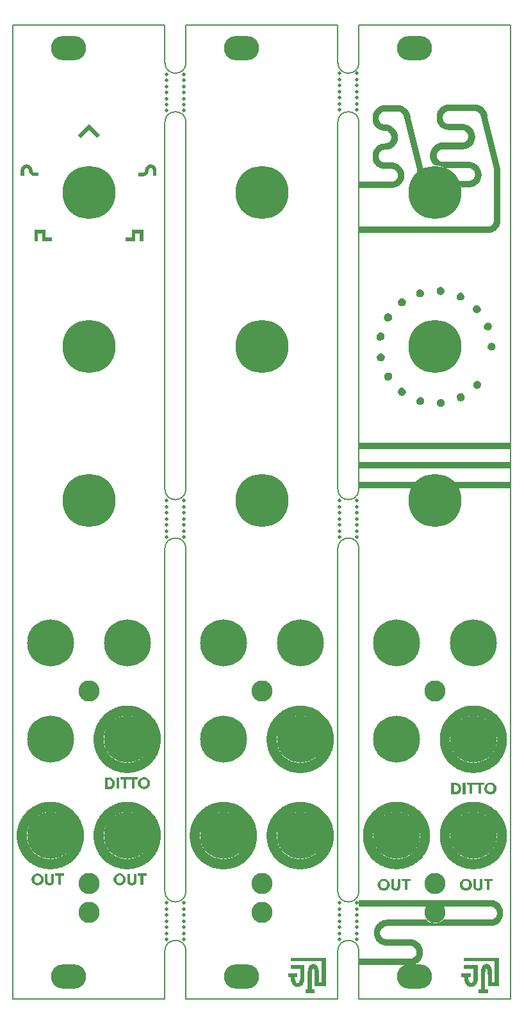
<source format=gbr>
G04 #@! TF.GenerationSoftware,KiCad,Pcbnew,(5.1.9-0-10_14)*
G04 #@! TF.CreationDate,2021-02-07T01:41:00-06:00*
G04 #@! TF.ProjectId,JNTUB_panels,4a4e5455-425f-4706-916e-656c732e6b69,rev?*
G04 #@! TF.SameCoordinates,Original*
G04 #@! TF.FileFunction,Soldermask,Top*
G04 #@! TF.FilePolarity,Negative*
%FSLAX46Y46*%
G04 Gerber Fmt 4.6, Leading zero omitted, Abs format (unit mm)*
G04 Created by KiCad (PCBNEW (5.1.9-0-10_14)) date 2021-02-07 01:41:00*
%MOMM*%
%LPD*%
G01*
G04 APERTURE LIST*
G04 #@! TA.AperFunction,Profile*
%ADD10C,0.150000*%
G04 #@! TD*
%ADD11C,0.100000*%
%ADD12C,0.500000*%
%ADD13O,4.650000X3.200000*%
%ADD14C,2.800000*%
%ADD15C,6.200000*%
%ADD16C,7.000001*%
%ADD17C,7.000000*%
G04 APERTURE END LIST*
D10*
X125603000Y-92710000D02*
G75*
G02*
X128397000Y-92710000I1397000J0D01*
G01*
X125603000Y-84836000D02*
X125603000Y-36449000D01*
X128397000Y-152146000D02*
X128397000Y-145796000D01*
X128397000Y-28575000D02*
G75*
G02*
X125603000Y-28575000I-1397000J0D01*
G01*
X128397000Y-137922000D02*
X128397000Y-92710000D01*
X128397000Y-137922000D02*
G75*
G02*
X125603000Y-137922000I-1397000J0D01*
G01*
X125603000Y-23622000D02*
X125603000Y-28575000D01*
X125603000Y-92710000D02*
X125603000Y-137922000D01*
X125603000Y-145796000D02*
X125603000Y-152146000D01*
X125603000Y-145796000D02*
G75*
G02*
X128397000Y-145796000I1397000J0D01*
G01*
X128397000Y-36449000D02*
X128397000Y-84836000D01*
X128397000Y-84836000D02*
G75*
G02*
X125603000Y-84836000I-1397000J0D01*
G01*
X125603000Y-36449000D02*
G75*
G02*
X128397000Y-36449000I1397000J0D01*
G01*
X128397000Y-23622000D02*
X128397000Y-28575000D01*
X105537000Y-36449000D02*
X105537000Y-84836000D01*
X102743000Y-84836000D02*
X102743000Y-36449000D01*
X102743000Y-92710000D02*
X102743000Y-137922000D01*
X105537000Y-137922000D02*
X105537000Y-92710000D01*
X105537000Y-152146000D02*
X105537000Y-145796000D01*
X102743000Y-145796000D02*
X102743000Y-152146000D01*
X102743000Y-145796000D02*
G75*
G02*
X105537000Y-145796000I1397000J0D01*
G01*
X105537000Y-137922000D02*
G75*
G02*
X102743000Y-137922000I-1397000J0D01*
G01*
X102743000Y-92710000D02*
G75*
G02*
X105537000Y-92710000I1397000J0D01*
G01*
X105537000Y-84836000D02*
G75*
G02*
X102743000Y-84836000I-1397000J0D01*
G01*
X102743000Y-36449000D02*
G75*
G02*
X105537000Y-36449000I1397000J0D01*
G01*
X105537000Y-23622000D02*
X105537000Y-28575000D01*
X102743000Y-23622000D02*
X102743000Y-28575000D01*
X105537000Y-28575000D02*
G75*
G02*
X102743000Y-28575000I-1397000J0D01*
G01*
X128397000Y-23622000D02*
X148463000Y-23622000D01*
X148463000Y-23622000D02*
X148463000Y-152146000D01*
X148463000Y-152146000D02*
X128397000Y-152146000D01*
X105537000Y-23622000D02*
X125603000Y-23622000D01*
X125603000Y-152146000D02*
X105537000Y-152146000D01*
X82677000Y-23622000D02*
X102743000Y-23622000D01*
X102743000Y-152146000D02*
X82677000Y-152146000D01*
X82677000Y-152146000D02*
X82677000Y-23622000D01*
D11*
G04 #@! TO.C,svg2mod*
G36*
X119367300Y-148140561D02*
G01*
X120637300Y-148140561D01*
X120637300Y-149093061D01*
X120633332Y-149246512D01*
X120621234Y-149398221D01*
X120600716Y-149543833D01*
X120571487Y-149678992D01*
X120533257Y-149799343D01*
X120485736Y-149900530D01*
X120428634Y-149978199D01*
X120361659Y-150027995D01*
X120284522Y-150045561D01*
X120208592Y-150028129D01*
X120140104Y-149978864D01*
X120079884Y-149902314D01*
X120028758Y-149803026D01*
X119987555Y-149685549D01*
X119957100Y-149554428D01*
X119938221Y-149414213D01*
X119931744Y-149269450D01*
X120249244Y-149269450D01*
X120249244Y-148775561D01*
X119014522Y-148775561D01*
X119014522Y-149269450D01*
X119367300Y-149269450D01*
X119379668Y-149444399D01*
X119401446Y-149606389D01*
X119432327Y-149755419D01*
X119472002Y-149891491D01*
X119520162Y-150014603D01*
X119576498Y-150124756D01*
X119640703Y-150221950D01*
X119712467Y-150306185D01*
X119791482Y-150377460D01*
X119877439Y-150435777D01*
X119970031Y-150481134D01*
X120068947Y-150513532D01*
X120173881Y-150532970D01*
X120284522Y-150539450D01*
X120394547Y-150533335D01*
X120498677Y-150514991D01*
X120596660Y-150484417D01*
X120688246Y-150441613D01*
X120773185Y-150386580D01*
X120851224Y-150319317D01*
X120922114Y-150239824D01*
X120985604Y-150148102D01*
X121041442Y-150044150D01*
X121089378Y-149927969D01*
X121129161Y-149799557D01*
X121160540Y-149658917D01*
X121183264Y-149506046D01*
X121197083Y-149340946D01*
X121201744Y-149163617D01*
X121201744Y-147646672D01*
X119367300Y-147646672D01*
X119367300Y-148140561D01*
G37*
G36*
X119367300Y-146658894D02*
G01*
X119367300Y-147152783D01*
X123459522Y-147152783D01*
X123459522Y-147576117D01*
X123459522Y-149939728D01*
X123106744Y-149939728D01*
X123106744Y-148740283D01*
X123101783Y-148553008D01*
X123087090Y-148381821D01*
X123062956Y-148226532D01*
X123029670Y-148086946D01*
X122987519Y-147962872D01*
X122936795Y-147854116D01*
X122877784Y-147760486D01*
X122810777Y-147681789D01*
X122736063Y-147617833D01*
X122653930Y-147568425D01*
X122564668Y-147533372D01*
X122468565Y-147512482D01*
X122365911Y-147505561D01*
X122263257Y-147512482D01*
X122167154Y-147533372D01*
X122077892Y-147568425D01*
X121995759Y-147617833D01*
X121921045Y-147681789D01*
X121854038Y-147760486D01*
X121795028Y-147854116D01*
X121744303Y-147962872D01*
X121702153Y-148086946D01*
X121668866Y-148226532D01*
X121644732Y-148381821D01*
X121630039Y-148553008D01*
X121625078Y-148740283D01*
X121625078Y-149904450D01*
X121625078Y-150433617D01*
X121625078Y-150856950D01*
X121307578Y-150856950D01*
X121307578Y-151350839D01*
X122542300Y-151350839D01*
X122542300Y-150856950D01*
X122189522Y-150856950D01*
X122189522Y-150433617D01*
X122189522Y-149904450D01*
X122189522Y-148987228D01*
X122191314Y-148816144D01*
X122197239Y-148650435D01*
X122208126Y-148495475D01*
X122224800Y-148356638D01*
X122248089Y-148239298D01*
X122278819Y-148148829D01*
X122317818Y-148090607D01*
X122365911Y-148070006D01*
X122414005Y-148092054D01*
X122453003Y-148153790D01*
X122483733Y-148248599D01*
X122507022Y-148369867D01*
X122523696Y-148510978D01*
X122534583Y-148665318D01*
X122540509Y-148826273D01*
X122542300Y-148987228D01*
X122542300Y-150468894D01*
X124023967Y-150468894D01*
X124023967Y-147611394D01*
X124023967Y-147188061D01*
X124023967Y-146764728D01*
X124023967Y-146694172D01*
X119367300Y-146694172D01*
X119367300Y-146658894D01*
G37*
G36*
X120637300Y-113427228D02*
G01*
X118394197Y-115715280D01*
X118480352Y-115629125D01*
X118569865Y-115546431D01*
X118662632Y-115467303D01*
X118758549Y-115391842D01*
X118857514Y-115320153D01*
X118959423Y-115252339D01*
X119064172Y-115188503D01*
X119171658Y-115128750D01*
X119281778Y-115073183D01*
X119394427Y-115021904D01*
X119509503Y-114975018D01*
X119626902Y-114932628D01*
X119746520Y-114894838D01*
X119868254Y-114861750D01*
X119992001Y-114833469D01*
X120117656Y-114810098D01*
X120245118Y-114791741D01*
X120374281Y-114778500D01*
X120505043Y-114770480D01*
X120637300Y-114767783D01*
X120769557Y-114770480D01*
X120900319Y-114778500D01*
X121029482Y-114791741D01*
X121156944Y-114810098D01*
X121282599Y-114833469D01*
X121406346Y-114861750D01*
X121528080Y-114894838D01*
X121647698Y-114932628D01*
X121765097Y-114975018D01*
X121880173Y-115021904D01*
X121992822Y-115073183D01*
X122102942Y-115128750D01*
X122210428Y-115188503D01*
X122315177Y-115252339D01*
X122417086Y-115320153D01*
X122516051Y-115391842D01*
X122611968Y-115467303D01*
X122704735Y-115546431D01*
X122794248Y-115629125D01*
X122880403Y-115715280D01*
X122963096Y-115804793D01*
X123042225Y-115897560D01*
X123117686Y-115993477D01*
X123189375Y-116092442D01*
X123257189Y-116194351D01*
X123321024Y-116299100D01*
X123380777Y-116406586D01*
X123436345Y-116516706D01*
X123487624Y-116629355D01*
X123534510Y-116744431D01*
X123576900Y-116861829D01*
X123614690Y-116981448D01*
X123647777Y-117103182D01*
X123676058Y-117226929D01*
X123699429Y-117352584D01*
X123717787Y-117480046D01*
X123731028Y-117609209D01*
X123739048Y-117739971D01*
X123741744Y-117872228D01*
X123739048Y-118004485D01*
X123731028Y-118135247D01*
X123717787Y-118264410D01*
X123699429Y-118391871D01*
X123676058Y-118517527D01*
X123647777Y-118641274D01*
X123614690Y-118763008D01*
X123576900Y-118882626D01*
X123534510Y-119000025D01*
X123487624Y-119115101D01*
X123436345Y-119227750D01*
X123380777Y-119337869D01*
X123321024Y-119445355D01*
X123257189Y-119550105D01*
X123189375Y-119652013D01*
X123117686Y-119750978D01*
X123042225Y-119846896D01*
X122963096Y-119939663D01*
X122880403Y-120029176D01*
X122794248Y-120115330D01*
X122704735Y-120198024D01*
X122611968Y-120277153D01*
X122516051Y-120352614D01*
X122417086Y-120424303D01*
X122315177Y-120492117D01*
X122210428Y-120555952D01*
X122102942Y-120615705D01*
X121992822Y-120671273D01*
X121880173Y-120722551D01*
X121765097Y-120769437D01*
X121647698Y-120811827D01*
X121528080Y-120849618D01*
X121406346Y-120882705D01*
X121282599Y-120910986D01*
X121156944Y-120934357D01*
X121029482Y-120952715D01*
X120900319Y-120965955D01*
X120769557Y-120973976D01*
X120637300Y-120976672D01*
X120505043Y-120973976D01*
X120374281Y-120965955D01*
X120245118Y-120952715D01*
X120117656Y-120934357D01*
X119992001Y-120910986D01*
X119868254Y-120882705D01*
X119746520Y-120849618D01*
X119626902Y-120811827D01*
X119509503Y-120769437D01*
X119394427Y-120722551D01*
X119281778Y-120671273D01*
X119171658Y-120615705D01*
X119064172Y-120555952D01*
X118959423Y-120492117D01*
X118857514Y-120424303D01*
X118758549Y-120352614D01*
X118662632Y-120277153D01*
X118569865Y-120198024D01*
X118480352Y-120115330D01*
X118394197Y-120029176D01*
X118311504Y-119939663D01*
X118232375Y-119846896D01*
X118156914Y-119750978D01*
X118085225Y-119652013D01*
X118017411Y-119550105D01*
X117953576Y-119445355D01*
X117893823Y-119337869D01*
X117838255Y-119227750D01*
X117786976Y-119115101D01*
X117740090Y-119000025D01*
X117697700Y-118882626D01*
X117659910Y-118763008D01*
X117626823Y-118641274D01*
X117598542Y-118517527D01*
X117575171Y-118391871D01*
X117556813Y-118264410D01*
X117543572Y-118135247D01*
X117535552Y-118004485D01*
X117532856Y-117872228D01*
X117535552Y-117739971D01*
X117543572Y-117609209D01*
X117556813Y-117480046D01*
X117575171Y-117352584D01*
X117598542Y-117226929D01*
X117626823Y-117103182D01*
X117659910Y-116981448D01*
X117697700Y-116861829D01*
X117740090Y-116744431D01*
X117786976Y-116629355D01*
X117838255Y-116516706D01*
X117893823Y-116406586D01*
X117953576Y-116299100D01*
X118017411Y-116194351D01*
X118085225Y-116092442D01*
X118156914Y-115993477D01*
X118232375Y-115897560D01*
X118311504Y-115804793D01*
X118394197Y-115715280D01*
X120637300Y-113427228D01*
X120504957Y-113429178D01*
X120373510Y-113434993D01*
X120243018Y-113444620D01*
X120113537Y-113458005D01*
X119985125Y-113475095D01*
X119857839Y-113495836D01*
X119731736Y-113520175D01*
X119606873Y-113548059D01*
X119483308Y-113579433D01*
X119361098Y-113614245D01*
X119240300Y-113652441D01*
X119120972Y-113693968D01*
X119003170Y-113738772D01*
X118886952Y-113786800D01*
X118772375Y-113837998D01*
X118659497Y-113892313D01*
X118548374Y-113949692D01*
X118439065Y-114010080D01*
X118331625Y-114073426D01*
X118226113Y-114139675D01*
X118122585Y-114208773D01*
X118021100Y-114280668D01*
X117921714Y-114355305D01*
X117824484Y-114432633D01*
X117729468Y-114512596D01*
X117636722Y-114595142D01*
X117546305Y-114680217D01*
X117458273Y-114767768D01*
X117372684Y-114857741D01*
X117289595Y-114950083D01*
X117209063Y-115044740D01*
X117131146Y-115141660D01*
X117055900Y-115240788D01*
X116983383Y-115342071D01*
X116913652Y-115445456D01*
X116846765Y-115550889D01*
X116782778Y-115658317D01*
X116721750Y-115767687D01*
X116663736Y-115878944D01*
X116608795Y-115992036D01*
X116556984Y-116106909D01*
X116508359Y-116223510D01*
X116462979Y-116341785D01*
X116420900Y-116461681D01*
X116382180Y-116583144D01*
X116346876Y-116706122D01*
X116315044Y-116830559D01*
X116286744Y-116956404D01*
X116262031Y-117083603D01*
X116240963Y-117212101D01*
X116223597Y-117341847D01*
X116209990Y-117472786D01*
X116200201Y-117604864D01*
X116194285Y-117738030D01*
X116192300Y-117872228D01*
X116194250Y-118006426D01*
X116200066Y-118139591D01*
X116209693Y-118271670D01*
X116223078Y-118402609D01*
X116240168Y-118532354D01*
X116260909Y-118660853D01*
X116285248Y-118788051D01*
X116313131Y-118913896D01*
X116344505Y-119038334D01*
X116379317Y-119161311D01*
X116417513Y-119282774D01*
X116459040Y-119402670D01*
X116503844Y-119520945D01*
X116551872Y-119637546D01*
X116603070Y-119752419D01*
X116657385Y-119865511D01*
X116714764Y-119976769D01*
X116775153Y-120086138D01*
X116838498Y-120193566D01*
X116904747Y-120299000D01*
X116973845Y-120402385D01*
X117045740Y-120503668D01*
X117120378Y-120602796D01*
X117197705Y-120699715D01*
X117277668Y-120794373D01*
X117360214Y-120886715D01*
X117445289Y-120976688D01*
X117532840Y-121064239D01*
X117622813Y-121149314D01*
X117715155Y-121231860D01*
X117809812Y-121311823D01*
X117906732Y-121389150D01*
X118005860Y-121463788D01*
X118107143Y-121535683D01*
X118210528Y-121604781D01*
X118315961Y-121671030D01*
X118423389Y-121734375D01*
X118532759Y-121794764D01*
X118644016Y-121852143D01*
X118757108Y-121906458D01*
X118871982Y-121957656D01*
X118988582Y-122005684D01*
X119106857Y-122050488D01*
X119226753Y-122092014D01*
X119348217Y-122130210D01*
X119471194Y-122165022D01*
X119595632Y-122196397D01*
X119721476Y-122224280D01*
X119848675Y-122248619D01*
X119977174Y-122269360D01*
X120106919Y-122286450D01*
X120237858Y-122299835D01*
X120369937Y-122309462D01*
X120503102Y-122315277D01*
X120637300Y-122317228D01*
X120769643Y-122315277D01*
X120901090Y-122309462D01*
X121031582Y-122299835D01*
X121161063Y-122286450D01*
X121289475Y-122269360D01*
X121416761Y-122248619D01*
X121542864Y-122224280D01*
X121667727Y-122196397D01*
X121791292Y-122165022D01*
X121913502Y-122130210D01*
X122034300Y-122092014D01*
X122153628Y-122050488D01*
X122271430Y-122005684D01*
X122387648Y-121957656D01*
X122502225Y-121906458D01*
X122615103Y-121852143D01*
X122726226Y-121794764D01*
X122835535Y-121734375D01*
X122942975Y-121671030D01*
X123048487Y-121604781D01*
X123152015Y-121535683D01*
X123253500Y-121463788D01*
X123352886Y-121389150D01*
X123450116Y-121311823D01*
X123545132Y-121231860D01*
X123637878Y-121149314D01*
X123728295Y-121064239D01*
X123816327Y-120976688D01*
X123901916Y-120886715D01*
X123985005Y-120794373D01*
X124065537Y-120699715D01*
X124143454Y-120602796D01*
X124218700Y-120503668D01*
X124291217Y-120402385D01*
X124360948Y-120299000D01*
X124427835Y-120193566D01*
X124491822Y-120086138D01*
X124552850Y-119976769D01*
X124610864Y-119865511D01*
X124665805Y-119752419D01*
X124717616Y-119637546D01*
X124766241Y-119520945D01*
X124811621Y-119402670D01*
X124853700Y-119282774D01*
X124892420Y-119161311D01*
X124927724Y-119038334D01*
X124959556Y-118913896D01*
X124987856Y-118788051D01*
X125012569Y-118660853D01*
X125033637Y-118532354D01*
X125051003Y-118402609D01*
X125064610Y-118271670D01*
X125074399Y-118139591D01*
X125080315Y-118006426D01*
X125082300Y-117872228D01*
X125080350Y-117738030D01*
X125074534Y-117604864D01*
X125064907Y-117472786D01*
X125051522Y-117341847D01*
X125034432Y-117212101D01*
X125013691Y-117083603D01*
X124989352Y-116956404D01*
X124961469Y-116830559D01*
X124930095Y-116706122D01*
X124895283Y-116583144D01*
X124857087Y-116461681D01*
X124815560Y-116341785D01*
X124770756Y-116223510D01*
X124722728Y-116106909D01*
X124671530Y-115992036D01*
X124617215Y-115878944D01*
X124559836Y-115767687D01*
X124499447Y-115658317D01*
X124436102Y-115550889D01*
X124369853Y-115445456D01*
X124300755Y-115342071D01*
X124228860Y-115240788D01*
X124154222Y-115141660D01*
X124076895Y-115044740D01*
X123996932Y-114950083D01*
X123914386Y-114857741D01*
X123829311Y-114767768D01*
X123741760Y-114680217D01*
X123651787Y-114595142D01*
X123559445Y-114512596D01*
X123464788Y-114432633D01*
X123367868Y-114355305D01*
X123268740Y-114280668D01*
X123167457Y-114208773D01*
X123064072Y-114139675D01*
X122958639Y-114073426D01*
X122851211Y-114010080D01*
X122741841Y-113949692D01*
X122630584Y-113892313D01*
X122517492Y-113837998D01*
X122402618Y-113786800D01*
X122286018Y-113738772D01*
X122167743Y-113693968D01*
X122047847Y-113652441D01*
X121926383Y-113614245D01*
X121803406Y-113579433D01*
X121678968Y-113548059D01*
X121553124Y-113520175D01*
X121425925Y-113495836D01*
X121297426Y-113475095D01*
X121167681Y-113458005D01*
X121036742Y-113444620D01*
X120904663Y-113434993D01*
X120771498Y-113429178D01*
X120637300Y-113427228D01*
G37*
G36*
X120637300Y-126127228D02*
G01*
X118394197Y-128415280D01*
X118480352Y-128329125D01*
X118569865Y-128246431D01*
X118662632Y-128167303D01*
X118758549Y-128091842D01*
X118857514Y-128020153D01*
X118959423Y-127952339D01*
X119064172Y-127888503D01*
X119171658Y-127828750D01*
X119281778Y-127773183D01*
X119394427Y-127721904D01*
X119509503Y-127675018D01*
X119626902Y-127632628D01*
X119746520Y-127594838D01*
X119868254Y-127561750D01*
X119992001Y-127533469D01*
X120117656Y-127510098D01*
X120245118Y-127491741D01*
X120374281Y-127478500D01*
X120505043Y-127470480D01*
X120637300Y-127467783D01*
X120769557Y-127470480D01*
X120900319Y-127478500D01*
X121029482Y-127491741D01*
X121156944Y-127510098D01*
X121282599Y-127533469D01*
X121406346Y-127561750D01*
X121528080Y-127594838D01*
X121647698Y-127632628D01*
X121765097Y-127675018D01*
X121880173Y-127721904D01*
X121992822Y-127773183D01*
X122102942Y-127828750D01*
X122210428Y-127888503D01*
X122315177Y-127952339D01*
X122417086Y-128020153D01*
X122516051Y-128091842D01*
X122611968Y-128167303D01*
X122704735Y-128246431D01*
X122794248Y-128329125D01*
X122880403Y-128415280D01*
X122963096Y-128504793D01*
X123042225Y-128597560D01*
X123117686Y-128693477D01*
X123189375Y-128792442D01*
X123257189Y-128894351D01*
X123321024Y-128999100D01*
X123380777Y-129106586D01*
X123436345Y-129216706D01*
X123487624Y-129329355D01*
X123534510Y-129444431D01*
X123576900Y-129561829D01*
X123614690Y-129681448D01*
X123647777Y-129803182D01*
X123676058Y-129926929D01*
X123699429Y-130052584D01*
X123717787Y-130180046D01*
X123731028Y-130309209D01*
X123739048Y-130439971D01*
X123741744Y-130572228D01*
X123739048Y-130704485D01*
X123731028Y-130835247D01*
X123717787Y-130964410D01*
X123699429Y-131091871D01*
X123676058Y-131217527D01*
X123647777Y-131341274D01*
X123614690Y-131463008D01*
X123576900Y-131582626D01*
X123534510Y-131700025D01*
X123487624Y-131815101D01*
X123436345Y-131927750D01*
X123380777Y-132037869D01*
X123321024Y-132145355D01*
X123257189Y-132250105D01*
X123189375Y-132352013D01*
X123117686Y-132450978D01*
X123042225Y-132546896D01*
X122963096Y-132639663D01*
X122880403Y-132729176D01*
X122794248Y-132815330D01*
X122704735Y-132898024D01*
X122611968Y-132977153D01*
X122516051Y-133052614D01*
X122417086Y-133124303D01*
X122315177Y-133192117D01*
X122210428Y-133255952D01*
X122102942Y-133315705D01*
X121992822Y-133371273D01*
X121880173Y-133422551D01*
X121765097Y-133469437D01*
X121647698Y-133511827D01*
X121528080Y-133549618D01*
X121406346Y-133582705D01*
X121282599Y-133610986D01*
X121156944Y-133634357D01*
X121029482Y-133652715D01*
X120900319Y-133665955D01*
X120769557Y-133673976D01*
X120637300Y-133676672D01*
X120505043Y-133673976D01*
X120374281Y-133665955D01*
X120245118Y-133652715D01*
X120117656Y-133634357D01*
X119992001Y-133610986D01*
X119868254Y-133582705D01*
X119746520Y-133549618D01*
X119626902Y-133511827D01*
X119509503Y-133469437D01*
X119394427Y-133422551D01*
X119281778Y-133371273D01*
X119171658Y-133315705D01*
X119064172Y-133255952D01*
X118959423Y-133192117D01*
X118857514Y-133124303D01*
X118758549Y-133052614D01*
X118662632Y-132977153D01*
X118569865Y-132898024D01*
X118480352Y-132815330D01*
X118394197Y-132729176D01*
X118311504Y-132639663D01*
X118232375Y-132546896D01*
X118156914Y-132450978D01*
X118085225Y-132352013D01*
X118017411Y-132250105D01*
X117953576Y-132145355D01*
X117893823Y-132037869D01*
X117838255Y-131927750D01*
X117786976Y-131815101D01*
X117740090Y-131700025D01*
X117697700Y-131582626D01*
X117659910Y-131463008D01*
X117626823Y-131341274D01*
X117598542Y-131217527D01*
X117575171Y-131091871D01*
X117556813Y-130964410D01*
X117543572Y-130835247D01*
X117535552Y-130704485D01*
X117532856Y-130572228D01*
X117535552Y-130439971D01*
X117543572Y-130309209D01*
X117556813Y-130180046D01*
X117575171Y-130052584D01*
X117598542Y-129926929D01*
X117626823Y-129803182D01*
X117659910Y-129681448D01*
X117697700Y-129561829D01*
X117740090Y-129444431D01*
X117786976Y-129329355D01*
X117838255Y-129216706D01*
X117893823Y-129106586D01*
X117953576Y-128999100D01*
X118017411Y-128894351D01*
X118085225Y-128792442D01*
X118156914Y-128693477D01*
X118232375Y-128597560D01*
X118311504Y-128504793D01*
X118394197Y-128415280D01*
X120637300Y-126127228D01*
X120504957Y-126129178D01*
X120373510Y-126134993D01*
X120243018Y-126144620D01*
X120113537Y-126158005D01*
X119985125Y-126175095D01*
X119857839Y-126195836D01*
X119731736Y-126220175D01*
X119606873Y-126248059D01*
X119483308Y-126279433D01*
X119361098Y-126314245D01*
X119240300Y-126352441D01*
X119120972Y-126393968D01*
X119003170Y-126438772D01*
X118886952Y-126486800D01*
X118772375Y-126537998D01*
X118659497Y-126592313D01*
X118548374Y-126649692D01*
X118439065Y-126710080D01*
X118331625Y-126773426D01*
X118226113Y-126839675D01*
X118122585Y-126908773D01*
X118021100Y-126980668D01*
X117921714Y-127055305D01*
X117824484Y-127132633D01*
X117729468Y-127212596D01*
X117636722Y-127295142D01*
X117546305Y-127380217D01*
X117458273Y-127467768D01*
X117372684Y-127557741D01*
X117289595Y-127650083D01*
X117209063Y-127744740D01*
X117131146Y-127841660D01*
X117055900Y-127940788D01*
X116983383Y-128042071D01*
X116913652Y-128145456D01*
X116846765Y-128250889D01*
X116782778Y-128358317D01*
X116721750Y-128467687D01*
X116663736Y-128578944D01*
X116608795Y-128692036D01*
X116556984Y-128806909D01*
X116508359Y-128923510D01*
X116462979Y-129041785D01*
X116420900Y-129161681D01*
X116382180Y-129283144D01*
X116346876Y-129406122D01*
X116315044Y-129530559D01*
X116286744Y-129656404D01*
X116262031Y-129783603D01*
X116240963Y-129912101D01*
X116223597Y-130041847D01*
X116209990Y-130172786D01*
X116200201Y-130304864D01*
X116194285Y-130438030D01*
X116192300Y-130572228D01*
X116194250Y-130706426D01*
X116200066Y-130839591D01*
X116209693Y-130971670D01*
X116223078Y-131102609D01*
X116240168Y-131232354D01*
X116260909Y-131360853D01*
X116285248Y-131488051D01*
X116313131Y-131613896D01*
X116344505Y-131738334D01*
X116379317Y-131861311D01*
X116417513Y-131982774D01*
X116459040Y-132102670D01*
X116503844Y-132220945D01*
X116551872Y-132337546D01*
X116603070Y-132452419D01*
X116657385Y-132565511D01*
X116714764Y-132676769D01*
X116775153Y-132786138D01*
X116838498Y-132893566D01*
X116904747Y-132999000D01*
X116973845Y-133102385D01*
X117045740Y-133203668D01*
X117120378Y-133302796D01*
X117197705Y-133399715D01*
X117277668Y-133494373D01*
X117360214Y-133586715D01*
X117445289Y-133676688D01*
X117532840Y-133764239D01*
X117622813Y-133849314D01*
X117715155Y-133931860D01*
X117809812Y-134011823D01*
X117906732Y-134089150D01*
X118005860Y-134163788D01*
X118107143Y-134235683D01*
X118210528Y-134304781D01*
X118315961Y-134371030D01*
X118423389Y-134434375D01*
X118532759Y-134494764D01*
X118644016Y-134552143D01*
X118757108Y-134606458D01*
X118871982Y-134657656D01*
X118988582Y-134705684D01*
X119106857Y-134750488D01*
X119226753Y-134792014D01*
X119348217Y-134830210D01*
X119471194Y-134865022D01*
X119595632Y-134896397D01*
X119721476Y-134924280D01*
X119848675Y-134948619D01*
X119977174Y-134969360D01*
X120106919Y-134986450D01*
X120237858Y-134999835D01*
X120369937Y-135009462D01*
X120503102Y-135015277D01*
X120637300Y-135017228D01*
X120769643Y-135015277D01*
X120901090Y-135009462D01*
X121031582Y-134999835D01*
X121161063Y-134986450D01*
X121289475Y-134969360D01*
X121416761Y-134948619D01*
X121542864Y-134924280D01*
X121667727Y-134896397D01*
X121791292Y-134865022D01*
X121913502Y-134830210D01*
X122034300Y-134792014D01*
X122153628Y-134750488D01*
X122271430Y-134705684D01*
X122387648Y-134657656D01*
X122502225Y-134606458D01*
X122615103Y-134552143D01*
X122726226Y-134494764D01*
X122835535Y-134434375D01*
X122942975Y-134371030D01*
X123048487Y-134304781D01*
X123152015Y-134235683D01*
X123253500Y-134163788D01*
X123352886Y-134089150D01*
X123450116Y-134011823D01*
X123545132Y-133931860D01*
X123637878Y-133849314D01*
X123728295Y-133764239D01*
X123816327Y-133676688D01*
X123901916Y-133586715D01*
X123985005Y-133494373D01*
X124065537Y-133399715D01*
X124143454Y-133302796D01*
X124218700Y-133203668D01*
X124291217Y-133102385D01*
X124360948Y-132999000D01*
X124427835Y-132893566D01*
X124491822Y-132786138D01*
X124552850Y-132676769D01*
X124610864Y-132565511D01*
X124665805Y-132452419D01*
X124717616Y-132337546D01*
X124766241Y-132220945D01*
X124811621Y-132102670D01*
X124853700Y-131982774D01*
X124892420Y-131861311D01*
X124927724Y-131738334D01*
X124959556Y-131613896D01*
X124987856Y-131488051D01*
X125012569Y-131360853D01*
X125033637Y-131232354D01*
X125051003Y-131102609D01*
X125064610Y-130971670D01*
X125074399Y-130839591D01*
X125080315Y-130706426D01*
X125082300Y-130572228D01*
X125080350Y-130438030D01*
X125074534Y-130304864D01*
X125064907Y-130172786D01*
X125051522Y-130041847D01*
X125034432Y-129912101D01*
X125013691Y-129783603D01*
X124989352Y-129656404D01*
X124961469Y-129530559D01*
X124930095Y-129406122D01*
X124895283Y-129283144D01*
X124857087Y-129161681D01*
X124815560Y-129041785D01*
X124770756Y-128923510D01*
X124722728Y-128806909D01*
X124671530Y-128692036D01*
X124617215Y-128578944D01*
X124559836Y-128467687D01*
X124499447Y-128358317D01*
X124436102Y-128250889D01*
X124369853Y-128145456D01*
X124300755Y-128042071D01*
X124228860Y-127940788D01*
X124154222Y-127841660D01*
X124076895Y-127744740D01*
X123996932Y-127650083D01*
X123914386Y-127557741D01*
X123829311Y-127467768D01*
X123741760Y-127380217D01*
X123651787Y-127295142D01*
X123559445Y-127212596D01*
X123464788Y-127132633D01*
X123367868Y-127055305D01*
X123268740Y-126980668D01*
X123167457Y-126908773D01*
X123064072Y-126839675D01*
X122958639Y-126773426D01*
X122851211Y-126710080D01*
X122741841Y-126649692D01*
X122630584Y-126592313D01*
X122517492Y-126537998D01*
X122402618Y-126486800D01*
X122286018Y-126438772D01*
X122167743Y-126393968D01*
X122047847Y-126352441D01*
X121926383Y-126314245D01*
X121803406Y-126279433D01*
X121678968Y-126248059D01*
X121553124Y-126220175D01*
X121425925Y-126195836D01*
X121297426Y-126175095D01*
X121167681Y-126158005D01*
X121036742Y-126144620D01*
X120904663Y-126134993D01*
X120771498Y-126129178D01*
X120637300Y-126127228D01*
G37*
G36*
X110477300Y-126127228D02*
G01*
X108234197Y-128415280D01*
X108320352Y-128329125D01*
X108409865Y-128246431D01*
X108502632Y-128167303D01*
X108598549Y-128091842D01*
X108697514Y-128020153D01*
X108799423Y-127952339D01*
X108904172Y-127888503D01*
X109011658Y-127828750D01*
X109121778Y-127773183D01*
X109234427Y-127721904D01*
X109349503Y-127675018D01*
X109466902Y-127632628D01*
X109586520Y-127594838D01*
X109708254Y-127561750D01*
X109832001Y-127533469D01*
X109957656Y-127510098D01*
X110085118Y-127491741D01*
X110214281Y-127478500D01*
X110345043Y-127470480D01*
X110477300Y-127467783D01*
X110609557Y-127470480D01*
X110740319Y-127478500D01*
X110869482Y-127491741D01*
X110996944Y-127510098D01*
X111122599Y-127533469D01*
X111246346Y-127561750D01*
X111368080Y-127594838D01*
X111487698Y-127632628D01*
X111605097Y-127675018D01*
X111720173Y-127721904D01*
X111832822Y-127773183D01*
X111942942Y-127828750D01*
X112050428Y-127888503D01*
X112155177Y-127952339D01*
X112257086Y-128020153D01*
X112356051Y-128091842D01*
X112451968Y-128167303D01*
X112544735Y-128246431D01*
X112634248Y-128329125D01*
X112720403Y-128415280D01*
X112803096Y-128504793D01*
X112882225Y-128597560D01*
X112957686Y-128693477D01*
X113029375Y-128792442D01*
X113097189Y-128894351D01*
X113161024Y-128999100D01*
X113220777Y-129106586D01*
X113276345Y-129216706D01*
X113327624Y-129329355D01*
X113374510Y-129444431D01*
X113416900Y-129561829D01*
X113454690Y-129681448D01*
X113487777Y-129803182D01*
X113516058Y-129926929D01*
X113539429Y-130052584D01*
X113557787Y-130180046D01*
X113571028Y-130309209D01*
X113579048Y-130439971D01*
X113581744Y-130572228D01*
X113579048Y-130704485D01*
X113571028Y-130835247D01*
X113557787Y-130964410D01*
X113539429Y-131091871D01*
X113516058Y-131217527D01*
X113487777Y-131341274D01*
X113454690Y-131463008D01*
X113416900Y-131582626D01*
X113374510Y-131700025D01*
X113327624Y-131815101D01*
X113276345Y-131927750D01*
X113220777Y-132037869D01*
X113161024Y-132145355D01*
X113097189Y-132250105D01*
X113029375Y-132352013D01*
X112957686Y-132450978D01*
X112882225Y-132546896D01*
X112803096Y-132639663D01*
X112720403Y-132729176D01*
X112634248Y-132815330D01*
X112544735Y-132898024D01*
X112451968Y-132977153D01*
X112356051Y-133052614D01*
X112257086Y-133124303D01*
X112155177Y-133192117D01*
X112050428Y-133255952D01*
X111942942Y-133315705D01*
X111832822Y-133371273D01*
X111720173Y-133422551D01*
X111605097Y-133469437D01*
X111487698Y-133511827D01*
X111368080Y-133549618D01*
X111246346Y-133582705D01*
X111122599Y-133610986D01*
X110996944Y-133634357D01*
X110869482Y-133652715D01*
X110740319Y-133665955D01*
X110609557Y-133673976D01*
X110477300Y-133676672D01*
X110345043Y-133673976D01*
X110214281Y-133665955D01*
X110085118Y-133652715D01*
X109957656Y-133634357D01*
X109832001Y-133610986D01*
X109708254Y-133582705D01*
X109586520Y-133549618D01*
X109466902Y-133511827D01*
X109349503Y-133469437D01*
X109234427Y-133422551D01*
X109121778Y-133371273D01*
X109011658Y-133315705D01*
X108904172Y-133255952D01*
X108799423Y-133192117D01*
X108697514Y-133124303D01*
X108598549Y-133052614D01*
X108502632Y-132977153D01*
X108409865Y-132898024D01*
X108320352Y-132815330D01*
X108234197Y-132729176D01*
X108151504Y-132639663D01*
X108072375Y-132546896D01*
X107996914Y-132450978D01*
X107925225Y-132352013D01*
X107857411Y-132250105D01*
X107793576Y-132145355D01*
X107733823Y-132037869D01*
X107678255Y-131927750D01*
X107626976Y-131815101D01*
X107580090Y-131700025D01*
X107537700Y-131582626D01*
X107499910Y-131463008D01*
X107466823Y-131341274D01*
X107438542Y-131217527D01*
X107415171Y-131091871D01*
X107396813Y-130964410D01*
X107383572Y-130835247D01*
X107375552Y-130704485D01*
X107372856Y-130572228D01*
X107375552Y-130439971D01*
X107383572Y-130309209D01*
X107396813Y-130180046D01*
X107415171Y-130052584D01*
X107438542Y-129926929D01*
X107466823Y-129803182D01*
X107499910Y-129681448D01*
X107537700Y-129561829D01*
X107580090Y-129444431D01*
X107626976Y-129329355D01*
X107678255Y-129216706D01*
X107733823Y-129106586D01*
X107793576Y-128999100D01*
X107857411Y-128894351D01*
X107925225Y-128792442D01*
X107996914Y-128693477D01*
X108072375Y-128597560D01*
X108151504Y-128504793D01*
X108234197Y-128415280D01*
X110477300Y-126127228D01*
X110344957Y-126129178D01*
X110213510Y-126134993D01*
X110083018Y-126144620D01*
X109953537Y-126158005D01*
X109825125Y-126175095D01*
X109697839Y-126195836D01*
X109571736Y-126220175D01*
X109446873Y-126248059D01*
X109323308Y-126279433D01*
X109201098Y-126314245D01*
X109080300Y-126352441D01*
X108960972Y-126393968D01*
X108843170Y-126438772D01*
X108726952Y-126486800D01*
X108612375Y-126537998D01*
X108499497Y-126592313D01*
X108388374Y-126649692D01*
X108279065Y-126710080D01*
X108171625Y-126773426D01*
X108066113Y-126839675D01*
X107962585Y-126908773D01*
X107861100Y-126980668D01*
X107761714Y-127055305D01*
X107664484Y-127132633D01*
X107569468Y-127212596D01*
X107476722Y-127295142D01*
X107386305Y-127380217D01*
X107298273Y-127467768D01*
X107212684Y-127557741D01*
X107129595Y-127650083D01*
X107049063Y-127744740D01*
X106971146Y-127841660D01*
X106895900Y-127940788D01*
X106823383Y-128042071D01*
X106753652Y-128145456D01*
X106686765Y-128250889D01*
X106622778Y-128358317D01*
X106561750Y-128467687D01*
X106503736Y-128578944D01*
X106448795Y-128692036D01*
X106396984Y-128806909D01*
X106348359Y-128923510D01*
X106302979Y-129041785D01*
X106260900Y-129161681D01*
X106222180Y-129283144D01*
X106186876Y-129406122D01*
X106155044Y-129530559D01*
X106126744Y-129656404D01*
X106102031Y-129783603D01*
X106080963Y-129912101D01*
X106063597Y-130041847D01*
X106049990Y-130172786D01*
X106040201Y-130304864D01*
X106034285Y-130438030D01*
X106032300Y-130572228D01*
X106034250Y-130706426D01*
X106040066Y-130839591D01*
X106049693Y-130971670D01*
X106063078Y-131102609D01*
X106080168Y-131232354D01*
X106100909Y-131360853D01*
X106125248Y-131488051D01*
X106153131Y-131613896D01*
X106184505Y-131738334D01*
X106219317Y-131861311D01*
X106257513Y-131982774D01*
X106299040Y-132102670D01*
X106343844Y-132220945D01*
X106391872Y-132337546D01*
X106443070Y-132452419D01*
X106497385Y-132565511D01*
X106554764Y-132676769D01*
X106615153Y-132786138D01*
X106678498Y-132893566D01*
X106744747Y-132999000D01*
X106813845Y-133102385D01*
X106885740Y-133203668D01*
X106960378Y-133302796D01*
X107037705Y-133399715D01*
X107117668Y-133494373D01*
X107200214Y-133586715D01*
X107285289Y-133676688D01*
X107372840Y-133764239D01*
X107462813Y-133849314D01*
X107555155Y-133931860D01*
X107649812Y-134011823D01*
X107746732Y-134089150D01*
X107845860Y-134163788D01*
X107947143Y-134235683D01*
X108050528Y-134304781D01*
X108155961Y-134371030D01*
X108263389Y-134434375D01*
X108372759Y-134494764D01*
X108484016Y-134552143D01*
X108597108Y-134606458D01*
X108711982Y-134657656D01*
X108828582Y-134705684D01*
X108946857Y-134750488D01*
X109066753Y-134792014D01*
X109188217Y-134830210D01*
X109311194Y-134865022D01*
X109435632Y-134896397D01*
X109561476Y-134924280D01*
X109688675Y-134948619D01*
X109817174Y-134969360D01*
X109946919Y-134986450D01*
X110077858Y-134999835D01*
X110209937Y-135009462D01*
X110343102Y-135015277D01*
X110477300Y-135017228D01*
X110611498Y-135015277D01*
X110744663Y-135009462D01*
X110876742Y-134999835D01*
X111007681Y-134986450D01*
X111137426Y-134969360D01*
X111265925Y-134948619D01*
X111393124Y-134924280D01*
X111518968Y-134896397D01*
X111643406Y-134865022D01*
X111766383Y-134830210D01*
X111887847Y-134792014D01*
X112007743Y-134750488D01*
X112126018Y-134705684D01*
X112242618Y-134657656D01*
X112357492Y-134606458D01*
X112470584Y-134552143D01*
X112581841Y-134494764D01*
X112691211Y-134434375D01*
X112798639Y-134371030D01*
X112904072Y-134304781D01*
X113007457Y-134235683D01*
X113108740Y-134163788D01*
X113207868Y-134089150D01*
X113304788Y-134011823D01*
X113399445Y-133931860D01*
X113491787Y-133849314D01*
X113581760Y-133764239D01*
X113669311Y-133676688D01*
X113754386Y-133586715D01*
X113836932Y-133494373D01*
X113916895Y-133399715D01*
X113994222Y-133302796D01*
X114068860Y-133203668D01*
X114140755Y-133102385D01*
X114209853Y-132999000D01*
X114276102Y-132893566D01*
X114339447Y-132786138D01*
X114399836Y-132676769D01*
X114457215Y-132565511D01*
X114511530Y-132452419D01*
X114562728Y-132337546D01*
X114610756Y-132220945D01*
X114655560Y-132102670D01*
X114697087Y-131982774D01*
X114735283Y-131861311D01*
X114770095Y-131738334D01*
X114801469Y-131613896D01*
X114829352Y-131488051D01*
X114853691Y-131360853D01*
X114874432Y-131232354D01*
X114891522Y-131102609D01*
X114904907Y-130971670D01*
X114914534Y-130839591D01*
X114920350Y-130706426D01*
X114922300Y-130572228D01*
X114920350Y-130438030D01*
X114914534Y-130304864D01*
X114904907Y-130172786D01*
X114891522Y-130041847D01*
X114874432Y-129912101D01*
X114853691Y-129783603D01*
X114829352Y-129656404D01*
X114801469Y-129530559D01*
X114770095Y-129406122D01*
X114735283Y-129283144D01*
X114697087Y-129161681D01*
X114655560Y-129041785D01*
X114610756Y-128923510D01*
X114562728Y-128806909D01*
X114511530Y-128692036D01*
X114457215Y-128578944D01*
X114399836Y-128467687D01*
X114339447Y-128358317D01*
X114276102Y-128250889D01*
X114209853Y-128145456D01*
X114140755Y-128042071D01*
X114068860Y-127940788D01*
X113994222Y-127841660D01*
X113916895Y-127744740D01*
X113836932Y-127650083D01*
X113754386Y-127557741D01*
X113669311Y-127467768D01*
X113581760Y-127380217D01*
X113491787Y-127295142D01*
X113399445Y-127212596D01*
X113304788Y-127132633D01*
X113207868Y-127055305D01*
X113108740Y-126980668D01*
X113007457Y-126908773D01*
X112904072Y-126839675D01*
X112798639Y-126773426D01*
X112691211Y-126710080D01*
X112581841Y-126649692D01*
X112470584Y-126592313D01*
X112357492Y-126537998D01*
X112242618Y-126486800D01*
X112126018Y-126438772D01*
X112007743Y-126393968D01*
X111887847Y-126352441D01*
X111766383Y-126314245D01*
X111643406Y-126279433D01*
X111518968Y-126248059D01*
X111393124Y-126220175D01*
X111265925Y-126195836D01*
X111137426Y-126175095D01*
X111007681Y-126158005D01*
X110876742Y-126144620D01*
X110744663Y-126134993D01*
X110611498Y-126129178D01*
X110477300Y-126127228D01*
G37*
G36*
X139148536Y-59230542D02*
G01*
X139032314Y-59202978D01*
X138927201Y-59152581D01*
X138835664Y-59082437D01*
X138760172Y-58995631D01*
X138703192Y-58895249D01*
X138667195Y-58784376D01*
X138654647Y-58666098D01*
X138682211Y-58549877D01*
X138732608Y-58444763D01*
X138802752Y-58353226D01*
X138889558Y-58277734D01*
X138989940Y-58220754D01*
X139100813Y-58184757D01*
X139219091Y-58172209D01*
X139335312Y-58199773D01*
X139440426Y-58250170D01*
X139531963Y-58320314D01*
X139607455Y-58407120D01*
X139664435Y-58507502D01*
X139700432Y-58618375D01*
X139712980Y-58736653D01*
X139687370Y-58852875D01*
X139642013Y-58957988D01*
X139578760Y-59049525D01*
X139499462Y-59125017D01*
X139405971Y-59181997D01*
X139300138Y-59217994D01*
X139183813Y-59230542D01*
X139148536Y-59230542D01*
G37*
G36*
X135973536Y-59124709D02*
G01*
X135956051Y-59004374D01*
X135963251Y-58887741D01*
X135993900Y-58778514D01*
X136046765Y-58680394D01*
X136120612Y-58597085D01*
X136214206Y-58532289D01*
X136326313Y-58489709D01*
X136446752Y-58472224D01*
X136564104Y-58479424D01*
X136675286Y-58510073D01*
X136777211Y-58562939D01*
X136866794Y-58636785D01*
X136940949Y-58730379D01*
X136996591Y-58842487D01*
X137014076Y-58962925D01*
X137006876Y-59080277D01*
X136976227Y-59191459D01*
X136923362Y-59293384D01*
X136849515Y-59382967D01*
X136755921Y-59457122D01*
X136643813Y-59512764D01*
X136573258Y-59530403D01*
X136502702Y-59548042D01*
X136382660Y-59519134D01*
X136271437Y-59469647D01*
X136171973Y-59402521D01*
X136087209Y-59320697D01*
X136020083Y-59227112D01*
X135973536Y-59124709D01*
G37*
G36*
X141582702Y-59936098D02*
G01*
X141483863Y-59865542D01*
X141401068Y-59777708D01*
X141337403Y-59676914D01*
X141295955Y-59567481D01*
X141279807Y-59453728D01*
X141292046Y-59339975D01*
X141335758Y-59230542D01*
X141406313Y-59133554D01*
X141494148Y-59055079D01*
X141594942Y-58996351D01*
X141704375Y-58958605D01*
X141818127Y-58943075D01*
X141931880Y-58950994D01*
X142041313Y-58983598D01*
X142138302Y-59054153D01*
X142216777Y-59141988D01*
X142275504Y-59242781D01*
X142313251Y-59352215D01*
X142328781Y-59465967D01*
X142320862Y-59579720D01*
X142288258Y-59689153D01*
X142216573Y-59786238D01*
X142129649Y-59864696D01*
X142029178Y-59922833D01*
X141916853Y-59958958D01*
X141794369Y-59971376D01*
X141688536Y-59966966D01*
X141582702Y-59936098D01*
G37*
G36*
X133645202Y-60500542D02*
G01*
X133582566Y-60391006D01*
X133545849Y-60276533D01*
X133535049Y-60160826D01*
X133550168Y-60047588D01*
X133591206Y-59940520D01*
X133658162Y-59843326D01*
X133751036Y-59759709D01*
X133860572Y-59697073D01*
X133975044Y-59660355D01*
X134090751Y-59649556D01*
X134203990Y-59664675D01*
X134311058Y-59705712D01*
X134408251Y-59772668D01*
X134491869Y-59865542D01*
X134554505Y-59975078D01*
X134591223Y-60089551D01*
X134602022Y-60205258D01*
X134586903Y-60318497D01*
X134545866Y-60425564D01*
X134478910Y-60522758D01*
X134386036Y-60606376D01*
X134280202Y-60665172D01*
X134174369Y-60700450D01*
X134068536Y-60712209D01*
X133942859Y-60698980D01*
X133830411Y-60659292D01*
X133731192Y-60593146D01*
X133645202Y-60500542D01*
G37*
G36*
X143593536Y-61453042D02*
G01*
X143517735Y-61354614D01*
X143470938Y-61244461D01*
X143451910Y-61128137D01*
X143459418Y-61011196D01*
X143492228Y-60899191D01*
X143549104Y-60797678D01*
X143628813Y-60712209D01*
X143727242Y-60636408D01*
X143837395Y-60589611D01*
X143953719Y-60570584D01*
X144070660Y-60578092D01*
X144182664Y-60610901D01*
X144284178Y-60667777D01*
X144369647Y-60747487D01*
X144445448Y-60845915D01*
X144492245Y-60956068D01*
X144511272Y-61072392D01*
X144503764Y-61189333D01*
X144470955Y-61301337D01*
X144414078Y-61402851D01*
X144334369Y-61488320D01*
X144219390Y-61571941D01*
X144096571Y-61616365D01*
X143981591Y-61629431D01*
X143876309Y-61601870D01*
X143774334Y-61567695D01*
X143678974Y-61520290D01*
X143593536Y-61453042D01*
G37*
G36*
X131951869Y-62652487D02*
G01*
X131856938Y-62579977D01*
X131784222Y-62487103D01*
X131734340Y-62379418D01*
X131707907Y-62262477D01*
X131705542Y-62141833D01*
X131727860Y-62023041D01*
X131775480Y-61911653D01*
X131847990Y-61816722D01*
X131940864Y-61744007D01*
X132048549Y-61694124D01*
X132165490Y-61667692D01*
X132286134Y-61665326D01*
X132404926Y-61687645D01*
X132516313Y-61735264D01*
X132611245Y-61807774D01*
X132683960Y-61900648D01*
X132733843Y-62008333D01*
X132760275Y-62125274D01*
X132762641Y-62245918D01*
X132740322Y-62364711D01*
X132692702Y-62476098D01*
X132601201Y-62574214D01*
X132489855Y-62652487D01*
X132365280Y-62704301D01*
X132234091Y-62723042D01*
X132129564Y-62720429D01*
X132032877Y-62702137D01*
X131951869Y-62652487D01*
G37*
G36*
X144934091Y-63569709D02*
G01*
X144903442Y-63449271D01*
X144900562Y-63331918D01*
X144922983Y-63220737D01*
X144968238Y-63118812D01*
X145033856Y-63029229D01*
X145117371Y-62955073D01*
X145216313Y-62899431D01*
X145336854Y-62868782D01*
X145454927Y-62865902D01*
X145568063Y-62888323D01*
X145673793Y-62933578D01*
X145769650Y-62999196D01*
X145853165Y-63082711D01*
X145921869Y-63181653D01*
X145952518Y-63302091D01*
X145955398Y-63419444D01*
X145932977Y-63530626D01*
X145887723Y-63632551D01*
X145822104Y-63722134D01*
X145738589Y-63796289D01*
X145639647Y-63851931D01*
X145538223Y-63882799D01*
X145463258Y-63887209D01*
X145343215Y-63890639D01*
X145231992Y-63867610D01*
X145132529Y-63821063D01*
X145047764Y-63753937D01*
X144980638Y-63669173D01*
X144934091Y-63569709D01*
G37*
G36*
X131140480Y-65263042D02*
G01*
X131024465Y-65233421D01*
X130920791Y-65177265D01*
X130833162Y-65098275D01*
X130765281Y-65000156D01*
X130720849Y-64886609D01*
X130703570Y-64761337D01*
X130717147Y-64628042D01*
X130746768Y-64512027D01*
X130802924Y-64408353D01*
X130881914Y-64320724D01*
X130980033Y-64252843D01*
X131093580Y-64208412D01*
X131218852Y-64191133D01*
X131352147Y-64204709D01*
X131466311Y-64234227D01*
X131565665Y-64289664D01*
X131648357Y-64366699D01*
X131712535Y-64461013D01*
X131756350Y-64568286D01*
X131777949Y-64684199D01*
X131775480Y-64804431D01*
X131741182Y-64921534D01*
X131677486Y-65023937D01*
X131590272Y-65108702D01*
X131485418Y-65172888D01*
X131368806Y-65213555D01*
X131246313Y-65227764D01*
X131140480Y-65263042D01*
G37*
G36*
X145392702Y-66074431D02*
G01*
X145407204Y-65943194D01*
X145448242Y-65823681D01*
X145512112Y-65718979D01*
X145595112Y-65632173D01*
X145693541Y-65566349D01*
X145803694Y-65524591D01*
X145921869Y-65509987D01*
X146040044Y-65524489D01*
X146150197Y-65565526D01*
X146248626Y-65629396D01*
X146331626Y-65712397D01*
X146395496Y-65810825D01*
X146436534Y-65920978D01*
X146451036Y-66039153D01*
X146436534Y-66157329D01*
X146395496Y-66267482D01*
X146331626Y-66365910D01*
X146248626Y-66448910D01*
X146150197Y-66512781D01*
X146040044Y-66553818D01*
X145921869Y-66568320D01*
X145803694Y-66568731D01*
X145693541Y-66541373D01*
X145595112Y-66488714D01*
X145512112Y-66413221D01*
X145448242Y-66317364D01*
X145407204Y-66203612D01*
X145392702Y-66074431D01*
G37*
G36*
X130752425Y-67556098D02*
G01*
X130738848Y-67435763D01*
X130756127Y-67319130D01*
X130800559Y-67209902D01*
X130868440Y-67111783D01*
X130956069Y-67028474D01*
X131059742Y-66963678D01*
X131175758Y-66921098D01*
X131296093Y-66907521D01*
X131412726Y-66924800D01*
X131521953Y-66969232D01*
X131620073Y-67037113D01*
X131703382Y-67124742D01*
X131768178Y-67228416D01*
X131810758Y-67344431D01*
X131813226Y-67464766D01*
X131791628Y-67581399D01*
X131747813Y-67690626D01*
X131683634Y-67788746D01*
X131600943Y-67872055D01*
X131501589Y-67936851D01*
X131387425Y-67979431D01*
X131281591Y-67979431D01*
X131146850Y-67965222D01*
X131026807Y-67924555D01*
X130924404Y-67860369D01*
X130842579Y-67775604D01*
X130784273Y-67673200D01*
X130752425Y-67556098D01*
G37*
G36*
X131810758Y-70272487D02*
G01*
X131763138Y-70162951D01*
X131740819Y-70048478D01*
X131743185Y-69932771D01*
X131769618Y-69819532D01*
X131819500Y-69712465D01*
X131892216Y-69615271D01*
X131987147Y-69531653D01*
X132096683Y-69484033D01*
X132211156Y-69461715D01*
X132326863Y-69464080D01*
X132440101Y-69490513D01*
X132547169Y-69540396D01*
X132644363Y-69613111D01*
X132727980Y-69708042D01*
X132775600Y-69817578D01*
X132797919Y-69932051D01*
X132795553Y-70047758D01*
X132769120Y-70160997D01*
X132719238Y-70268064D01*
X132646522Y-70365258D01*
X132551591Y-70448876D01*
X132470583Y-70482847D01*
X132373896Y-70508978D01*
X132269369Y-70519431D01*
X132147167Y-70510682D01*
X132036818Y-70483307D01*
X131941709Y-70435611D01*
X131865227Y-70365902D01*
X131810758Y-70272487D01*
G37*
G36*
X143664091Y-71471931D02*
G01*
X143584382Y-71375354D01*
X143527506Y-71269521D01*
X143494696Y-71158134D01*
X143487188Y-71044895D01*
X143506215Y-70933508D01*
X143553012Y-70827675D01*
X143628813Y-70731098D01*
X143725390Y-70651389D01*
X143831224Y-70594512D01*
X143942611Y-70561703D01*
X144055849Y-70554195D01*
X144167237Y-70573222D01*
X144273070Y-70620019D01*
X144369647Y-70695820D01*
X144449356Y-70792397D01*
X144506232Y-70898230D01*
X144539042Y-71009617D01*
X144546550Y-71122856D01*
X144527523Y-71234243D01*
X144480725Y-71340077D01*
X144404925Y-71436653D01*
X144319486Y-71508863D01*
X144224126Y-71564535D01*
X144122151Y-71600364D01*
X144016869Y-71613042D01*
X143878371Y-71592137D01*
X143755552Y-71539873D01*
X143664091Y-71471931D01*
G37*
G36*
X133751036Y-72424431D02*
G01*
X133658162Y-72340814D01*
X133591206Y-72243620D01*
X133550168Y-72136552D01*
X133535049Y-72023314D01*
X133545849Y-71907607D01*
X133582566Y-71793134D01*
X133645202Y-71683598D01*
X133728820Y-71590724D01*
X133826014Y-71523768D01*
X133933081Y-71482730D01*
X134046320Y-71467611D01*
X134162027Y-71478411D01*
X134276500Y-71515128D01*
X134386036Y-71577764D01*
X134478910Y-71661382D01*
X134545866Y-71758576D01*
X134586903Y-71865643D01*
X134602022Y-71978882D01*
X134591223Y-72094589D01*
X134554505Y-72209062D01*
X134491869Y-72318598D01*
X134405879Y-72411202D01*
X134306661Y-72477348D01*
X134194213Y-72517035D01*
X134068536Y-72530264D01*
X133962702Y-72518505D01*
X133856869Y-72483227D01*
X133751036Y-72424431D01*
G37*
G36*
X141371036Y-72953598D02*
G01*
X141325473Y-72844165D01*
X141308914Y-72730412D01*
X141320125Y-72616659D01*
X141357871Y-72507226D01*
X141420918Y-72406432D01*
X141508033Y-72318598D01*
X141617980Y-72248042D01*
X141727413Y-72202479D01*
X141841166Y-72185920D01*
X141954919Y-72197131D01*
X142064352Y-72234877D01*
X142165146Y-72297925D01*
X142252980Y-72385039D01*
X142323536Y-72494987D01*
X142369099Y-72604420D01*
X142385657Y-72718173D01*
X142374447Y-72831925D01*
X142336701Y-72941359D01*
X142273653Y-73042152D01*
X142186539Y-73129987D01*
X142076591Y-73200542D01*
X141966348Y-73249049D01*
X141829647Y-73271098D01*
X141720991Y-73241464D01*
X141612336Y-73194898D01*
X141512147Y-73131398D01*
X141428891Y-73050964D01*
X141371036Y-72953598D01*
G37*
G36*
X136361591Y-73729709D02*
G01*
X136247633Y-73685175D01*
X136149719Y-73615339D01*
X136070935Y-73525139D01*
X136014367Y-73419511D01*
X135983101Y-73303393D01*
X135980221Y-73181721D01*
X136008813Y-73059431D01*
X136051394Y-72945473D01*
X136116190Y-72847559D01*
X136199499Y-72768775D01*
X136297618Y-72712207D01*
X136406846Y-72680941D01*
X136523478Y-72678061D01*
X136643813Y-72706653D01*
X136757772Y-72751188D01*
X136855686Y-72821023D01*
X136934469Y-72911223D01*
X136991037Y-73016851D01*
X137022304Y-73132969D01*
X137025184Y-73254642D01*
X136996591Y-73376931D01*
X136950044Y-73491421D01*
X136882918Y-73587291D01*
X136798154Y-73663563D01*
X136698690Y-73719256D01*
X136587467Y-73753391D01*
X136467425Y-73764987D01*
X136440966Y-73734119D01*
X136361591Y-73729709D01*
G37*
G36*
X138689925Y-73518042D02*
G01*
X138689513Y-73397913D01*
X138716871Y-73282720D01*
X138769531Y-73177401D01*
X138845023Y-73086892D01*
X138940880Y-73016131D01*
X139054633Y-72970054D01*
X139183813Y-72953598D01*
X139302092Y-72953084D01*
X139412965Y-72979722D01*
X139513347Y-73030427D01*
X139600153Y-73102114D01*
X139670297Y-73191697D01*
X139720694Y-73296090D01*
X139748258Y-73412209D01*
X139748669Y-73532338D01*
X139721311Y-73647531D01*
X139668651Y-73752850D01*
X139593159Y-73843359D01*
X139497302Y-73914120D01*
X139383549Y-73960197D01*
X139254369Y-73976653D01*
X139183813Y-73976653D01*
X139063934Y-73962281D01*
X138953855Y-73920470D01*
X138857494Y-73853181D01*
X138778772Y-73762373D01*
X138721609Y-73650007D01*
X138689925Y-73518042D01*
G37*
G36*
X131246313Y-137723598D02*
G01*
X131246313Y-137018042D01*
X131250723Y-137141514D01*
X131281591Y-137264987D01*
X131338918Y-137366410D01*
X131422702Y-137441376D01*
X131532945Y-137489883D01*
X131669647Y-137511931D01*
X131806348Y-137503112D01*
X131916591Y-137441376D01*
X132000376Y-137366410D01*
X132057702Y-137264987D01*
X132088570Y-137154744D01*
X132092980Y-137018042D01*
X132088570Y-136881341D01*
X132057702Y-136771098D01*
X132000376Y-136669674D01*
X131916591Y-136594709D01*
X131806348Y-136546202D01*
X131669647Y-136524153D01*
X131532945Y-136546202D01*
X131422702Y-136594709D01*
X131338918Y-136669674D01*
X131281591Y-136771098D01*
X131250723Y-136881341D01*
X131246313Y-137018042D01*
X131246313Y-137723598D01*
X131141787Y-137642590D01*
X131045099Y-137545902D01*
X130964091Y-137441376D01*
X130905295Y-137325090D01*
X130870017Y-137193125D01*
X130858258Y-137053320D01*
X130870017Y-136913515D01*
X130905295Y-136781550D01*
X130964091Y-136665264D01*
X131037260Y-136560738D01*
X131126108Y-136464050D01*
X131246313Y-136383042D01*
X131332303Y-136336740D01*
X131431522Y-136303667D01*
X131543970Y-136283823D01*
X131669647Y-136277209D01*
X131795324Y-136283823D01*
X131907772Y-136303667D01*
X132006991Y-136336740D01*
X132092980Y-136383042D01*
X132197507Y-136464050D01*
X132294194Y-136560738D01*
X132375202Y-136665264D01*
X132433999Y-136781550D01*
X132469276Y-136913515D01*
X132481036Y-137053320D01*
X132469276Y-137193125D01*
X132433999Y-137325090D01*
X132375202Y-137441376D01*
X132302034Y-137545902D01*
X132213186Y-137642590D01*
X132092980Y-137723598D01*
X132006991Y-137769900D01*
X131907772Y-137802973D01*
X131795324Y-137822817D01*
X131669647Y-137829431D01*
X131563813Y-137822817D01*
X131457980Y-137802973D01*
X131352147Y-137769900D01*
X131246313Y-137723598D01*
G37*
G36*
X132833813Y-137688320D02*
G01*
X132761604Y-137607843D01*
X132705931Y-137520751D01*
X132670103Y-137420429D01*
X132657425Y-137300264D01*
X132657425Y-136312487D01*
X133010202Y-136312487D01*
X133010202Y-137264987D01*
X133032251Y-137370820D01*
X133080758Y-137476653D01*
X133155723Y-137525160D01*
X133257147Y-137547209D01*
X133358570Y-137525160D01*
X133433536Y-137476653D01*
X133482043Y-137397278D01*
X133504091Y-137264987D01*
X133504091Y-136312487D01*
X133856869Y-136312487D01*
X133856869Y-137300264D01*
X133844191Y-137425390D01*
X133808362Y-137533980D01*
X133752689Y-137622725D01*
X133680480Y-137688320D01*
X133594491Y-137755017D01*
X133495272Y-137798563D01*
X133382824Y-137822265D01*
X133257147Y-137829431D01*
X133131470Y-137817304D01*
X133019022Y-137785334D01*
X132919803Y-137740134D01*
X132833813Y-137688320D01*
G37*
G36*
X134456591Y-136594709D02*
G01*
X134033258Y-136594709D01*
X134033258Y-136277209D01*
X135197425Y-136277209D01*
X135197425Y-136594709D01*
X134774091Y-136594709D01*
X134774091Y-137758876D01*
X134421313Y-137758876D01*
X134421313Y-136594709D01*
X134456591Y-136594709D01*
G37*
G36*
X142111869Y-137723598D02*
G01*
X142111869Y-137018042D01*
X142116279Y-137141514D01*
X142147147Y-137264987D01*
X142204473Y-137366410D01*
X142288258Y-137441376D01*
X142398501Y-137489883D01*
X142535202Y-137511931D01*
X142671904Y-137503112D01*
X142782147Y-137441376D01*
X142865931Y-137366410D01*
X142923258Y-137264987D01*
X142954126Y-137154744D01*
X142958536Y-137018042D01*
X142954126Y-136881341D01*
X142923258Y-136771098D01*
X142865931Y-136669674D01*
X142782147Y-136594709D01*
X142671904Y-136546202D01*
X142535202Y-136524153D01*
X142398501Y-136546202D01*
X142288258Y-136594709D01*
X142204473Y-136669674D01*
X142147147Y-136771098D01*
X142116279Y-136881341D01*
X142111869Y-137018042D01*
X142111869Y-137723598D01*
X142007342Y-137642590D01*
X141910655Y-137545902D01*
X141829647Y-137441376D01*
X141770850Y-137325090D01*
X141735573Y-137193125D01*
X141723813Y-137053320D01*
X141735573Y-136913515D01*
X141770850Y-136781550D01*
X141829647Y-136665264D01*
X141902815Y-136560738D01*
X141991663Y-136464050D01*
X142111869Y-136383042D01*
X142197859Y-136336740D01*
X142297077Y-136303667D01*
X142409525Y-136283823D01*
X142535202Y-136277209D01*
X142660879Y-136283823D01*
X142773327Y-136303667D01*
X142872546Y-136336740D01*
X142958536Y-136383042D01*
X143063062Y-136464050D01*
X143159750Y-136560738D01*
X143240758Y-136665264D01*
X143299554Y-136781550D01*
X143334832Y-136913515D01*
X143346591Y-137053320D01*
X143334832Y-137193125D01*
X143299554Y-137325090D01*
X143240758Y-137441376D01*
X143167589Y-137545902D01*
X143078741Y-137642590D01*
X142958536Y-137723598D01*
X142872546Y-137769900D01*
X142773327Y-137802973D01*
X142660879Y-137822817D01*
X142535202Y-137829431D01*
X142429369Y-137822817D01*
X142323536Y-137802973D01*
X142217702Y-137769900D01*
X142111869Y-137723598D01*
G37*
G36*
X143699369Y-137688320D02*
G01*
X143627160Y-137607843D01*
X143571487Y-137520751D01*
X143535658Y-137420429D01*
X143522980Y-137300264D01*
X143522980Y-136312487D01*
X143875758Y-136312487D01*
X143875758Y-137264987D01*
X143897806Y-137370820D01*
X143946313Y-137476653D01*
X144021279Y-137525160D01*
X144122702Y-137547209D01*
X144224126Y-137525160D01*
X144299091Y-137476653D01*
X144347598Y-137397278D01*
X144369647Y-137264987D01*
X144369647Y-136312487D01*
X144722425Y-136312487D01*
X144722425Y-137300264D01*
X144709747Y-137425390D01*
X144673918Y-137533980D01*
X144618245Y-137622725D01*
X144546036Y-137688320D01*
X144460046Y-137755017D01*
X144360827Y-137798563D01*
X144248379Y-137822265D01*
X144122702Y-137829431D01*
X143997025Y-137817304D01*
X143884577Y-137785334D01*
X143785359Y-137740134D01*
X143699369Y-137688320D01*
G37*
G36*
X145322147Y-136594709D02*
G01*
X144934091Y-136594709D01*
X144934091Y-136277209D01*
X146098258Y-136277209D01*
X146098258Y-136594709D01*
X145674925Y-136594709D01*
X145674925Y-137758876D01*
X145322147Y-137758876D01*
X145322147Y-136594709D01*
G37*
G36*
X142288258Y-148130542D02*
G01*
X143558258Y-148130542D01*
X143558258Y-149083042D01*
X143554290Y-149236493D01*
X143542192Y-149388202D01*
X143521674Y-149533814D01*
X143492445Y-149668973D01*
X143454215Y-149789324D01*
X143406694Y-149890511D01*
X143349592Y-149968181D01*
X143282617Y-150017976D01*
X143205480Y-150035542D01*
X143129550Y-150018110D01*
X143061062Y-149968845D01*
X143000841Y-149892295D01*
X142949716Y-149793008D01*
X142908513Y-149675530D01*
X142878058Y-149544409D01*
X142859179Y-149404194D01*
X142852702Y-149259431D01*
X143170202Y-149259431D01*
X143170202Y-148765542D01*
X141935480Y-148765542D01*
X141935480Y-149259431D01*
X142288258Y-149259431D01*
X142300626Y-149434380D01*
X142322404Y-149596370D01*
X142353285Y-149745400D01*
X142392960Y-149881472D01*
X142441120Y-150004584D01*
X142497456Y-150114737D01*
X142561661Y-150211931D01*
X142633425Y-150296166D01*
X142712440Y-150367441D01*
X142798397Y-150425758D01*
X142890988Y-150471115D01*
X142989905Y-150503513D01*
X143094839Y-150522952D01*
X143205480Y-150529431D01*
X143315505Y-150523316D01*
X143419635Y-150504972D01*
X143517618Y-150474398D01*
X143609204Y-150431594D01*
X143694143Y-150376561D01*
X143772182Y-150309298D01*
X143843072Y-150229805D01*
X143906562Y-150138083D01*
X143962400Y-150034131D01*
X144010336Y-149917950D01*
X144050119Y-149789539D01*
X144081498Y-149648898D01*
X144104222Y-149496027D01*
X144118040Y-149330927D01*
X144122702Y-149153598D01*
X144122702Y-147636653D01*
X142288258Y-147636653D01*
X142288258Y-148130542D01*
G37*
G36*
X142288258Y-146648876D02*
G01*
X142288258Y-147142764D01*
X146345202Y-147142764D01*
X146345202Y-147566098D01*
X146345202Y-149929709D01*
X145992425Y-149929709D01*
X145992425Y-148730264D01*
X145987463Y-148542989D01*
X145972770Y-148371802D01*
X145948636Y-148216513D01*
X145915350Y-148076927D01*
X145873199Y-147952853D01*
X145822475Y-147844097D01*
X145763464Y-147750467D01*
X145696457Y-147671771D01*
X145621743Y-147607815D01*
X145539610Y-147558406D01*
X145450348Y-147523353D01*
X145354245Y-147502463D01*
X145251591Y-147495542D01*
X145148937Y-147502463D01*
X145052835Y-147523353D01*
X144963572Y-147558406D01*
X144881439Y-147607815D01*
X144806725Y-147671771D01*
X144739718Y-147750467D01*
X144680708Y-147844097D01*
X144629983Y-147952853D01*
X144587833Y-148076927D01*
X144554546Y-148216513D01*
X144530412Y-148371802D01*
X144515720Y-148542989D01*
X144510758Y-148730264D01*
X144510758Y-149894431D01*
X144510758Y-150423598D01*
X144510758Y-150846931D01*
X144193258Y-150846931D01*
X144193258Y-151340820D01*
X145427980Y-151340820D01*
X145427980Y-150846931D01*
X145075202Y-150846931D01*
X145075202Y-150423598D01*
X145075202Y-149894431D01*
X145075202Y-148977209D01*
X145076994Y-148806125D01*
X145082919Y-148640416D01*
X145093806Y-148485456D01*
X145110480Y-148346619D01*
X145133769Y-148229279D01*
X145164499Y-148138810D01*
X145203498Y-148080588D01*
X145251591Y-148059987D01*
X145299685Y-148082035D01*
X145338683Y-148143771D01*
X145369413Y-148238580D01*
X145392702Y-148359848D01*
X145409377Y-148500959D01*
X145420263Y-148655299D01*
X145426189Y-148816254D01*
X145427980Y-148977209D01*
X145427980Y-150458876D01*
X146909647Y-150458876D01*
X146909647Y-147601376D01*
X146909647Y-147178042D01*
X146909647Y-146754709D01*
X146909647Y-146684153D01*
X142288258Y-146684153D01*
X142288258Y-146648876D01*
G37*
G36*
X140594925Y-123612487D02*
G01*
X141371036Y-123965264D01*
X141260793Y-123916758D01*
X141124091Y-123894709D01*
X140947702Y-123894709D01*
X140947702Y-124811931D01*
X141124091Y-124811931D01*
X141260793Y-124789883D01*
X141371036Y-124741376D01*
X141454820Y-124666410D01*
X141512147Y-124564987D01*
X141543015Y-124459153D01*
X141547425Y-124353320D01*
X141543015Y-124247487D01*
X141512147Y-124141653D01*
X141454820Y-124040230D01*
X141371036Y-123965264D01*
X140594925Y-123612487D01*
X141159369Y-123612487D01*
X141299174Y-123624246D01*
X141431139Y-123659524D01*
X141547425Y-123718320D01*
X141650645Y-123791489D01*
X141738186Y-123880336D01*
X141794369Y-124000542D01*
X141853165Y-124116828D01*
X141888443Y-124248793D01*
X141900202Y-124388598D01*
X141888443Y-124520563D01*
X141853165Y-124644688D01*
X141794369Y-124776653D01*
X141722507Y-124896859D01*
X141642805Y-124985707D01*
X141547425Y-125058876D01*
X141431139Y-125117672D01*
X141299174Y-125152950D01*
X141159369Y-125164709D01*
X140594925Y-125164709D01*
X140594925Y-123612487D01*
G37*
G36*
X142111869Y-123612487D02*
G01*
X142464647Y-123612487D01*
X142464647Y-125094153D01*
X142111869Y-125094153D01*
X142111869Y-123612487D01*
G37*
G36*
X143064369Y-123894709D02*
G01*
X142641036Y-123894709D01*
X142641036Y-123577209D01*
X143805202Y-123577209D01*
X143805202Y-123894709D01*
X143381869Y-123894709D01*
X143381869Y-125058876D01*
X143029091Y-125058876D01*
X143029091Y-123894709D01*
X143064369Y-123894709D01*
G37*
G36*
X144193258Y-123894709D02*
G01*
X143769925Y-123894709D01*
X143769925Y-123577209D01*
X144934091Y-123577209D01*
X144934091Y-123894709D01*
X144510758Y-123894709D01*
X144510758Y-125058876D01*
X144157980Y-125058876D01*
X144157980Y-123894709D01*
X144193258Y-123894709D01*
G37*
G36*
X145357425Y-125023598D02*
G01*
X145326556Y-124441514D01*
X145357425Y-124564987D01*
X145414751Y-124666410D01*
X145498536Y-124741376D01*
X145608779Y-124789883D01*
X145745480Y-124811931D01*
X145882181Y-124803112D01*
X145992425Y-124741376D01*
X146076209Y-124666410D01*
X146133536Y-124564987D01*
X146164404Y-124454744D01*
X146168813Y-124318042D01*
X146164404Y-124181341D01*
X146133536Y-124071098D01*
X146076209Y-123969674D01*
X145992425Y-123894709D01*
X145882181Y-123846202D01*
X145745480Y-123824153D01*
X145608779Y-123846202D01*
X145498536Y-123894709D01*
X145414751Y-123969674D01*
X145357425Y-124071098D01*
X145326556Y-124181341D01*
X145322147Y-124318042D01*
X145326556Y-124441514D01*
X145357425Y-125023598D01*
X145252898Y-124942590D01*
X145156211Y-124845902D01*
X145075202Y-124741376D01*
X145016406Y-124625090D01*
X144981128Y-124493125D01*
X144969369Y-124353320D01*
X144981128Y-124213515D01*
X145016406Y-124081550D01*
X145075202Y-123965264D01*
X145148371Y-123860738D01*
X145237219Y-123764050D01*
X145357425Y-123683042D01*
X145443414Y-123636740D01*
X145542633Y-123603667D01*
X145655081Y-123583823D01*
X145780758Y-123577209D01*
X145906435Y-123583823D01*
X146018883Y-123603667D01*
X146118102Y-123636740D01*
X146204091Y-123683042D01*
X146308618Y-123764050D01*
X146405305Y-123860738D01*
X146486313Y-123965264D01*
X146545110Y-124081550D01*
X146580388Y-124213515D01*
X146592147Y-124353320D01*
X146580388Y-124493125D01*
X146545110Y-124625090D01*
X146486313Y-124741376D01*
X146413145Y-124845902D01*
X146324297Y-124942590D01*
X146204091Y-125023598D01*
X146118102Y-125069900D01*
X146018883Y-125102973D01*
X145906435Y-125122817D01*
X145780758Y-125129431D01*
X145655081Y-125122817D01*
X145542633Y-125102973D01*
X145443414Y-125069900D01*
X145357425Y-125023598D01*
G37*
G36*
X143522980Y-113417209D02*
G01*
X141279877Y-115705261D01*
X141366032Y-115619106D01*
X141455545Y-115536413D01*
X141548312Y-115457284D01*
X141644230Y-115381823D01*
X141743195Y-115310134D01*
X141845103Y-115242320D01*
X141949853Y-115178485D01*
X142057339Y-115118731D01*
X142167458Y-115063164D01*
X142280107Y-115011885D01*
X142395183Y-114964999D01*
X142512582Y-114922609D01*
X142632200Y-114884819D01*
X142753934Y-114851731D01*
X142877681Y-114823450D01*
X143003337Y-114800079D01*
X143130798Y-114781722D01*
X143259961Y-114768481D01*
X143390723Y-114760461D01*
X143522980Y-114757764D01*
X143655237Y-114760461D01*
X143785999Y-114768481D01*
X143915162Y-114781722D01*
X144042624Y-114800079D01*
X144168279Y-114823450D01*
X144292026Y-114851731D01*
X144413760Y-114884819D01*
X144533378Y-114922609D01*
X144650777Y-114964999D01*
X144765853Y-115011885D01*
X144878502Y-115063164D01*
X144988622Y-115118731D01*
X145096108Y-115178485D01*
X145200857Y-115242320D01*
X145302766Y-115310134D01*
X145401731Y-115381823D01*
X145497648Y-115457284D01*
X145590415Y-115536413D01*
X145679928Y-115619106D01*
X145766083Y-115705261D01*
X145848776Y-115794774D01*
X145927905Y-115887541D01*
X146003366Y-115983458D01*
X146075055Y-116082423D01*
X146142869Y-116184332D01*
X146206704Y-116289081D01*
X146266458Y-116396567D01*
X146322025Y-116506687D01*
X146373304Y-116619336D01*
X146420190Y-116734412D01*
X146462580Y-116851811D01*
X146500370Y-116971429D01*
X146533458Y-117093163D01*
X146561739Y-117216910D01*
X146585110Y-117342565D01*
X146603467Y-117470027D01*
X146616708Y-117599190D01*
X146624728Y-117729952D01*
X146627425Y-117862209D01*
X146624728Y-117994466D01*
X146616708Y-118125228D01*
X146603467Y-118254391D01*
X146585110Y-118381852D01*
X146561739Y-118507508D01*
X146533458Y-118631255D01*
X146500370Y-118752989D01*
X146462580Y-118872607D01*
X146420190Y-118990006D01*
X146373304Y-119105082D01*
X146322025Y-119217731D01*
X146266458Y-119327850D01*
X146206704Y-119435336D01*
X146142869Y-119540086D01*
X146075055Y-119641994D01*
X146003366Y-119740959D01*
X145927905Y-119836877D01*
X145848776Y-119929644D01*
X145766083Y-120019157D01*
X145679928Y-120105312D01*
X145590415Y-120188005D01*
X145497648Y-120267134D01*
X145401731Y-120342595D01*
X145302766Y-120414284D01*
X145200857Y-120482098D01*
X145096108Y-120545933D01*
X144988622Y-120605686D01*
X144878502Y-120661254D01*
X144765853Y-120712532D01*
X144650777Y-120759418D01*
X144533378Y-120801808D01*
X144413760Y-120839599D01*
X144292026Y-120872686D01*
X144168279Y-120900967D01*
X144042624Y-120924338D01*
X143915162Y-120942696D01*
X143785999Y-120955937D01*
X143655237Y-120963957D01*
X143522980Y-120966653D01*
X143390723Y-120963957D01*
X143259961Y-120955937D01*
X143130798Y-120942696D01*
X143003337Y-120924338D01*
X142877681Y-120900967D01*
X142753934Y-120872686D01*
X142632200Y-120839599D01*
X142512582Y-120801808D01*
X142395183Y-120759418D01*
X142280107Y-120712532D01*
X142167458Y-120661254D01*
X142057339Y-120605686D01*
X141949853Y-120545933D01*
X141845103Y-120482098D01*
X141743195Y-120414284D01*
X141644230Y-120342595D01*
X141548312Y-120267134D01*
X141455545Y-120188005D01*
X141366032Y-120105312D01*
X141279877Y-120019157D01*
X141197184Y-119929644D01*
X141118055Y-119836877D01*
X141042594Y-119740959D01*
X140970905Y-119641994D01*
X140903091Y-119540086D01*
X140839256Y-119435336D01*
X140779503Y-119327850D01*
X140723935Y-119217731D01*
X140672657Y-119105082D01*
X140625771Y-118990006D01*
X140583381Y-118872607D01*
X140545590Y-118752989D01*
X140512503Y-118631255D01*
X140484222Y-118507508D01*
X140460851Y-118381852D01*
X140442493Y-118254391D01*
X140429252Y-118125228D01*
X140421232Y-117994466D01*
X140418536Y-117862209D01*
X140421232Y-117729952D01*
X140429252Y-117599190D01*
X140442493Y-117470027D01*
X140460851Y-117342565D01*
X140484222Y-117216910D01*
X140512503Y-117093163D01*
X140545590Y-116971429D01*
X140583381Y-116851811D01*
X140625771Y-116734412D01*
X140672657Y-116619336D01*
X140723935Y-116506687D01*
X140779503Y-116396567D01*
X140839256Y-116289081D01*
X140903091Y-116184332D01*
X140970905Y-116082423D01*
X141042594Y-115983458D01*
X141118055Y-115887541D01*
X141197184Y-115794774D01*
X141279877Y-115705261D01*
X143522980Y-113417209D01*
X143390637Y-113419159D01*
X143259190Y-113424975D01*
X143128698Y-113434601D01*
X142999217Y-113447987D01*
X142870805Y-113465076D01*
X142743519Y-113485818D01*
X142617416Y-113510156D01*
X142492553Y-113538040D01*
X142368988Y-113569414D01*
X142246778Y-113604226D01*
X142125980Y-113642422D01*
X142006652Y-113683949D01*
X141888850Y-113728753D01*
X141772632Y-113776781D01*
X141658055Y-113827979D01*
X141545177Y-113882294D01*
X141434054Y-113939673D01*
X141324745Y-114000062D01*
X141217305Y-114063407D01*
X141111793Y-114129656D01*
X141008266Y-114198754D01*
X140906780Y-114270649D01*
X140807394Y-114345287D01*
X140710164Y-114422614D01*
X140615148Y-114502577D01*
X140522402Y-114585123D01*
X140431985Y-114670198D01*
X140343954Y-114757749D01*
X140258364Y-114847722D01*
X140175275Y-114940064D01*
X140094743Y-115034721D01*
X140016826Y-115131641D01*
X139941580Y-115230769D01*
X139869063Y-115332052D01*
X139799332Y-115435437D01*
X139732445Y-115540870D01*
X139668459Y-115648298D01*
X139607430Y-115757668D01*
X139549416Y-115868925D01*
X139494475Y-115982017D01*
X139442664Y-116096890D01*
X139394039Y-116213491D01*
X139348659Y-116331766D01*
X139306580Y-116451662D01*
X139267860Y-116573125D01*
X139232556Y-116696103D01*
X139200725Y-116820540D01*
X139172424Y-116946385D01*
X139147711Y-117073584D01*
X139126643Y-117202082D01*
X139109277Y-117331828D01*
X139095670Y-117462767D01*
X139085881Y-117594845D01*
X139079965Y-117728011D01*
X139077980Y-117862209D01*
X139079930Y-117996407D01*
X139085746Y-118129572D01*
X139095373Y-118261651D01*
X139108758Y-118392590D01*
X139125848Y-118522335D01*
X139146589Y-118650834D01*
X139170928Y-118778033D01*
X139198811Y-118903877D01*
X139230185Y-119028315D01*
X139264997Y-119151292D01*
X139303193Y-119272756D01*
X139344720Y-119392651D01*
X139389524Y-119510927D01*
X139437552Y-119627527D01*
X139488750Y-119742400D01*
X139543065Y-119855492D01*
X139600444Y-119966750D01*
X139660833Y-120076119D01*
X139724178Y-120183548D01*
X139790427Y-120288981D01*
X139859525Y-120392366D01*
X139931420Y-120493649D01*
X140006058Y-120592777D01*
X140083385Y-120689696D01*
X140163348Y-120784354D01*
X140245894Y-120876696D01*
X140330969Y-120966669D01*
X140418520Y-121054220D01*
X140508493Y-121139295D01*
X140600835Y-121221841D01*
X140695493Y-121301804D01*
X140792412Y-121379131D01*
X140891540Y-121453769D01*
X140992823Y-121525664D01*
X141096208Y-121594762D01*
X141201641Y-121661011D01*
X141309070Y-121724356D01*
X141418439Y-121784745D01*
X141529696Y-121842124D01*
X141642789Y-121896439D01*
X141757662Y-121947637D01*
X141874262Y-121995665D01*
X141992538Y-122040469D01*
X142112433Y-122081996D01*
X142233897Y-122120192D01*
X142356874Y-122155004D01*
X142481312Y-122186378D01*
X142607156Y-122214261D01*
X142734355Y-122238600D01*
X142862854Y-122259341D01*
X142992599Y-122276431D01*
X143123538Y-122289816D01*
X143255617Y-122299443D01*
X143388782Y-122305259D01*
X143522980Y-122307209D01*
X143657178Y-122305259D01*
X143790344Y-122299443D01*
X143922422Y-122289816D01*
X144053361Y-122276431D01*
X144183107Y-122259341D01*
X144311605Y-122238600D01*
X144438804Y-122214261D01*
X144564649Y-122186378D01*
X144689086Y-122155004D01*
X144812064Y-122120192D01*
X144933527Y-122081996D01*
X145053423Y-122040469D01*
X145171698Y-121995665D01*
X145288299Y-121947637D01*
X145403172Y-121896439D01*
X145516264Y-121842124D01*
X145627521Y-121784745D01*
X145736891Y-121724356D01*
X145844319Y-121661011D01*
X145949752Y-121594762D01*
X146053137Y-121525664D01*
X146154420Y-121453769D01*
X146253548Y-121379131D01*
X146350468Y-121301804D01*
X146445125Y-121221841D01*
X146537467Y-121139295D01*
X146627440Y-121054220D01*
X146714991Y-120966669D01*
X146800066Y-120876696D01*
X146882612Y-120784354D01*
X146962575Y-120689696D01*
X147039902Y-120592777D01*
X147114540Y-120493649D01*
X147186435Y-120392366D01*
X147255533Y-120288981D01*
X147321782Y-120183548D01*
X147385127Y-120076119D01*
X147445516Y-119966750D01*
X147502895Y-119855492D01*
X147557210Y-119742400D01*
X147608408Y-119627527D01*
X147656436Y-119510927D01*
X147701240Y-119392651D01*
X147742767Y-119272756D01*
X147780963Y-119151292D01*
X147815775Y-119028315D01*
X147847149Y-118903877D01*
X147875033Y-118778033D01*
X147899371Y-118650834D01*
X147920113Y-118522335D01*
X147937202Y-118392590D01*
X147950587Y-118261651D01*
X147960214Y-118129572D01*
X147966030Y-117996407D01*
X147967980Y-117862209D01*
X147966030Y-117728011D01*
X147960214Y-117594845D01*
X147950587Y-117462767D01*
X147937202Y-117331828D01*
X147920113Y-117202082D01*
X147899371Y-117073584D01*
X147875033Y-116946385D01*
X147847149Y-116820540D01*
X147815775Y-116696103D01*
X147780963Y-116573125D01*
X147742767Y-116451662D01*
X147701240Y-116331766D01*
X147656436Y-116213491D01*
X147608408Y-116096890D01*
X147557210Y-115982017D01*
X147502895Y-115868925D01*
X147445516Y-115757668D01*
X147385127Y-115648298D01*
X147321782Y-115540870D01*
X147255533Y-115435437D01*
X147186435Y-115332052D01*
X147114540Y-115230769D01*
X147039902Y-115131641D01*
X146962575Y-115034721D01*
X146882612Y-114940064D01*
X146800066Y-114847722D01*
X146714991Y-114757749D01*
X146627440Y-114670198D01*
X146537467Y-114585123D01*
X146445125Y-114502577D01*
X146350468Y-114422614D01*
X146253548Y-114345287D01*
X146154420Y-114270649D01*
X146053137Y-114198754D01*
X145949752Y-114129656D01*
X145844319Y-114063407D01*
X145736891Y-114000062D01*
X145627521Y-113939673D01*
X145516264Y-113882294D01*
X145403172Y-113827979D01*
X145288299Y-113776781D01*
X145171698Y-113728753D01*
X145053423Y-113683949D01*
X144933527Y-113642422D01*
X144812064Y-113604226D01*
X144689086Y-113569414D01*
X144564649Y-113538040D01*
X144438804Y-113510156D01*
X144311605Y-113485818D01*
X144183107Y-113465076D01*
X144053361Y-113447987D01*
X143922422Y-113434601D01*
X143790344Y-113424975D01*
X143657178Y-113419159D01*
X143522980Y-113417209D01*
G37*
G36*
X143522980Y-126117209D02*
G01*
X141279877Y-128405261D01*
X141366032Y-128319106D01*
X141455545Y-128236413D01*
X141548312Y-128157284D01*
X141644230Y-128081823D01*
X141743195Y-128010134D01*
X141845103Y-127942320D01*
X141949853Y-127878485D01*
X142057339Y-127818731D01*
X142167458Y-127763164D01*
X142280107Y-127711885D01*
X142395183Y-127664999D01*
X142512582Y-127622609D01*
X142632200Y-127584819D01*
X142753934Y-127551731D01*
X142877681Y-127523450D01*
X143003337Y-127500079D01*
X143130798Y-127481722D01*
X143259961Y-127468481D01*
X143390723Y-127460461D01*
X143522980Y-127457764D01*
X143655237Y-127460461D01*
X143785999Y-127468481D01*
X143915162Y-127481722D01*
X144042624Y-127500079D01*
X144168279Y-127523450D01*
X144292026Y-127551731D01*
X144413760Y-127584819D01*
X144533378Y-127622609D01*
X144650777Y-127664999D01*
X144765853Y-127711885D01*
X144878502Y-127763164D01*
X144988622Y-127818731D01*
X145096108Y-127878485D01*
X145200857Y-127942320D01*
X145302766Y-128010134D01*
X145401731Y-128081823D01*
X145497648Y-128157284D01*
X145590415Y-128236413D01*
X145679928Y-128319106D01*
X145766083Y-128405261D01*
X145848776Y-128494774D01*
X145927905Y-128587541D01*
X146003366Y-128683458D01*
X146075055Y-128782423D01*
X146142869Y-128884332D01*
X146206704Y-128989081D01*
X146266458Y-129096567D01*
X146322025Y-129206687D01*
X146373304Y-129319336D01*
X146420190Y-129434412D01*
X146462580Y-129551811D01*
X146500370Y-129671429D01*
X146533458Y-129793163D01*
X146561739Y-129916910D01*
X146585110Y-130042565D01*
X146603467Y-130170027D01*
X146616708Y-130299190D01*
X146624728Y-130429952D01*
X146627425Y-130562209D01*
X146624728Y-130694466D01*
X146616708Y-130825228D01*
X146603467Y-130954391D01*
X146585110Y-131081852D01*
X146561739Y-131207508D01*
X146533458Y-131331255D01*
X146500370Y-131452989D01*
X146462580Y-131572607D01*
X146420190Y-131690006D01*
X146373304Y-131805082D01*
X146322025Y-131917731D01*
X146266458Y-132027850D01*
X146206704Y-132135336D01*
X146142869Y-132240086D01*
X146075055Y-132341994D01*
X146003366Y-132440959D01*
X145927905Y-132536877D01*
X145848776Y-132629644D01*
X145766083Y-132719157D01*
X145679928Y-132805312D01*
X145590415Y-132888005D01*
X145497648Y-132967134D01*
X145401731Y-133042595D01*
X145302766Y-133114284D01*
X145200857Y-133182098D01*
X145096108Y-133245933D01*
X144988622Y-133305686D01*
X144878502Y-133361254D01*
X144765853Y-133412532D01*
X144650777Y-133459418D01*
X144533378Y-133501808D01*
X144413760Y-133539599D01*
X144292026Y-133572686D01*
X144168279Y-133600967D01*
X144042624Y-133624338D01*
X143915162Y-133642696D01*
X143785999Y-133655937D01*
X143655237Y-133663957D01*
X143522980Y-133666653D01*
X143390723Y-133663957D01*
X143259961Y-133655937D01*
X143130798Y-133642696D01*
X143003337Y-133624338D01*
X142877681Y-133600967D01*
X142753934Y-133572686D01*
X142632200Y-133539599D01*
X142512582Y-133501808D01*
X142395183Y-133459418D01*
X142280107Y-133412532D01*
X142167458Y-133361254D01*
X142057339Y-133305686D01*
X141949853Y-133245933D01*
X141845103Y-133182098D01*
X141743195Y-133114284D01*
X141644230Y-133042595D01*
X141548312Y-132967134D01*
X141455545Y-132888005D01*
X141366032Y-132805312D01*
X141279877Y-132719157D01*
X141197184Y-132629644D01*
X141118055Y-132536877D01*
X141042594Y-132440959D01*
X140970905Y-132341994D01*
X140903091Y-132240086D01*
X140839256Y-132135336D01*
X140779503Y-132027850D01*
X140723935Y-131917731D01*
X140672657Y-131805082D01*
X140625771Y-131690006D01*
X140583381Y-131572607D01*
X140545590Y-131452989D01*
X140512503Y-131331255D01*
X140484222Y-131207508D01*
X140460851Y-131081852D01*
X140442493Y-130954391D01*
X140429252Y-130825228D01*
X140421232Y-130694466D01*
X140418536Y-130562209D01*
X140421232Y-130429952D01*
X140429252Y-130299190D01*
X140442493Y-130170027D01*
X140460851Y-130042565D01*
X140484222Y-129916910D01*
X140512503Y-129793163D01*
X140545590Y-129671429D01*
X140583381Y-129551811D01*
X140625771Y-129434412D01*
X140672657Y-129319336D01*
X140723935Y-129206687D01*
X140779503Y-129096567D01*
X140839256Y-128989081D01*
X140903091Y-128884332D01*
X140970905Y-128782423D01*
X141042594Y-128683458D01*
X141118055Y-128587541D01*
X141197184Y-128494774D01*
X141279877Y-128405261D01*
X143522980Y-126117209D01*
X143390637Y-126119159D01*
X143259190Y-126124975D01*
X143128698Y-126134601D01*
X142999217Y-126147987D01*
X142870805Y-126165076D01*
X142743519Y-126185818D01*
X142617416Y-126210156D01*
X142492553Y-126238040D01*
X142368988Y-126269414D01*
X142246778Y-126304226D01*
X142125980Y-126342422D01*
X142006652Y-126383949D01*
X141888850Y-126428753D01*
X141772632Y-126476781D01*
X141658055Y-126527979D01*
X141545177Y-126582294D01*
X141434054Y-126639673D01*
X141324745Y-126700062D01*
X141217305Y-126763407D01*
X141111793Y-126829656D01*
X141008266Y-126898754D01*
X140906780Y-126970649D01*
X140807394Y-127045287D01*
X140710164Y-127122614D01*
X140615148Y-127202577D01*
X140522402Y-127285123D01*
X140431985Y-127370198D01*
X140343954Y-127457749D01*
X140258364Y-127547722D01*
X140175275Y-127640064D01*
X140094743Y-127734721D01*
X140016826Y-127831641D01*
X139941580Y-127930769D01*
X139869063Y-128032052D01*
X139799332Y-128135437D01*
X139732445Y-128240870D01*
X139668459Y-128348298D01*
X139607430Y-128457668D01*
X139549416Y-128568925D01*
X139494475Y-128682017D01*
X139442664Y-128796890D01*
X139394039Y-128913491D01*
X139348659Y-129031766D01*
X139306580Y-129151662D01*
X139267860Y-129273125D01*
X139232556Y-129396103D01*
X139200725Y-129520540D01*
X139172424Y-129646385D01*
X139147711Y-129773584D01*
X139126643Y-129902082D01*
X139109277Y-130031828D01*
X139095670Y-130162767D01*
X139085881Y-130294845D01*
X139079965Y-130428011D01*
X139077980Y-130562209D01*
X139079930Y-130696407D01*
X139085746Y-130829572D01*
X139095373Y-130961651D01*
X139108758Y-131092590D01*
X139125848Y-131222335D01*
X139146589Y-131350834D01*
X139170928Y-131478033D01*
X139198811Y-131603877D01*
X139230185Y-131728315D01*
X139264997Y-131851292D01*
X139303193Y-131972756D01*
X139344720Y-132092651D01*
X139389524Y-132210927D01*
X139437552Y-132327527D01*
X139488750Y-132442400D01*
X139543065Y-132555492D01*
X139600444Y-132666750D01*
X139660833Y-132776119D01*
X139724178Y-132883548D01*
X139790427Y-132988981D01*
X139859525Y-133092366D01*
X139931420Y-133193649D01*
X140006058Y-133292777D01*
X140083385Y-133389696D01*
X140163348Y-133484354D01*
X140245894Y-133576696D01*
X140330969Y-133666669D01*
X140418520Y-133754220D01*
X140508493Y-133839295D01*
X140600835Y-133921841D01*
X140695493Y-134001804D01*
X140792412Y-134079131D01*
X140891540Y-134153769D01*
X140992823Y-134225664D01*
X141096208Y-134294762D01*
X141201641Y-134361011D01*
X141309070Y-134424356D01*
X141418439Y-134484745D01*
X141529696Y-134542124D01*
X141642789Y-134596439D01*
X141757662Y-134647637D01*
X141874262Y-134695665D01*
X141992538Y-134740469D01*
X142112433Y-134781996D01*
X142233897Y-134820192D01*
X142356874Y-134855004D01*
X142481312Y-134886378D01*
X142607156Y-134914261D01*
X142734355Y-134938600D01*
X142862854Y-134959341D01*
X142992599Y-134976431D01*
X143123538Y-134989816D01*
X143255617Y-134999443D01*
X143388782Y-135005259D01*
X143522980Y-135007209D01*
X143657178Y-135005259D01*
X143790344Y-134999443D01*
X143922422Y-134989816D01*
X144053361Y-134976431D01*
X144183107Y-134959341D01*
X144311605Y-134938600D01*
X144438804Y-134914261D01*
X144564649Y-134886378D01*
X144689086Y-134855004D01*
X144812064Y-134820192D01*
X144933527Y-134781996D01*
X145053423Y-134740469D01*
X145171698Y-134695665D01*
X145288299Y-134647637D01*
X145403172Y-134596439D01*
X145516264Y-134542124D01*
X145627521Y-134484745D01*
X145736891Y-134424356D01*
X145844319Y-134361011D01*
X145949752Y-134294762D01*
X146053137Y-134225664D01*
X146154420Y-134153769D01*
X146253548Y-134079131D01*
X146350468Y-134001804D01*
X146445125Y-133921841D01*
X146537467Y-133839295D01*
X146627440Y-133754220D01*
X146714991Y-133666669D01*
X146800066Y-133576696D01*
X146882612Y-133484354D01*
X146962575Y-133389696D01*
X147039902Y-133292777D01*
X147114540Y-133193649D01*
X147186435Y-133092366D01*
X147255533Y-132988981D01*
X147321782Y-132883548D01*
X147385127Y-132776119D01*
X147445516Y-132666750D01*
X147502895Y-132555492D01*
X147557210Y-132442400D01*
X147608408Y-132327527D01*
X147656436Y-132210927D01*
X147701240Y-132092651D01*
X147742767Y-131972756D01*
X147780963Y-131851292D01*
X147815775Y-131728315D01*
X147847149Y-131603877D01*
X147875033Y-131478033D01*
X147899371Y-131350834D01*
X147920113Y-131222335D01*
X147937202Y-131092590D01*
X147950587Y-130961651D01*
X147960214Y-130829572D01*
X147966030Y-130696407D01*
X147967980Y-130562209D01*
X147966030Y-130428011D01*
X147960214Y-130294845D01*
X147950587Y-130162767D01*
X147937202Y-130031828D01*
X147920113Y-129902082D01*
X147899371Y-129773584D01*
X147875033Y-129646385D01*
X147847149Y-129520540D01*
X147815775Y-129396103D01*
X147780963Y-129273125D01*
X147742767Y-129151662D01*
X147701240Y-129031766D01*
X147656436Y-128913491D01*
X147608408Y-128796890D01*
X147557210Y-128682017D01*
X147502895Y-128568925D01*
X147445516Y-128457668D01*
X147385127Y-128348298D01*
X147321782Y-128240870D01*
X147255533Y-128135437D01*
X147186435Y-128032052D01*
X147114540Y-127930769D01*
X147039902Y-127831641D01*
X146962575Y-127734721D01*
X146882612Y-127640064D01*
X146800066Y-127547722D01*
X146714991Y-127457749D01*
X146627440Y-127370198D01*
X146537467Y-127285123D01*
X146445125Y-127202577D01*
X146350468Y-127122614D01*
X146253548Y-127045287D01*
X146154420Y-126970649D01*
X146053137Y-126898754D01*
X145949752Y-126829656D01*
X145844319Y-126763407D01*
X145736891Y-126700062D01*
X145627521Y-126639673D01*
X145516264Y-126582294D01*
X145403172Y-126527979D01*
X145288299Y-126476781D01*
X145171698Y-126428753D01*
X145053423Y-126383949D01*
X144933527Y-126342422D01*
X144812064Y-126304226D01*
X144689086Y-126269414D01*
X144564649Y-126238040D01*
X144438804Y-126210156D01*
X144311605Y-126185818D01*
X144183107Y-126165076D01*
X144053361Y-126147987D01*
X143922422Y-126134601D01*
X143790344Y-126124975D01*
X143657178Y-126119159D01*
X143522980Y-126117209D01*
G37*
G36*
X133362980Y-126117209D02*
G01*
X131119877Y-128405261D01*
X131206032Y-128319106D01*
X131295545Y-128236413D01*
X131388312Y-128157284D01*
X131484230Y-128081823D01*
X131583195Y-128010134D01*
X131685103Y-127942320D01*
X131789853Y-127878485D01*
X131897339Y-127818731D01*
X132007458Y-127763164D01*
X132120107Y-127711885D01*
X132235183Y-127664999D01*
X132352582Y-127622609D01*
X132472200Y-127584819D01*
X132593934Y-127551731D01*
X132717681Y-127523450D01*
X132843337Y-127500079D01*
X132970798Y-127481722D01*
X133099961Y-127468481D01*
X133230723Y-127460461D01*
X133362980Y-127457764D01*
X133495237Y-127460461D01*
X133625999Y-127468481D01*
X133755162Y-127481722D01*
X133882624Y-127500079D01*
X134008279Y-127523450D01*
X134132026Y-127551731D01*
X134253760Y-127584819D01*
X134373378Y-127622609D01*
X134490777Y-127664999D01*
X134605853Y-127711885D01*
X134718502Y-127763164D01*
X134828622Y-127818731D01*
X134936108Y-127878485D01*
X135040857Y-127942320D01*
X135142766Y-128010134D01*
X135241731Y-128081823D01*
X135337648Y-128157284D01*
X135430415Y-128236413D01*
X135519928Y-128319106D01*
X135606083Y-128405261D01*
X135688776Y-128494774D01*
X135767905Y-128587541D01*
X135843366Y-128683458D01*
X135915055Y-128782423D01*
X135982869Y-128884332D01*
X136046704Y-128989081D01*
X136106458Y-129096567D01*
X136162025Y-129206687D01*
X136213304Y-129319336D01*
X136260190Y-129434412D01*
X136302580Y-129551811D01*
X136340370Y-129671429D01*
X136373458Y-129793163D01*
X136401739Y-129916910D01*
X136425110Y-130042565D01*
X136443467Y-130170027D01*
X136456708Y-130299190D01*
X136464728Y-130429952D01*
X136467425Y-130562209D01*
X136464728Y-130694466D01*
X136456708Y-130825228D01*
X136443467Y-130954391D01*
X136425110Y-131081852D01*
X136401739Y-131207508D01*
X136373458Y-131331255D01*
X136340370Y-131452989D01*
X136302580Y-131572607D01*
X136260190Y-131690006D01*
X136213304Y-131805082D01*
X136162025Y-131917731D01*
X136106458Y-132027850D01*
X136046704Y-132135336D01*
X135982869Y-132240086D01*
X135915055Y-132341994D01*
X135843366Y-132440959D01*
X135767905Y-132536877D01*
X135688776Y-132629644D01*
X135606083Y-132719157D01*
X135519928Y-132805312D01*
X135430415Y-132888005D01*
X135337648Y-132967134D01*
X135241731Y-133042595D01*
X135142766Y-133114284D01*
X135040857Y-133182098D01*
X134936108Y-133245933D01*
X134828622Y-133305686D01*
X134718502Y-133361254D01*
X134605853Y-133412532D01*
X134490777Y-133459418D01*
X134373378Y-133501808D01*
X134253760Y-133539599D01*
X134132026Y-133572686D01*
X134008279Y-133600967D01*
X133882624Y-133624338D01*
X133755162Y-133642696D01*
X133625999Y-133655937D01*
X133495237Y-133663957D01*
X133362980Y-133666653D01*
X133230723Y-133663957D01*
X133099961Y-133655937D01*
X132970798Y-133642696D01*
X132843337Y-133624338D01*
X132717681Y-133600967D01*
X132593934Y-133572686D01*
X132472200Y-133539599D01*
X132352582Y-133501808D01*
X132235183Y-133459418D01*
X132120107Y-133412532D01*
X132007458Y-133361254D01*
X131897339Y-133305686D01*
X131789853Y-133245933D01*
X131685103Y-133182098D01*
X131583195Y-133114284D01*
X131484230Y-133042595D01*
X131388312Y-132967134D01*
X131295545Y-132888005D01*
X131206032Y-132805312D01*
X131119877Y-132719157D01*
X131037184Y-132629644D01*
X130958055Y-132536877D01*
X130882594Y-132440959D01*
X130810905Y-132341994D01*
X130743091Y-132240086D01*
X130679256Y-132135336D01*
X130619503Y-132027850D01*
X130563935Y-131917731D01*
X130512657Y-131805082D01*
X130465771Y-131690006D01*
X130423381Y-131572607D01*
X130385590Y-131452989D01*
X130352503Y-131331255D01*
X130324222Y-131207508D01*
X130300851Y-131081852D01*
X130282493Y-130954391D01*
X130269252Y-130825228D01*
X130261232Y-130694466D01*
X130258536Y-130562209D01*
X130261232Y-130429952D01*
X130269252Y-130299190D01*
X130282493Y-130170027D01*
X130300851Y-130042565D01*
X130324222Y-129916910D01*
X130352503Y-129793163D01*
X130385590Y-129671429D01*
X130423381Y-129551811D01*
X130465771Y-129434412D01*
X130512657Y-129319336D01*
X130563935Y-129206687D01*
X130619503Y-129096567D01*
X130679256Y-128989081D01*
X130743091Y-128884332D01*
X130810905Y-128782423D01*
X130882594Y-128683458D01*
X130958055Y-128587541D01*
X131037184Y-128494774D01*
X131119877Y-128405261D01*
X133362980Y-126117209D01*
X133230637Y-126119159D01*
X133099190Y-126124975D01*
X132968698Y-126134601D01*
X132839217Y-126147987D01*
X132710805Y-126165076D01*
X132583519Y-126185818D01*
X132457416Y-126210156D01*
X132332553Y-126238040D01*
X132208988Y-126269414D01*
X132086778Y-126304226D01*
X131965980Y-126342422D01*
X131846652Y-126383949D01*
X131728850Y-126428753D01*
X131612632Y-126476781D01*
X131498055Y-126527979D01*
X131385177Y-126582294D01*
X131274054Y-126639673D01*
X131164745Y-126700062D01*
X131057305Y-126763407D01*
X130951793Y-126829656D01*
X130848266Y-126898754D01*
X130746780Y-126970649D01*
X130647394Y-127045287D01*
X130550164Y-127122614D01*
X130455148Y-127202577D01*
X130362402Y-127285123D01*
X130271985Y-127370198D01*
X130183954Y-127457749D01*
X130098364Y-127547722D01*
X130015275Y-127640064D01*
X129934743Y-127734721D01*
X129856826Y-127831641D01*
X129781580Y-127930769D01*
X129709063Y-128032052D01*
X129639332Y-128135437D01*
X129572445Y-128240870D01*
X129508459Y-128348298D01*
X129447430Y-128457668D01*
X129389416Y-128568925D01*
X129334475Y-128682017D01*
X129282664Y-128796890D01*
X129234039Y-128913491D01*
X129188659Y-129031766D01*
X129146580Y-129151662D01*
X129107860Y-129273125D01*
X129072556Y-129396103D01*
X129040725Y-129520540D01*
X129012424Y-129646385D01*
X128987711Y-129773584D01*
X128966643Y-129902082D01*
X128949277Y-130031828D01*
X128935670Y-130162767D01*
X128925881Y-130294845D01*
X128919965Y-130428011D01*
X128917980Y-130562209D01*
X128919930Y-130696407D01*
X128925746Y-130829572D01*
X128935373Y-130961651D01*
X128948758Y-131092590D01*
X128965848Y-131222335D01*
X128986589Y-131350834D01*
X129010928Y-131478033D01*
X129038811Y-131603877D01*
X129070185Y-131728315D01*
X129104997Y-131851292D01*
X129143193Y-131972756D01*
X129184720Y-132092651D01*
X129229524Y-132210927D01*
X129277552Y-132327527D01*
X129328750Y-132442400D01*
X129383065Y-132555492D01*
X129440444Y-132666750D01*
X129500833Y-132776119D01*
X129564178Y-132883548D01*
X129630427Y-132988981D01*
X129699525Y-133092366D01*
X129771420Y-133193649D01*
X129846058Y-133292777D01*
X129923385Y-133389696D01*
X130003348Y-133484354D01*
X130085894Y-133576696D01*
X130170969Y-133666669D01*
X130258520Y-133754220D01*
X130348493Y-133839295D01*
X130440835Y-133921841D01*
X130535493Y-134001804D01*
X130632412Y-134079131D01*
X130731540Y-134153769D01*
X130832823Y-134225664D01*
X130936208Y-134294762D01*
X131041641Y-134361011D01*
X131149070Y-134424356D01*
X131258439Y-134484745D01*
X131369696Y-134542124D01*
X131482789Y-134596439D01*
X131597662Y-134647637D01*
X131714262Y-134695665D01*
X131832538Y-134740469D01*
X131952433Y-134781996D01*
X132073897Y-134820192D01*
X132196874Y-134855004D01*
X132321312Y-134886378D01*
X132447156Y-134914261D01*
X132574355Y-134938600D01*
X132702854Y-134959341D01*
X132832599Y-134976431D01*
X132963538Y-134989816D01*
X133095617Y-134999443D01*
X133228782Y-135005259D01*
X133362980Y-135007209D01*
X133495323Y-135005259D01*
X133626770Y-134999443D01*
X133757262Y-134989816D01*
X133886743Y-134976431D01*
X134015155Y-134959341D01*
X134142441Y-134938600D01*
X134268544Y-134914261D01*
X134393407Y-134886378D01*
X134516972Y-134855004D01*
X134639182Y-134820192D01*
X134759980Y-134781996D01*
X134879309Y-134740469D01*
X134997110Y-134695665D01*
X135113328Y-134647637D01*
X135227905Y-134596439D01*
X135340783Y-134542124D01*
X135451906Y-134484745D01*
X135561216Y-134424356D01*
X135668655Y-134361011D01*
X135774167Y-134294762D01*
X135877695Y-134225664D01*
X135979180Y-134153769D01*
X136078566Y-134079131D01*
X136175796Y-134001804D01*
X136270813Y-133921841D01*
X136363558Y-133839295D01*
X136453975Y-133754220D01*
X136542007Y-133666669D01*
X136627596Y-133576696D01*
X136710685Y-133484354D01*
X136791217Y-133389696D01*
X136869134Y-133292777D01*
X136944380Y-133193649D01*
X137016897Y-133092366D01*
X137086628Y-132988981D01*
X137153515Y-132883548D01*
X137217502Y-132776119D01*
X137278530Y-132666750D01*
X137336544Y-132555492D01*
X137391485Y-132442400D01*
X137443296Y-132327527D01*
X137491921Y-132210927D01*
X137537301Y-132092651D01*
X137579380Y-131972756D01*
X137618100Y-131851292D01*
X137653405Y-131728315D01*
X137685236Y-131603877D01*
X137713536Y-131478033D01*
X137738249Y-131350834D01*
X137759317Y-131222335D01*
X137776683Y-131092590D01*
X137790290Y-130961651D01*
X137800080Y-130829572D01*
X137805995Y-130696407D01*
X137807980Y-130562209D01*
X137806030Y-130428011D01*
X137800214Y-130294845D01*
X137790587Y-130162767D01*
X137777202Y-130031828D01*
X137760113Y-129902082D01*
X137739371Y-129773584D01*
X137715033Y-129646385D01*
X137687149Y-129520540D01*
X137655775Y-129396103D01*
X137620963Y-129273125D01*
X137582767Y-129151662D01*
X137541240Y-129031766D01*
X137496436Y-128913491D01*
X137448408Y-128796890D01*
X137397210Y-128682017D01*
X137342895Y-128568925D01*
X137285516Y-128457668D01*
X137225127Y-128348298D01*
X137161782Y-128240870D01*
X137095533Y-128135437D01*
X137026435Y-128032052D01*
X136954540Y-127930769D01*
X136879902Y-127831641D01*
X136802575Y-127734721D01*
X136722612Y-127640064D01*
X136640066Y-127547722D01*
X136554991Y-127457749D01*
X136467440Y-127370198D01*
X136377467Y-127285123D01*
X136285125Y-127202577D01*
X136190468Y-127122614D01*
X136093548Y-127045287D01*
X135994420Y-126970649D01*
X135893137Y-126898754D01*
X135789752Y-126829656D01*
X135684319Y-126763407D01*
X135576891Y-126700062D01*
X135467521Y-126639673D01*
X135356264Y-126582294D01*
X135243172Y-126527979D01*
X135128299Y-126476781D01*
X135011698Y-126428753D01*
X134893423Y-126383949D01*
X134773527Y-126342422D01*
X134652064Y-126304226D01*
X134529086Y-126269414D01*
X134404649Y-126238040D01*
X134278804Y-126210156D01*
X134151605Y-126185818D01*
X134023107Y-126165076D01*
X133893361Y-126147987D01*
X133762422Y-126134601D01*
X133630344Y-126124975D01*
X133497178Y-126119159D01*
X133362980Y-126117209D01*
G37*
G36*
X146951980Y-139561570D02*
G01*
X146845018Y-139462016D01*
X146735516Y-139374739D01*
X146623050Y-139299315D01*
X146507198Y-139235321D01*
X146387536Y-139182334D01*
X146263640Y-139139930D01*
X146135088Y-139107686D01*
X146001456Y-139085179D01*
X145862320Y-139071985D01*
X145717258Y-139067681D01*
X128395869Y-139067681D01*
X128395869Y-139914348D01*
X137285869Y-139914348D01*
X137356425Y-139835953D01*
X137426980Y-139757558D01*
X137497536Y-139702681D01*
X137577237Y-139633432D01*
X137664778Y-139572023D01*
X137744480Y-139526292D01*
X137815036Y-139491014D01*
X137920869Y-139455737D01*
X138053161Y-139409435D01*
X138185452Y-139376362D01*
X138317744Y-139356518D01*
X138450036Y-139349903D01*
X138582327Y-139356518D01*
X138714619Y-139376362D01*
X138846911Y-139409435D01*
X138979202Y-139455737D01*
X139085036Y-139491014D01*
X139155591Y-139526292D01*
X139250972Y-139572023D01*
X139330674Y-139633432D01*
X139402536Y-139702681D01*
X139473091Y-139773237D01*
X139543647Y-139843792D01*
X139614202Y-139914348D01*
X145787813Y-139914348D01*
X145908183Y-139923004D01*
X146021692Y-139948319D01*
X146127362Y-139989313D01*
X146224213Y-140045006D01*
X146311264Y-140114419D01*
X146387536Y-140196570D01*
X146480951Y-140302968D01*
X146550660Y-140412752D01*
X146598356Y-140529310D01*
X146625731Y-140656028D01*
X146634480Y-140796292D01*
X146625731Y-140939943D01*
X146598356Y-141073434D01*
X146550660Y-141195072D01*
X146480951Y-141303163D01*
X146387536Y-141396014D01*
X146281138Y-141489430D01*
X146171353Y-141559139D01*
X146054796Y-141606834D01*
X145928078Y-141634210D01*
X145787813Y-141642959D01*
X139543647Y-141642959D01*
X139473091Y-141713514D01*
X139402536Y-141784070D01*
X139331980Y-141854626D01*
X139226147Y-141907542D01*
X139120313Y-141960459D01*
X139049758Y-141995737D01*
X138968750Y-142031014D01*
X138872062Y-142066292D01*
X138767536Y-142101570D01*
X138661702Y-142126395D01*
X138555869Y-142135541D01*
X138450036Y-142136848D01*
X138344202Y-142135541D01*
X138238369Y-142126395D01*
X138132536Y-142101570D01*
X138061980Y-142101570D01*
X137951737Y-142066292D01*
X137815036Y-142031014D01*
X137779758Y-142031014D01*
X137700056Y-141986591D01*
X137612515Y-141934327D01*
X137532813Y-141889903D01*
X137462258Y-141819348D01*
X137391702Y-141748792D01*
X137321147Y-141678237D01*
X132064758Y-141678237D01*
X131929256Y-141683493D01*
X131797776Y-141699121D01*
X131670105Y-141724909D01*
X131546033Y-141760646D01*
X131425348Y-141806119D01*
X131307838Y-141861117D01*
X131193291Y-141925428D01*
X131081496Y-141998841D01*
X130972240Y-142081144D01*
X130865313Y-142172126D01*
X130765760Y-142279053D01*
X130678482Y-142388308D01*
X130603058Y-142500103D01*
X130539065Y-142614650D01*
X130486077Y-142732160D01*
X130443673Y-142852846D01*
X130411430Y-142976918D01*
X130388922Y-143104588D01*
X130375728Y-143236068D01*
X130371425Y-143371570D01*
X130376681Y-143516632D01*
X130392309Y-143655768D01*
X130418097Y-143789400D01*
X130453833Y-143917952D01*
X130499306Y-144041848D01*
X130554305Y-144161510D01*
X130618616Y-144277362D01*
X130692029Y-144389828D01*
X130774332Y-144499330D01*
X130865313Y-144606292D01*
X130972240Y-144697274D01*
X131081496Y-144779577D01*
X131193291Y-144852990D01*
X131307838Y-144917301D01*
X131425348Y-144972299D01*
X131546033Y-145017772D01*
X131670105Y-145053509D01*
X131797776Y-145079297D01*
X131929256Y-145094925D01*
X132064758Y-145100181D01*
X135133925Y-145100181D01*
X135254294Y-145108837D01*
X135367803Y-145134152D01*
X135473473Y-145175146D01*
X135570324Y-145230840D01*
X135657375Y-145300252D01*
X135733647Y-145382403D01*
X135827062Y-145488801D01*
X135896771Y-145598586D01*
X135944467Y-145715143D01*
X135971842Y-145841861D01*
X135980591Y-145982126D01*
X135971842Y-146125777D01*
X135944467Y-146259268D01*
X135896771Y-146380906D01*
X135827062Y-146488997D01*
X135733647Y-146581848D01*
X135627249Y-146675263D01*
X135517465Y-146744972D01*
X135400907Y-146792668D01*
X135274189Y-146820043D01*
X135133925Y-146828792D01*
X128360591Y-146828792D01*
X128360591Y-147675459D01*
X135133925Y-147675459D01*
X135278987Y-147670203D01*
X135418122Y-147654574D01*
X135551755Y-147628786D01*
X135680307Y-147593050D01*
X135804202Y-147547577D01*
X135923865Y-147492579D01*
X136039717Y-147428268D01*
X136152182Y-147354854D01*
X136261685Y-147272551D01*
X136368647Y-147181570D01*
X136459628Y-147074608D01*
X136541931Y-146965106D01*
X136615344Y-146852640D01*
X136679656Y-146736788D01*
X136734654Y-146617126D01*
X136780127Y-146493230D01*
X136815863Y-146364678D01*
X136841651Y-146231046D01*
X136857279Y-146091910D01*
X136862536Y-145946848D01*
X136857279Y-145811346D01*
X136841651Y-145679866D01*
X136815863Y-145552195D01*
X136780127Y-145428123D01*
X136734654Y-145307438D01*
X136679656Y-145189928D01*
X136615344Y-145075381D01*
X136541931Y-144963586D01*
X136459628Y-144854330D01*
X136368647Y-144747403D01*
X136261685Y-144647849D01*
X136152182Y-144560572D01*
X136039717Y-144485148D01*
X135923865Y-144421154D01*
X135804202Y-144368167D01*
X135680307Y-144325763D01*
X135551755Y-144293519D01*
X135418122Y-144271012D01*
X135278987Y-144257818D01*
X135133925Y-144253514D01*
X132064758Y-144253514D01*
X131924493Y-144244766D01*
X131797776Y-144217390D01*
X131681218Y-144169694D01*
X131571433Y-144099986D01*
X131465036Y-144006570D01*
X131367951Y-143900172D01*
X131289493Y-143790388D01*
X131231356Y-143673830D01*
X131195231Y-143547112D01*
X131182813Y-143406848D01*
X131195231Y-143266583D01*
X131231356Y-143139866D01*
X131289493Y-143023308D01*
X131367951Y-142913523D01*
X131465036Y-142807126D01*
X131571433Y-142710041D01*
X131681218Y-142631583D01*
X131797776Y-142573446D01*
X131924493Y-142537321D01*
X132064758Y-142524903D01*
X145717258Y-142524903D01*
X145862320Y-142519647D01*
X146001456Y-142504019D01*
X146135088Y-142478231D01*
X146263640Y-142442494D01*
X146387536Y-142397021D01*
X146507198Y-142342023D01*
X146623050Y-142277712D01*
X146735516Y-142204299D01*
X146845018Y-142121996D01*
X146951980Y-142031014D01*
X147042961Y-141924052D01*
X147125265Y-141814550D01*
X147198678Y-141702084D01*
X147262989Y-141586232D01*
X147317987Y-141466570D01*
X147363460Y-141342674D01*
X147399196Y-141214122D01*
X147424985Y-141080490D01*
X147440613Y-140941354D01*
X147445869Y-140796292D01*
X147440613Y-140650278D01*
X147424985Y-140508708D01*
X147399196Y-140371795D01*
X147363460Y-140239750D01*
X147317987Y-140112785D01*
X147262989Y-139991112D01*
X147198678Y-139874943D01*
X147125265Y-139764488D01*
X147042961Y-139659960D01*
X146951980Y-139561570D01*
G37*
G36*
X128395873Y-78742681D02*
G01*
X128395873Y-79589348D01*
X148468929Y-79589348D01*
X148468929Y-78742681D01*
X128395873Y-78742681D01*
G37*
G36*
X128395873Y-81282688D02*
G01*
X128395873Y-82129355D01*
X148468929Y-82129355D01*
X148468929Y-81282688D01*
X128395873Y-81282688D01*
G37*
G36*
X136015869Y-83857959D02*
G01*
X128395869Y-83857959D01*
X128395869Y-84704626D01*
X135345591Y-84704626D01*
X135414907Y-84587217D01*
X135490010Y-84473115D01*
X135570074Y-84362321D01*
X135654272Y-84254834D01*
X135741777Y-84150654D01*
X135831763Y-84049782D01*
X135923403Y-83952217D01*
X136015869Y-83857959D01*
G37*
G36*
X140848925Y-83857959D02*
G01*
X140941391Y-83952217D01*
X141033030Y-84049782D01*
X141123016Y-84150654D01*
X141210522Y-84254834D01*
X141294720Y-84362321D01*
X141374784Y-84473115D01*
X141449887Y-84587217D01*
X141519202Y-84704626D01*
X148468925Y-84704626D01*
X148468925Y-83857959D01*
X140848925Y-83857959D01*
G37*
G36*
X145399758Y-35774348D02*
G01*
X145394501Y-35638846D01*
X145378873Y-35507366D01*
X145353085Y-35379695D01*
X145317349Y-35255623D01*
X145271876Y-35134938D01*
X145216878Y-35017428D01*
X145152566Y-34902881D01*
X145079153Y-34791086D01*
X144996850Y-34681830D01*
X144905869Y-34574903D01*
X144807515Y-34483922D01*
X144703233Y-34401619D01*
X144593449Y-34328206D01*
X144478585Y-34263894D01*
X144359063Y-34208896D01*
X144235309Y-34163423D01*
X144107745Y-34127687D01*
X143976793Y-34101899D01*
X143842879Y-34086271D01*
X143706425Y-34081014D01*
X140319758Y-34081014D01*
X140183303Y-34086271D01*
X140049389Y-34101899D01*
X139918438Y-34127687D01*
X139790873Y-34163423D01*
X139667119Y-34208896D01*
X139547598Y-34263894D01*
X139432733Y-34328206D01*
X139322949Y-34401619D01*
X139218668Y-34483922D01*
X139120313Y-34574903D01*
X139030320Y-34681830D01*
X138950698Y-34791086D01*
X138881236Y-34902881D01*
X138821722Y-35017428D01*
X138771945Y-35134938D01*
X138731693Y-35255623D01*
X138700755Y-35379695D01*
X138678918Y-35507366D01*
X138665971Y-35638846D01*
X138661702Y-35774348D01*
X138665971Y-35910802D01*
X138678918Y-36044717D01*
X138700755Y-36175668D01*
X138731693Y-36303232D01*
X138771945Y-36426987D01*
X138821722Y-36546508D01*
X138881236Y-36661372D01*
X138950698Y-36771157D01*
X139030320Y-36875438D01*
X139120313Y-36973792D01*
X139218668Y-37064774D01*
X139322949Y-37147077D01*
X139432733Y-37220490D01*
X139547598Y-37284801D01*
X139667119Y-37339799D01*
X139790873Y-37385272D01*
X139918438Y-37421009D01*
X140049389Y-37446797D01*
X140183303Y-37462425D01*
X140319758Y-37467681D01*
X142013091Y-37467681D01*
X142139527Y-37479817D01*
X142262576Y-37513966D01*
X142378851Y-37566741D01*
X142484967Y-37634757D01*
X142577536Y-37714626D01*
X142670951Y-37807194D01*
X142740660Y-37913310D01*
X142788356Y-38029586D01*
X142815731Y-38152634D01*
X142824480Y-38279070D01*
X142812345Y-38422721D01*
X142778196Y-38556212D01*
X142725420Y-38677850D01*
X142657405Y-38785941D01*
X142577536Y-38878792D01*
X142484967Y-38958661D01*
X142378851Y-39026677D01*
X142262576Y-39079452D01*
X142139527Y-39113601D01*
X142013091Y-39125737D01*
X139473091Y-39125737D01*
X139336637Y-39130993D01*
X139202722Y-39146621D01*
X139071771Y-39172409D01*
X138944207Y-39208146D01*
X138820452Y-39253619D01*
X138700931Y-39308617D01*
X138586067Y-39372928D01*
X138476282Y-39446341D01*
X138372001Y-39528644D01*
X138273647Y-39619626D01*
X138182665Y-39726552D01*
X138100362Y-39835808D01*
X138026949Y-39947603D01*
X137962638Y-40062150D01*
X137907640Y-40179660D01*
X137862167Y-40300346D01*
X137826430Y-40424417D01*
X137800642Y-40552088D01*
X137785014Y-40683568D01*
X137779758Y-40819070D01*
X137784062Y-40964097D01*
X137797256Y-41102986D01*
X137819763Y-41235947D01*
X137852007Y-41363194D01*
X137894411Y-41484938D01*
X137947398Y-41601390D01*
X138011392Y-41712762D01*
X138086816Y-41819266D01*
X138174093Y-41921112D01*
X138273647Y-42018514D01*
X138379480Y-42102299D01*
X138485313Y-42159626D01*
X138619957Y-42162250D01*
X138754283Y-42170121D01*
X138887973Y-42183241D01*
X139020709Y-42201609D01*
X139152172Y-42225225D01*
X139282045Y-42254088D01*
X139410010Y-42288200D01*
X139535748Y-42327559D01*
X139658942Y-42372167D01*
X139779274Y-42422022D01*
X139896425Y-42477126D01*
X142895036Y-42477126D01*
X143021753Y-42489543D01*
X143146778Y-42525668D01*
X143268416Y-42583806D01*
X143384973Y-42662263D01*
X143494758Y-42759348D01*
X143588173Y-42851917D01*
X143657882Y-42958032D01*
X143705578Y-43074308D01*
X143732953Y-43197357D01*
X143741702Y-43323792D01*
X143729567Y-43467443D01*
X143695418Y-43600934D01*
X143642642Y-43722572D01*
X143574627Y-43830663D01*
X143494758Y-43923514D01*
X143388360Y-44003383D01*
X143278576Y-44071399D01*
X143162018Y-44124174D01*
X143035300Y-44158323D01*
X142895036Y-44170459D01*
X141625036Y-44170459D01*
X141681398Y-44291411D01*
X141730355Y-44412364D01*
X141773141Y-44533316D01*
X141810990Y-44654268D01*
X141845136Y-44775221D01*
X141876814Y-44896173D01*
X141907258Y-45017126D01*
X142895036Y-45017126D01*
X143030538Y-45012857D01*
X143162018Y-44999910D01*
X143289688Y-44978073D01*
X143413760Y-44947134D01*
X143534445Y-44906882D01*
X143651956Y-44857106D01*
X143766503Y-44797592D01*
X143878298Y-44728130D01*
X143987553Y-44648508D01*
X144094480Y-44558514D01*
X144185461Y-44460160D01*
X144267765Y-44355879D01*
X144341178Y-44246094D01*
X144405489Y-44131230D01*
X144460487Y-44011709D01*
X144505960Y-43887954D01*
X144541696Y-43760390D01*
X144567485Y-43629439D01*
X144583113Y-43495524D01*
X144588369Y-43359070D01*
X144583113Y-43223568D01*
X144567485Y-43092088D01*
X144541696Y-42964417D01*
X144505960Y-42840346D01*
X144460487Y-42719660D01*
X144405489Y-42602150D01*
X144341178Y-42487603D01*
X144267765Y-42375808D01*
X144185461Y-42266552D01*
X144094480Y-42159626D01*
X143987553Y-42068644D01*
X143878298Y-41986341D01*
X143766503Y-41912928D01*
X143651956Y-41848617D01*
X143534445Y-41793619D01*
X143413760Y-41748146D01*
X143289688Y-41712409D01*
X143162018Y-41686621D01*
X143030538Y-41670993D01*
X142895036Y-41665737D01*
X139508369Y-41665737D01*
X139364718Y-41656988D01*
X139231227Y-41629612D01*
X139109589Y-41581917D01*
X139001498Y-41512208D01*
X138908647Y-41418792D01*
X138828778Y-41312394D01*
X138760762Y-41202610D01*
X138707987Y-41086052D01*
X138673838Y-40959334D01*
X138661702Y-40819070D01*
X138670451Y-40692634D01*
X138697827Y-40569586D01*
X138745522Y-40453310D01*
X138815231Y-40347194D01*
X138908647Y-40254626D01*
X139001498Y-40161210D01*
X139109589Y-40091501D01*
X139231227Y-40043806D01*
X139364718Y-40016430D01*
X139508369Y-40007681D01*
X142048369Y-40007681D01*
X142183871Y-40003412D01*
X142315351Y-39990466D01*
X142443021Y-39968629D01*
X142567093Y-39937690D01*
X142687779Y-39897438D01*
X142805289Y-39847661D01*
X142919836Y-39788147D01*
X143031631Y-39718686D01*
X143140886Y-39639064D01*
X143247813Y-39549070D01*
X143338795Y-39450716D01*
X143421098Y-39346434D01*
X143494511Y-39236650D01*
X143558822Y-39121786D01*
X143613820Y-39002264D01*
X143659293Y-38878510D01*
X143695030Y-38750946D01*
X143720818Y-38619994D01*
X143736446Y-38486080D01*
X143741702Y-38349626D01*
X143736446Y-38214124D01*
X143720818Y-38082643D01*
X143695030Y-37954973D01*
X143659293Y-37830901D01*
X143613820Y-37710216D01*
X143558822Y-37592706D01*
X143494511Y-37478159D01*
X143421098Y-37366363D01*
X143338795Y-37257108D01*
X143247813Y-37150181D01*
X143149459Y-37059200D01*
X143045178Y-36976897D01*
X142935393Y-36903484D01*
X142820529Y-36839172D01*
X142701008Y-36784174D01*
X142577253Y-36738701D01*
X142449689Y-36702965D01*
X142318738Y-36677177D01*
X142184823Y-36661549D01*
X142048369Y-36656292D01*
X140319758Y-36656292D01*
X140176107Y-36647543D01*
X140042616Y-36620168D01*
X139920978Y-36572472D01*
X139812887Y-36502763D01*
X139720036Y-36409348D01*
X139640167Y-36316497D01*
X139572151Y-36208406D01*
X139519376Y-36086768D01*
X139485227Y-35953277D01*
X139473091Y-35809626D01*
X139481840Y-35682908D01*
X139509216Y-35557883D01*
X139556911Y-35436246D01*
X139626620Y-35319688D01*
X139720036Y-35209903D01*
X139826433Y-35116488D01*
X139936218Y-35046779D01*
X140052776Y-34999083D01*
X140179493Y-34971708D01*
X140319758Y-34962959D01*
X143706425Y-34962959D01*
X143832860Y-34975094D01*
X143955909Y-35009243D01*
X144072185Y-35062019D01*
X144178300Y-35130034D01*
X144270869Y-35209903D01*
X144364285Y-35302754D01*
X144433993Y-35410846D01*
X144481689Y-35532483D01*
X144509065Y-35665974D01*
X144517813Y-35809626D01*
X146211147Y-42582959D01*
X146211147Y-49356292D01*
X146199011Y-49499943D01*
X146164862Y-49633434D01*
X146112087Y-49755072D01*
X146044071Y-49863163D01*
X145964202Y-49956014D01*
X145871633Y-50035883D01*
X145765518Y-50103899D01*
X145649242Y-50156674D01*
X145526193Y-50190823D01*
X145399758Y-50202959D01*
X128395869Y-50202959D01*
X128395869Y-51049626D01*
X145399758Y-51049626D01*
X145535260Y-51045357D01*
X145666740Y-51032410D01*
X145794410Y-51010573D01*
X145918482Y-50979634D01*
X146039168Y-50939382D01*
X146156678Y-50889606D01*
X146271225Y-50830092D01*
X146383020Y-50760630D01*
X146492275Y-50681008D01*
X146599202Y-50591014D01*
X146690184Y-50492660D01*
X146772487Y-50388379D01*
X146845900Y-50278594D01*
X146910211Y-50163730D01*
X146965209Y-50044209D01*
X147010682Y-49920454D01*
X147046419Y-49792890D01*
X147072207Y-49661939D01*
X147087835Y-49528024D01*
X147093091Y-49391570D01*
X147093091Y-42618237D01*
X145399758Y-35774348D01*
G37*
G36*
X133899202Y-44629070D02*
G01*
X133990184Y-44530716D01*
X134072487Y-44426434D01*
X134145900Y-44316650D01*
X134210211Y-44201786D01*
X134265209Y-44082264D01*
X134310682Y-43958510D01*
X134346419Y-43830946D01*
X134372207Y-43699994D01*
X134387835Y-43566080D01*
X134393091Y-43429626D01*
X134387835Y-43294124D01*
X134372207Y-43162643D01*
X134346419Y-43034973D01*
X134310682Y-42910901D01*
X134265209Y-42790216D01*
X134210211Y-42672706D01*
X134145900Y-42558159D01*
X134072487Y-42446363D01*
X133990184Y-42337108D01*
X133899202Y-42230181D01*
X133792275Y-42139200D01*
X133683020Y-42056897D01*
X133571225Y-41983484D01*
X133456678Y-41919172D01*
X133339168Y-41864174D01*
X133218482Y-41818701D01*
X133094410Y-41782965D01*
X132966740Y-41757177D01*
X132835260Y-41741549D01*
X132699758Y-41736292D01*
X131853091Y-41736292D01*
X131709440Y-41727543D01*
X131575949Y-41700168D01*
X131454311Y-41652472D01*
X131346220Y-41582763D01*
X131253369Y-41489348D01*
X131173500Y-41382950D01*
X131105485Y-41273166D01*
X131052709Y-41156608D01*
X131018560Y-41029890D01*
X131006425Y-40889626D01*
X131015173Y-40763190D01*
X131042549Y-40640141D01*
X131090245Y-40523866D01*
X131159953Y-40417750D01*
X131253369Y-40325181D01*
X131346220Y-40231766D01*
X131454311Y-40162057D01*
X131575949Y-40114361D01*
X131709440Y-40086986D01*
X131853091Y-40078237D01*
X131988593Y-40073968D01*
X132120073Y-40061021D01*
X132247744Y-40039184D01*
X132371816Y-40008246D01*
X132492501Y-39967994D01*
X132610011Y-39918217D01*
X132724558Y-39858703D01*
X132836353Y-39789241D01*
X132945609Y-39709619D01*
X133052536Y-39619626D01*
X133143517Y-39521271D01*
X133225820Y-39416990D01*
X133299233Y-39307206D01*
X133363545Y-39192341D01*
X133418543Y-39072820D01*
X133464016Y-38949066D01*
X133499752Y-38821501D01*
X133525540Y-38690550D01*
X133541168Y-38556636D01*
X133546425Y-38420181D01*
X133541168Y-38284679D01*
X133525540Y-38153199D01*
X133499752Y-38025529D01*
X133464016Y-37901457D01*
X133418543Y-37780771D01*
X133363545Y-37663261D01*
X133299233Y-37548714D01*
X133225820Y-37436919D01*
X133143517Y-37327664D01*
X133052536Y-37220737D01*
X132945609Y-37129755D01*
X132836353Y-37047452D01*
X132724558Y-36974039D01*
X132610011Y-36909728D01*
X132492501Y-36854730D01*
X132371816Y-36809257D01*
X132247744Y-36773520D01*
X132120073Y-36747732D01*
X131988593Y-36732104D01*
X131853091Y-36726848D01*
X131709440Y-36718099D01*
X131575949Y-36690723D01*
X131454311Y-36643028D01*
X131346220Y-36573319D01*
X131253369Y-36479903D01*
X131173500Y-36373506D01*
X131105485Y-36263721D01*
X131052709Y-36147163D01*
X131018560Y-36020446D01*
X131006425Y-35880181D01*
X131015173Y-35753463D01*
X131042549Y-35628439D01*
X131090245Y-35506801D01*
X131159953Y-35390243D01*
X131253369Y-35280459D01*
X131346220Y-35187043D01*
X131454311Y-35117334D01*
X131575949Y-35069639D01*
X131709440Y-35042263D01*
X131853091Y-35033514D01*
X133546425Y-35033514D01*
X133672860Y-35045650D01*
X133795909Y-35079799D01*
X133912185Y-35132574D01*
X134018300Y-35200590D01*
X134110869Y-35280459D01*
X134204285Y-35373310D01*
X134273993Y-35481401D01*
X134321689Y-35603039D01*
X134349065Y-35736530D01*
X134357813Y-35880181D01*
X136051147Y-42653514D01*
X136051147Y-43217959D01*
X136145405Y-43138722D01*
X136242970Y-43060311D01*
X136343842Y-42983555D01*
X136448022Y-42909278D01*
X136555509Y-42838309D01*
X136666303Y-42771475D01*
X136780405Y-42709601D01*
X136897813Y-42653514D01*
X135204480Y-35880181D01*
X135199224Y-35744679D01*
X135183596Y-35613199D01*
X135157808Y-35485529D01*
X135122071Y-35361457D01*
X135076598Y-35240771D01*
X135021600Y-35123261D01*
X134957289Y-35008714D01*
X134883876Y-34896919D01*
X134801573Y-34787664D01*
X134710591Y-34680737D01*
X134603664Y-34589755D01*
X134494409Y-34507452D01*
X134382614Y-34434039D01*
X134268067Y-34369728D01*
X134150556Y-34314730D01*
X134029871Y-34269257D01*
X133905799Y-34233520D01*
X133778129Y-34207732D01*
X133646649Y-34192104D01*
X133511147Y-34186848D01*
X131853091Y-34186848D01*
X131716637Y-34192104D01*
X131582722Y-34207732D01*
X131451771Y-34233520D01*
X131324207Y-34269257D01*
X131200452Y-34314730D01*
X131080931Y-34369728D01*
X130966067Y-34434039D01*
X130856282Y-34507452D01*
X130752001Y-34589755D01*
X130653647Y-34680737D01*
X130563653Y-34787664D01*
X130484031Y-34896919D01*
X130414569Y-35008714D01*
X130355056Y-35123261D01*
X130305279Y-35240771D01*
X130265027Y-35361457D01*
X130234088Y-35485529D01*
X130212251Y-35613199D01*
X130199304Y-35744679D01*
X130195036Y-35880181D01*
X130199304Y-36016636D01*
X130212251Y-36150550D01*
X130234088Y-36281501D01*
X130265027Y-36409066D01*
X130305279Y-36532820D01*
X130355056Y-36652341D01*
X130414569Y-36767206D01*
X130484031Y-36876990D01*
X130563653Y-36981271D01*
X130653647Y-37079626D01*
X130752001Y-37170607D01*
X130856282Y-37252910D01*
X130966067Y-37326323D01*
X131080931Y-37390634D01*
X131200452Y-37445632D01*
X131324207Y-37491106D01*
X131451771Y-37526842D01*
X131582722Y-37552630D01*
X131716637Y-37568258D01*
X131853091Y-37573514D01*
X131979527Y-37585650D01*
X132102576Y-37619799D01*
X132218851Y-37672574D01*
X132324967Y-37740590D01*
X132417536Y-37820459D01*
X132510951Y-37913028D01*
X132580660Y-38019143D01*
X132628356Y-38135419D01*
X132655731Y-38258468D01*
X132664480Y-38384903D01*
X132652345Y-38528554D01*
X132618196Y-38662046D01*
X132565420Y-38783683D01*
X132497405Y-38891774D01*
X132417536Y-38984626D01*
X132324967Y-39064494D01*
X132218851Y-39132510D01*
X132102576Y-39185286D01*
X131979527Y-39219434D01*
X131853091Y-39231570D01*
X131716637Y-39236826D01*
X131582722Y-39252454D01*
X131451771Y-39278242D01*
X131324207Y-39313979D01*
X131200452Y-39359452D01*
X131080931Y-39414450D01*
X130966067Y-39478761D01*
X130856282Y-39552174D01*
X130752001Y-39634477D01*
X130653647Y-39725459D01*
X130563653Y-39832386D01*
X130484031Y-39941641D01*
X130414569Y-40053436D01*
X130355056Y-40167983D01*
X130305279Y-40285494D01*
X130265027Y-40406179D01*
X130234088Y-40530251D01*
X130212251Y-40657921D01*
X130199304Y-40789401D01*
X130195036Y-40924903D01*
X130199304Y-41069930D01*
X130212251Y-41208819D01*
X130234088Y-41341781D01*
X130265027Y-41469028D01*
X130305279Y-41590771D01*
X130355056Y-41707223D01*
X130414569Y-41818595D01*
X130484031Y-41925099D01*
X130563653Y-42026946D01*
X130653647Y-42124348D01*
X130752001Y-42214341D01*
X130856282Y-42293963D01*
X130966067Y-42363425D01*
X131080931Y-42422939D01*
X131200452Y-42472716D01*
X131324207Y-42512968D01*
X131451771Y-42543906D01*
X131582722Y-42565743D01*
X131716637Y-42578690D01*
X131853091Y-42582959D01*
X132699758Y-42582959D01*
X132826476Y-42595377D01*
X132951500Y-42631501D01*
X133073138Y-42689639D01*
X133189696Y-42768097D01*
X133299480Y-42865181D01*
X133392896Y-42957750D01*
X133462605Y-43063866D01*
X133510300Y-43180141D01*
X133537676Y-43303190D01*
X133546425Y-43429626D01*
X133534289Y-43573277D01*
X133500140Y-43706768D01*
X133447365Y-43828406D01*
X133379349Y-43936497D01*
X133299480Y-44029348D01*
X133206629Y-44109217D01*
X133098538Y-44177232D01*
X132976900Y-44230008D01*
X132843409Y-44264157D01*
X132699758Y-44276292D01*
X128395869Y-44276292D01*
X128395869Y-45122959D01*
X132699758Y-45122959D01*
X132836212Y-45109130D01*
X132970127Y-45088528D01*
X133101078Y-45060729D01*
X133228642Y-45025310D01*
X133352397Y-44981848D01*
X133471918Y-44929919D01*
X133586782Y-44869100D01*
X133696567Y-44798968D01*
X133800848Y-44719099D01*
X133899202Y-44629070D01*
G37*
G36*
X85488639Y-137016772D02*
G01*
X85488639Y-136311217D01*
X85493049Y-136434689D01*
X85523917Y-136558161D01*
X85581243Y-136659585D01*
X85665028Y-136734550D01*
X85775271Y-136783057D01*
X85911972Y-136805106D01*
X86035444Y-136796286D01*
X86158917Y-136734550D01*
X86242701Y-136659585D01*
X86300028Y-136558161D01*
X86330896Y-136447918D01*
X86335306Y-136311217D01*
X86330896Y-136174515D01*
X86300028Y-136064272D01*
X86242701Y-135962849D01*
X86158917Y-135887883D01*
X86048674Y-135839376D01*
X85911972Y-135817328D01*
X85775271Y-135839376D01*
X85665028Y-135887883D01*
X85581243Y-135962849D01*
X85523917Y-136064272D01*
X85493049Y-136174515D01*
X85488639Y-136311217D01*
X85488639Y-137016772D01*
X85384112Y-136935764D01*
X85287425Y-136839077D01*
X85206417Y-136734550D01*
X85147620Y-136618264D01*
X85112343Y-136486299D01*
X85100583Y-136346494D01*
X85112343Y-136206690D01*
X85147620Y-136074725D01*
X85206417Y-135958439D01*
X85279585Y-135853912D01*
X85368433Y-135757225D01*
X85488639Y-135676217D01*
X85574628Y-135629915D01*
X85673847Y-135596842D01*
X85786295Y-135576998D01*
X85911972Y-135570383D01*
X86037649Y-135576998D01*
X86150097Y-135596842D01*
X86249316Y-135629915D01*
X86335306Y-135676217D01*
X86439832Y-135757225D01*
X86536520Y-135853912D01*
X86617528Y-135958439D01*
X86676324Y-136074725D01*
X86711602Y-136206690D01*
X86723361Y-136346494D01*
X86711602Y-136486299D01*
X86676324Y-136618264D01*
X86617528Y-136734550D01*
X86544359Y-136839077D01*
X86455511Y-136935764D01*
X86335306Y-137016772D01*
X86249316Y-137063074D01*
X86150097Y-137096147D01*
X86037649Y-137115991D01*
X85911972Y-137122606D01*
X85786295Y-137115991D01*
X85673847Y-137096147D01*
X85574628Y-137063074D01*
X85488639Y-137016772D01*
G37*
G36*
X87076139Y-136981494D02*
G01*
X87003930Y-136901017D01*
X86948257Y-136813925D01*
X86912428Y-136713604D01*
X86899750Y-136593439D01*
X86899750Y-135605661D01*
X87252528Y-135605661D01*
X87252528Y-136558161D01*
X87274576Y-136663994D01*
X87323083Y-136769828D01*
X87398049Y-136818335D01*
X87499472Y-136840383D01*
X87600896Y-136818335D01*
X87675861Y-136769828D01*
X87724368Y-136690453D01*
X87746417Y-136558161D01*
X87746417Y-135605661D01*
X88099194Y-135605661D01*
X88099194Y-136593439D01*
X88086516Y-136718565D01*
X88050687Y-136827154D01*
X87995015Y-136915900D01*
X87922806Y-136981494D01*
X87836816Y-137048191D01*
X87737597Y-137091738D01*
X87625149Y-137115440D01*
X87499472Y-137122606D01*
X87373795Y-137110479D01*
X87261347Y-137078508D01*
X87162128Y-137033309D01*
X87076139Y-136981494D01*
G37*
G36*
X88698917Y-135887883D02*
G01*
X88275583Y-135887883D01*
X88275583Y-135570383D01*
X89439750Y-135570383D01*
X89439750Y-135887883D01*
X89016417Y-135887883D01*
X89016417Y-137052050D01*
X88663639Y-137052050D01*
X88663639Y-135887883D01*
X88698917Y-135887883D01*
G37*
G36*
X96354194Y-137016772D02*
G01*
X96354194Y-136311217D01*
X96358604Y-136434689D01*
X96389472Y-136558161D01*
X96446799Y-136659585D01*
X96530583Y-136734550D01*
X96640826Y-136783057D01*
X96777528Y-136805106D01*
X96901000Y-136796286D01*
X97024472Y-136734550D01*
X97108257Y-136659585D01*
X97165583Y-136558161D01*
X97196451Y-136447918D01*
X97200861Y-136311217D01*
X97196451Y-136174515D01*
X97165583Y-136064272D01*
X97108257Y-135962849D01*
X97024472Y-135887883D01*
X96914229Y-135839376D01*
X96777528Y-135817328D01*
X96640826Y-135839376D01*
X96530583Y-135887883D01*
X96446799Y-135962849D01*
X96389472Y-136064272D01*
X96358604Y-136174515D01*
X96354194Y-136311217D01*
X96354194Y-137016772D01*
X96249668Y-136935764D01*
X96152980Y-136839077D01*
X96071972Y-136734550D01*
X96013176Y-136618264D01*
X95977898Y-136486299D01*
X95966139Y-136346494D01*
X95977898Y-136206690D01*
X96013176Y-136074725D01*
X96071972Y-135958439D01*
X96145141Y-135853912D01*
X96233989Y-135757225D01*
X96354194Y-135676217D01*
X96440184Y-135629915D01*
X96539403Y-135596842D01*
X96651851Y-135576998D01*
X96777528Y-135570383D01*
X96903205Y-135576998D01*
X97015653Y-135596842D01*
X97114872Y-135629915D01*
X97200861Y-135676217D01*
X97305388Y-135757225D01*
X97402075Y-135853912D01*
X97483083Y-135958439D01*
X97541880Y-136074725D01*
X97577157Y-136206690D01*
X97588917Y-136346494D01*
X97577157Y-136486299D01*
X97541880Y-136618264D01*
X97483083Y-136734550D01*
X97409915Y-136839077D01*
X97321067Y-136935764D01*
X97200861Y-137016772D01*
X97114872Y-137063074D01*
X97015653Y-137096147D01*
X96903205Y-137115991D01*
X96777528Y-137122606D01*
X96651851Y-137115991D01*
X96539403Y-137096147D01*
X96440184Y-137063074D01*
X96354194Y-137016772D01*
G37*
G36*
X97941694Y-136981494D02*
G01*
X97869485Y-136901017D01*
X97813813Y-136813925D01*
X97777984Y-136713604D01*
X97765306Y-136593439D01*
X97765306Y-135605661D01*
X98118083Y-135605661D01*
X98118083Y-136558161D01*
X98140132Y-136663994D01*
X98188639Y-136769828D01*
X98263604Y-136818335D01*
X98365028Y-136840383D01*
X98466451Y-136818335D01*
X98541417Y-136769828D01*
X98589924Y-136690453D01*
X98611972Y-136558161D01*
X98611972Y-135605661D01*
X98964750Y-135605661D01*
X98964750Y-136593439D01*
X98952072Y-136718565D01*
X98916243Y-136827154D01*
X98860570Y-136915900D01*
X98788361Y-136981494D01*
X98702372Y-137048191D01*
X98603153Y-137091738D01*
X98490705Y-137115440D01*
X98365028Y-137122606D01*
X98239351Y-137110479D01*
X98126903Y-137078508D01*
X98027684Y-137033309D01*
X97941694Y-136981494D01*
G37*
G36*
X99564472Y-135887883D02*
G01*
X99141139Y-135887883D01*
X99141139Y-135570383D01*
X100305306Y-135570383D01*
X100305306Y-135887883D01*
X99881972Y-135887883D01*
X99881972Y-137052050D01*
X99529194Y-137052050D01*
X99529194Y-135887883D01*
X99564472Y-135887883D01*
G37*
G36*
X94837250Y-122905661D02*
G01*
X95613361Y-123258439D01*
X95503118Y-123209932D01*
X95366417Y-123187883D01*
X95190028Y-123187883D01*
X95190028Y-124105106D01*
X95366417Y-124105106D01*
X95503118Y-124083057D01*
X95613361Y-124034550D01*
X95697146Y-123959585D01*
X95754472Y-123858161D01*
X95785340Y-123752328D01*
X95789750Y-123646494D01*
X95785340Y-123540661D01*
X95754472Y-123434828D01*
X95697146Y-123333404D01*
X95613361Y-123258439D01*
X94837250Y-122905661D01*
X95401694Y-122905661D01*
X95541499Y-122917420D01*
X95673464Y-122952698D01*
X95789750Y-123011494D01*
X95892970Y-123084663D01*
X95980511Y-123173511D01*
X96036694Y-123293717D01*
X96095491Y-123410003D01*
X96130769Y-123541968D01*
X96142528Y-123681772D01*
X96130769Y-123813737D01*
X96095491Y-123937863D01*
X96036694Y-124069828D01*
X95964832Y-124190034D01*
X95885131Y-124278881D01*
X95789750Y-124352050D01*
X95673464Y-124410846D01*
X95541499Y-124446124D01*
X95401694Y-124457883D01*
X94837250Y-124457883D01*
X94837250Y-122905661D01*
G37*
G36*
X96354194Y-122905661D02*
G01*
X96706972Y-122905661D01*
X96706972Y-124387328D01*
X96354194Y-124387328D01*
X96354194Y-122905661D01*
G37*
G36*
X97306694Y-123187883D02*
G01*
X96883361Y-123187883D01*
X96883361Y-122870383D01*
X98047528Y-122870383D01*
X98047528Y-123187883D01*
X97624194Y-123187883D01*
X97624194Y-124352050D01*
X97271417Y-124352050D01*
X97271417Y-123187883D01*
X97306694Y-123187883D01*
G37*
G36*
X98400306Y-123187883D02*
G01*
X97976972Y-123187883D01*
X97976972Y-122870383D01*
X99141139Y-122870383D01*
X99141139Y-123187883D01*
X98717806Y-123187883D01*
X98717806Y-124352050D01*
X98365028Y-124352050D01*
X98365028Y-123187883D01*
X98400306Y-123187883D01*
G37*
G36*
X99564472Y-124316772D02*
G01*
X99564472Y-123611217D01*
X99568882Y-123734689D01*
X99599750Y-123858161D01*
X99657076Y-123959585D01*
X99740861Y-124034550D01*
X99851104Y-124083057D01*
X99987806Y-124105106D01*
X100124507Y-124096286D01*
X100234750Y-124034550D01*
X100318535Y-123959585D01*
X100375861Y-123858161D01*
X100406729Y-123747918D01*
X100411139Y-123611217D01*
X100406729Y-123474515D01*
X100375861Y-123364272D01*
X100318535Y-123262849D01*
X100234750Y-123187883D01*
X100124507Y-123139376D01*
X99987806Y-123117328D01*
X99851104Y-123139376D01*
X99740861Y-123187883D01*
X99657076Y-123262849D01*
X99599750Y-123364272D01*
X99568882Y-123474515D01*
X99564472Y-123611217D01*
X99564472Y-124316772D01*
X99459945Y-124235764D01*
X99363258Y-124139077D01*
X99282250Y-124034550D01*
X99223454Y-123918264D01*
X99188176Y-123786299D01*
X99176417Y-123646494D01*
X99188176Y-123506690D01*
X99223454Y-123374725D01*
X99282250Y-123258439D01*
X99355419Y-123153912D01*
X99444266Y-123057225D01*
X99564472Y-122976217D01*
X99650462Y-122929915D01*
X99749681Y-122896842D01*
X99862128Y-122876998D01*
X99987806Y-122870383D01*
X100113483Y-122876998D01*
X100225931Y-122896842D01*
X100325149Y-122929915D01*
X100411139Y-122976217D01*
X100515666Y-123057225D01*
X100612353Y-123153912D01*
X100693361Y-123258439D01*
X100752157Y-123374725D01*
X100787435Y-123506690D01*
X100799194Y-123646494D01*
X100787435Y-123786299D01*
X100752157Y-123918264D01*
X100693361Y-124034550D01*
X100620192Y-124139077D01*
X100531345Y-124235764D01*
X100411139Y-124316772D01*
X100325149Y-124363074D01*
X100225931Y-124396147D01*
X100113483Y-124415991D01*
X99987806Y-124422606D01*
X99881972Y-124415991D01*
X99776139Y-124396147D01*
X99670306Y-124363074D01*
X99564472Y-124316772D01*
G37*
G36*
X97765306Y-113415939D02*
G01*
X95522203Y-115703991D01*
X95608358Y-115617836D01*
X95697870Y-115535143D01*
X95790637Y-115456014D01*
X95886555Y-115380553D01*
X95985520Y-115308864D01*
X96087429Y-115241050D01*
X96192178Y-115177215D01*
X96299664Y-115117461D01*
X96409783Y-115061894D01*
X96522433Y-115010615D01*
X96637509Y-114963729D01*
X96754907Y-114921339D01*
X96874525Y-114883549D01*
X96996260Y-114850461D01*
X97120006Y-114822180D01*
X97245662Y-114798809D01*
X97373123Y-114780452D01*
X97502287Y-114767211D01*
X97633049Y-114759191D01*
X97765306Y-114756494D01*
X97897563Y-114759191D01*
X98028324Y-114767211D01*
X98157488Y-114780452D01*
X98284949Y-114798809D01*
X98410605Y-114822180D01*
X98534351Y-114850461D01*
X98656086Y-114883549D01*
X98775704Y-114921339D01*
X98893103Y-114963729D01*
X99008178Y-115010615D01*
X99120828Y-115061894D01*
X99230947Y-115117461D01*
X99338433Y-115177215D01*
X99443182Y-115241050D01*
X99545091Y-115308864D01*
X99644056Y-115380553D01*
X99739974Y-115456014D01*
X99832741Y-115535143D01*
X99922253Y-115617836D01*
X100008408Y-115703991D01*
X100091102Y-115793504D01*
X100170231Y-115886271D01*
X100245692Y-115982188D01*
X100317381Y-116081153D01*
X100385195Y-116183062D01*
X100449030Y-116287811D01*
X100508783Y-116395297D01*
X100564351Y-116505417D01*
X100615629Y-116618066D01*
X100662515Y-116733142D01*
X100704905Y-116850541D01*
X100742696Y-116970159D01*
X100775783Y-117091893D01*
X100804064Y-117215640D01*
X100827435Y-117341295D01*
X100845793Y-117468757D01*
X100859033Y-117597920D01*
X100867054Y-117728682D01*
X100869750Y-117860939D01*
X100867054Y-117993196D01*
X100859033Y-118123958D01*
X100845793Y-118253121D01*
X100827435Y-118380582D01*
X100804064Y-118506238D01*
X100775783Y-118629985D01*
X100742696Y-118751719D01*
X100704905Y-118871337D01*
X100662515Y-118988736D01*
X100615629Y-119103812D01*
X100564351Y-119216461D01*
X100508783Y-119326580D01*
X100449030Y-119434066D01*
X100385195Y-119538816D01*
X100317381Y-119640724D01*
X100245692Y-119739689D01*
X100170231Y-119835607D01*
X100091102Y-119928374D01*
X100008408Y-120017887D01*
X99922253Y-120104042D01*
X99832741Y-120186735D01*
X99739974Y-120265864D01*
X99644056Y-120341325D01*
X99545091Y-120413014D01*
X99443182Y-120480828D01*
X99338433Y-120544663D01*
X99230947Y-120604416D01*
X99120828Y-120659984D01*
X99008178Y-120711262D01*
X98893103Y-120758148D01*
X98775704Y-120800538D01*
X98656086Y-120838329D01*
X98534351Y-120871416D01*
X98410605Y-120899697D01*
X98284949Y-120923068D01*
X98157488Y-120941426D01*
X98028324Y-120954667D01*
X97897563Y-120962687D01*
X97765306Y-120965383D01*
X97633049Y-120962687D01*
X97502287Y-120954667D01*
X97373123Y-120941426D01*
X97245662Y-120923068D01*
X97120006Y-120899697D01*
X96996260Y-120871416D01*
X96874525Y-120838329D01*
X96754907Y-120800538D01*
X96637509Y-120758148D01*
X96522433Y-120711262D01*
X96409783Y-120659984D01*
X96299664Y-120604416D01*
X96192178Y-120544663D01*
X96087429Y-120480828D01*
X95985520Y-120413014D01*
X95886555Y-120341325D01*
X95790637Y-120265864D01*
X95697870Y-120186735D01*
X95608358Y-120104042D01*
X95522203Y-120017887D01*
X95439509Y-119928374D01*
X95360380Y-119835607D01*
X95284920Y-119739689D01*
X95213231Y-119640724D01*
X95145417Y-119538816D01*
X95081581Y-119434066D01*
X95021828Y-119326580D01*
X94966260Y-119216461D01*
X94914982Y-119103812D01*
X94868096Y-118988736D01*
X94825706Y-118871337D01*
X94787916Y-118751719D01*
X94754828Y-118629985D01*
X94726547Y-118506238D01*
X94703176Y-118380582D01*
X94684819Y-118253121D01*
X94671578Y-118123958D01*
X94663558Y-117993196D01*
X94660861Y-117860939D01*
X94663558Y-117728682D01*
X94671578Y-117597920D01*
X94684819Y-117468757D01*
X94703176Y-117341295D01*
X94726547Y-117215640D01*
X94754828Y-117091893D01*
X94787916Y-116970159D01*
X94825706Y-116850541D01*
X94868096Y-116733142D01*
X94914982Y-116618066D01*
X94966260Y-116505417D01*
X95021828Y-116395297D01*
X95081581Y-116287811D01*
X95145417Y-116183062D01*
X95213231Y-116081153D01*
X95284920Y-115982188D01*
X95360380Y-115886271D01*
X95439509Y-115793504D01*
X95522203Y-115703991D01*
X97765306Y-113415939D01*
X97632962Y-113417889D01*
X97501516Y-113423705D01*
X97371024Y-113433331D01*
X97241543Y-113446717D01*
X97113130Y-113463806D01*
X96985844Y-113484548D01*
X96859741Y-113508886D01*
X96734879Y-113536770D01*
X96611314Y-113568144D01*
X96489103Y-113602956D01*
X96368306Y-113641152D01*
X96248977Y-113682679D01*
X96131175Y-113727483D01*
X96014957Y-113775511D01*
X95900381Y-113826709D01*
X95787502Y-113881024D01*
X95676380Y-113938403D01*
X95567070Y-113998792D01*
X95459631Y-114062137D01*
X95354118Y-114128386D01*
X95250591Y-114197484D01*
X95149106Y-114269379D01*
X95049719Y-114344017D01*
X94952489Y-114421344D01*
X94857473Y-114501307D01*
X94764728Y-114583853D01*
X94674311Y-114668928D01*
X94586279Y-114756479D01*
X94500690Y-114846452D01*
X94417601Y-114938794D01*
X94337069Y-115033451D01*
X94259151Y-115130371D01*
X94183906Y-115229499D01*
X94111389Y-115330782D01*
X94041658Y-115434167D01*
X93974771Y-115539600D01*
X93910784Y-115647028D01*
X93849755Y-115756398D01*
X93791742Y-115867655D01*
X93736801Y-115980747D01*
X93684989Y-116095620D01*
X93636365Y-116212221D01*
X93590984Y-116330496D01*
X93548906Y-116450392D01*
X93510185Y-116571855D01*
X93474881Y-116694833D01*
X93443050Y-116819270D01*
X93414749Y-116945115D01*
X93390036Y-117072314D01*
X93368968Y-117200812D01*
X93351602Y-117330558D01*
X93337996Y-117461497D01*
X93328206Y-117593575D01*
X93322290Y-117726741D01*
X93320306Y-117860939D01*
X93322256Y-117995137D01*
X93328071Y-118128302D01*
X93337698Y-118260381D01*
X93351083Y-118391320D01*
X93368173Y-118521065D01*
X93388914Y-118649564D01*
X93413253Y-118776763D01*
X93441137Y-118902607D01*
X93472511Y-119027045D01*
X93507323Y-119150022D01*
X93545519Y-119271486D01*
X93587046Y-119391381D01*
X93631850Y-119509657D01*
X93679877Y-119626257D01*
X93731076Y-119741130D01*
X93785391Y-119854222D01*
X93842769Y-119965480D01*
X93903158Y-120074849D01*
X93966504Y-120182278D01*
X94032752Y-120287711D01*
X94101851Y-120391096D01*
X94173746Y-120492379D01*
X94248383Y-120591507D01*
X94325710Y-120688426D01*
X94405674Y-120783084D01*
X94488220Y-120875426D01*
X94573295Y-120965399D01*
X94660845Y-121052950D01*
X94750819Y-121138025D01*
X94843161Y-121220571D01*
X94937818Y-121300534D01*
X95034737Y-121377861D01*
X95133866Y-121452499D01*
X95235149Y-121524394D01*
X95338534Y-121593492D01*
X95443967Y-121659741D01*
X95551395Y-121723086D01*
X95660764Y-121783475D01*
X95772022Y-121840854D01*
X95885114Y-121895169D01*
X95999987Y-121946367D01*
X96116588Y-121994395D01*
X96234863Y-122039199D01*
X96354759Y-122080726D01*
X96476222Y-122118922D01*
X96599199Y-122153734D01*
X96723637Y-122185108D01*
X96849482Y-122212991D01*
X96976680Y-122237330D01*
X97105179Y-122258071D01*
X97234925Y-122275161D01*
X97365863Y-122288546D01*
X97497942Y-122298173D01*
X97631107Y-122303989D01*
X97765306Y-122305939D01*
X97897649Y-122303989D01*
X98029095Y-122298173D01*
X98159588Y-122288546D01*
X98289068Y-122275161D01*
X98417481Y-122258071D01*
X98544767Y-122237330D01*
X98670870Y-122212991D01*
X98795733Y-122185108D01*
X98919298Y-122153734D01*
X99041508Y-122118922D01*
X99162306Y-122080726D01*
X99281634Y-122039199D01*
X99399436Y-121994395D01*
X99515654Y-121946367D01*
X99630230Y-121895169D01*
X99743109Y-121840854D01*
X99854231Y-121783475D01*
X99963541Y-121723086D01*
X100070981Y-121659741D01*
X100176493Y-121593492D01*
X100280020Y-121524394D01*
X100381506Y-121452499D01*
X100480892Y-121377861D01*
X100578122Y-121300534D01*
X100673138Y-121220571D01*
X100765883Y-121138025D01*
X100856300Y-121052950D01*
X100944332Y-120965399D01*
X101029921Y-120875426D01*
X101113010Y-120783084D01*
X101193542Y-120688426D01*
X101271460Y-120591507D01*
X101346706Y-120492379D01*
X101419222Y-120391096D01*
X101488953Y-120287711D01*
X101555840Y-120182278D01*
X101619827Y-120074849D01*
X101680856Y-119965480D01*
X101738869Y-119854222D01*
X101793810Y-119741130D01*
X101845622Y-119626257D01*
X101894246Y-119509657D01*
X101939627Y-119391381D01*
X101981706Y-119271486D01*
X102020426Y-119150022D01*
X102055730Y-119027045D01*
X102087561Y-118902607D01*
X102115862Y-118776763D01*
X102140575Y-118649564D01*
X102161643Y-118521065D01*
X102179009Y-118391320D01*
X102192615Y-118260381D01*
X102202405Y-118128302D01*
X102208321Y-117995137D01*
X102210306Y-117860939D01*
X102208355Y-117726741D01*
X102202540Y-117593575D01*
X102192913Y-117461497D01*
X102179528Y-117330558D01*
X102162438Y-117200812D01*
X102141697Y-117072314D01*
X102117358Y-116945115D01*
X102089475Y-116819270D01*
X102058100Y-116694833D01*
X102023288Y-116571855D01*
X101985092Y-116450392D01*
X101943565Y-116330496D01*
X101898761Y-116212221D01*
X101850734Y-116095620D01*
X101799535Y-115980747D01*
X101745220Y-115867655D01*
X101687842Y-115756398D01*
X101627453Y-115647028D01*
X101564107Y-115539600D01*
X101497859Y-115434167D01*
X101428760Y-115330782D01*
X101356866Y-115229499D01*
X101282228Y-115130371D01*
X101204901Y-115033451D01*
X101124937Y-114938794D01*
X101042392Y-114846452D01*
X100957316Y-114756479D01*
X100869766Y-114668928D01*
X100779793Y-114583853D01*
X100687451Y-114501307D01*
X100592793Y-114421344D01*
X100495874Y-114344017D01*
X100396746Y-114269379D01*
X100295462Y-114197484D01*
X100192077Y-114128386D01*
X100086644Y-114062137D01*
X99979216Y-113998792D01*
X99869847Y-113938403D01*
X99758589Y-113881024D01*
X99645497Y-113826709D01*
X99530624Y-113775511D01*
X99414023Y-113727483D01*
X99295748Y-113682679D01*
X99175852Y-113641152D01*
X99054389Y-113602956D01*
X98931412Y-113568144D01*
X98806974Y-113536770D01*
X98681129Y-113508886D01*
X98553931Y-113484548D01*
X98425432Y-113463806D01*
X98295687Y-113446717D01*
X98164748Y-113433331D01*
X98032669Y-113423705D01*
X97899504Y-113417889D01*
X97765306Y-113415939D01*
G37*
G36*
X97765306Y-126115939D02*
G01*
X95522203Y-128403991D01*
X95608358Y-128317836D01*
X95697870Y-128235143D01*
X95790637Y-128156014D01*
X95886555Y-128080553D01*
X95985520Y-128008864D01*
X96087429Y-127941050D01*
X96192178Y-127877215D01*
X96299664Y-127817461D01*
X96409783Y-127761894D01*
X96522433Y-127710615D01*
X96637509Y-127663729D01*
X96754907Y-127621339D01*
X96874525Y-127583549D01*
X96996260Y-127550461D01*
X97120006Y-127522180D01*
X97245662Y-127498809D01*
X97373123Y-127480452D01*
X97502287Y-127467211D01*
X97633049Y-127459191D01*
X97765306Y-127456494D01*
X97897563Y-127459191D01*
X98028324Y-127467211D01*
X98157488Y-127480452D01*
X98284949Y-127498809D01*
X98410605Y-127522180D01*
X98534351Y-127550461D01*
X98656086Y-127583549D01*
X98775704Y-127621339D01*
X98893103Y-127663729D01*
X99008178Y-127710615D01*
X99120828Y-127761894D01*
X99230947Y-127817461D01*
X99338433Y-127877215D01*
X99443182Y-127941050D01*
X99545091Y-128008864D01*
X99644056Y-128080553D01*
X99739974Y-128156014D01*
X99832741Y-128235143D01*
X99922253Y-128317836D01*
X100008408Y-128403991D01*
X100091102Y-128493504D01*
X100170231Y-128586271D01*
X100245692Y-128682188D01*
X100317381Y-128781153D01*
X100385195Y-128883062D01*
X100449030Y-128987811D01*
X100508783Y-129095297D01*
X100564351Y-129205417D01*
X100615629Y-129318066D01*
X100662515Y-129433142D01*
X100704905Y-129550541D01*
X100742696Y-129670159D01*
X100775783Y-129791893D01*
X100804064Y-129915640D01*
X100827435Y-130041295D01*
X100845793Y-130168757D01*
X100859033Y-130297920D01*
X100867054Y-130428682D01*
X100869750Y-130560939D01*
X100867054Y-130693196D01*
X100859033Y-130823958D01*
X100845793Y-130953121D01*
X100827435Y-131080582D01*
X100804064Y-131206238D01*
X100775783Y-131329985D01*
X100742696Y-131451719D01*
X100704905Y-131571337D01*
X100662515Y-131688736D01*
X100615629Y-131803812D01*
X100564351Y-131916461D01*
X100508783Y-132026580D01*
X100449030Y-132134066D01*
X100385195Y-132238816D01*
X100317381Y-132340724D01*
X100245692Y-132439689D01*
X100170231Y-132535607D01*
X100091102Y-132628374D01*
X100008408Y-132717887D01*
X99922253Y-132804042D01*
X99832741Y-132886735D01*
X99739974Y-132965864D01*
X99644056Y-133041325D01*
X99545091Y-133113014D01*
X99443182Y-133180828D01*
X99338433Y-133244663D01*
X99230947Y-133304416D01*
X99120828Y-133359984D01*
X99008178Y-133411262D01*
X98893103Y-133458148D01*
X98775704Y-133500538D01*
X98656086Y-133538329D01*
X98534351Y-133571416D01*
X98410605Y-133599697D01*
X98284949Y-133623068D01*
X98157488Y-133641426D01*
X98028324Y-133654667D01*
X97897563Y-133662687D01*
X97765306Y-133665383D01*
X97633049Y-133662687D01*
X97502287Y-133654667D01*
X97373123Y-133641426D01*
X97245662Y-133623068D01*
X97120006Y-133599697D01*
X96996260Y-133571416D01*
X96874525Y-133538329D01*
X96754907Y-133500538D01*
X96637509Y-133458148D01*
X96522433Y-133411262D01*
X96409783Y-133359984D01*
X96299664Y-133304416D01*
X96192178Y-133244663D01*
X96087429Y-133180828D01*
X95985520Y-133113014D01*
X95886555Y-133041325D01*
X95790637Y-132965864D01*
X95697870Y-132886735D01*
X95608358Y-132804042D01*
X95522203Y-132717887D01*
X95439509Y-132628374D01*
X95360380Y-132535607D01*
X95284920Y-132439689D01*
X95213231Y-132340724D01*
X95145417Y-132238816D01*
X95081581Y-132134066D01*
X95021828Y-132026580D01*
X94966260Y-131916461D01*
X94914982Y-131803812D01*
X94868096Y-131688736D01*
X94825706Y-131571337D01*
X94787916Y-131451719D01*
X94754828Y-131329985D01*
X94726547Y-131206238D01*
X94703176Y-131080582D01*
X94684819Y-130953121D01*
X94671578Y-130823958D01*
X94663558Y-130693196D01*
X94660861Y-130560939D01*
X94663558Y-130428682D01*
X94671578Y-130297920D01*
X94684819Y-130168757D01*
X94703176Y-130041295D01*
X94726547Y-129915640D01*
X94754828Y-129791893D01*
X94787916Y-129670159D01*
X94825706Y-129550541D01*
X94868096Y-129433142D01*
X94914982Y-129318066D01*
X94966260Y-129205417D01*
X95021828Y-129095297D01*
X95081581Y-128987811D01*
X95145417Y-128883062D01*
X95213231Y-128781153D01*
X95284920Y-128682188D01*
X95360380Y-128586271D01*
X95439509Y-128493504D01*
X95522203Y-128403991D01*
X97765306Y-126115939D01*
X97632962Y-126117889D01*
X97501516Y-126123705D01*
X97371024Y-126133331D01*
X97241543Y-126146717D01*
X97113130Y-126163806D01*
X96985844Y-126184548D01*
X96859741Y-126208886D01*
X96734879Y-126236770D01*
X96611314Y-126268144D01*
X96489103Y-126302956D01*
X96368306Y-126341152D01*
X96248977Y-126382679D01*
X96131175Y-126427483D01*
X96014957Y-126475511D01*
X95900381Y-126526709D01*
X95787502Y-126581024D01*
X95676380Y-126638403D01*
X95567070Y-126698792D01*
X95459631Y-126762137D01*
X95354118Y-126828386D01*
X95250591Y-126897484D01*
X95149106Y-126969379D01*
X95049719Y-127044017D01*
X94952489Y-127121344D01*
X94857473Y-127201307D01*
X94764728Y-127283853D01*
X94674311Y-127368928D01*
X94586279Y-127456479D01*
X94500690Y-127546452D01*
X94417601Y-127638794D01*
X94337069Y-127733451D01*
X94259151Y-127830371D01*
X94183906Y-127929499D01*
X94111389Y-128030782D01*
X94041658Y-128134167D01*
X93974771Y-128239600D01*
X93910784Y-128347028D01*
X93849755Y-128456398D01*
X93791742Y-128567655D01*
X93736801Y-128680747D01*
X93684989Y-128795620D01*
X93636365Y-128912221D01*
X93590984Y-129030496D01*
X93548906Y-129150392D01*
X93510185Y-129271855D01*
X93474881Y-129394833D01*
X93443050Y-129519270D01*
X93414749Y-129645115D01*
X93390036Y-129772314D01*
X93368968Y-129900812D01*
X93351602Y-130030558D01*
X93337996Y-130161497D01*
X93328206Y-130293575D01*
X93322290Y-130426741D01*
X93320306Y-130560939D01*
X93322256Y-130695137D01*
X93328071Y-130828302D01*
X93337698Y-130960381D01*
X93351083Y-131091320D01*
X93368173Y-131221065D01*
X93388914Y-131349564D01*
X93413253Y-131476763D01*
X93441137Y-131602607D01*
X93472511Y-131727045D01*
X93507323Y-131850022D01*
X93545519Y-131971486D01*
X93587046Y-132091381D01*
X93631850Y-132209657D01*
X93679877Y-132326257D01*
X93731076Y-132441130D01*
X93785391Y-132554222D01*
X93842769Y-132665480D01*
X93903158Y-132774849D01*
X93966504Y-132882278D01*
X94032752Y-132987711D01*
X94101851Y-133091096D01*
X94173746Y-133192379D01*
X94248383Y-133291507D01*
X94325710Y-133388426D01*
X94405674Y-133483084D01*
X94488220Y-133575426D01*
X94573295Y-133665399D01*
X94660845Y-133752950D01*
X94750819Y-133838025D01*
X94843161Y-133920571D01*
X94937818Y-134000534D01*
X95034737Y-134077861D01*
X95133866Y-134152499D01*
X95235149Y-134224394D01*
X95338534Y-134293492D01*
X95443967Y-134359741D01*
X95551395Y-134423086D01*
X95660764Y-134483475D01*
X95772022Y-134540854D01*
X95885114Y-134595169D01*
X95999987Y-134646367D01*
X96116588Y-134694395D01*
X96234863Y-134739199D01*
X96354759Y-134780726D01*
X96476222Y-134818922D01*
X96599199Y-134853734D01*
X96723637Y-134885108D01*
X96849482Y-134912991D01*
X96976680Y-134937330D01*
X97105179Y-134958071D01*
X97234925Y-134975161D01*
X97365863Y-134988546D01*
X97497942Y-134998173D01*
X97631107Y-135003989D01*
X97765306Y-135005939D01*
X97897649Y-135003989D01*
X98029095Y-134998173D01*
X98159588Y-134988546D01*
X98289068Y-134975161D01*
X98417481Y-134958071D01*
X98544767Y-134937330D01*
X98670870Y-134912991D01*
X98795733Y-134885108D01*
X98919298Y-134853734D01*
X99041508Y-134818922D01*
X99162306Y-134780726D01*
X99281634Y-134739199D01*
X99399436Y-134694395D01*
X99515654Y-134646367D01*
X99630230Y-134595169D01*
X99743109Y-134540854D01*
X99854231Y-134483475D01*
X99963541Y-134423086D01*
X100070981Y-134359741D01*
X100176493Y-134293492D01*
X100280020Y-134224394D01*
X100381506Y-134152499D01*
X100480892Y-134077861D01*
X100578122Y-134000534D01*
X100673138Y-133920571D01*
X100765883Y-133838025D01*
X100856300Y-133752950D01*
X100944332Y-133665399D01*
X101029921Y-133575426D01*
X101113010Y-133483084D01*
X101193542Y-133388426D01*
X101271460Y-133291507D01*
X101346706Y-133192379D01*
X101419222Y-133091096D01*
X101488953Y-132987711D01*
X101555840Y-132882278D01*
X101619827Y-132774849D01*
X101680856Y-132665480D01*
X101738869Y-132554222D01*
X101793810Y-132441130D01*
X101845622Y-132326257D01*
X101894246Y-132209657D01*
X101939627Y-132091381D01*
X101981706Y-131971486D01*
X102020426Y-131850022D01*
X102055730Y-131727045D01*
X102087561Y-131602607D01*
X102115862Y-131476763D01*
X102140575Y-131349564D01*
X102161643Y-131221065D01*
X102179009Y-131091320D01*
X102192615Y-130960381D01*
X102202405Y-130828302D01*
X102208321Y-130695137D01*
X102210306Y-130560939D01*
X102208355Y-130426741D01*
X102202540Y-130293575D01*
X102192913Y-130161497D01*
X102179528Y-130030558D01*
X102162438Y-129900812D01*
X102141697Y-129772314D01*
X102117358Y-129645115D01*
X102089475Y-129519270D01*
X102058100Y-129394833D01*
X102023288Y-129271855D01*
X101985092Y-129150392D01*
X101943565Y-129030496D01*
X101898761Y-128912221D01*
X101850734Y-128795620D01*
X101799535Y-128680747D01*
X101745220Y-128567655D01*
X101687842Y-128456398D01*
X101627453Y-128347028D01*
X101564107Y-128239600D01*
X101497859Y-128134167D01*
X101428760Y-128030782D01*
X101356866Y-127929499D01*
X101282228Y-127830371D01*
X101204901Y-127733451D01*
X101124937Y-127638794D01*
X101042392Y-127546452D01*
X100957316Y-127456479D01*
X100869766Y-127368928D01*
X100779793Y-127283853D01*
X100687451Y-127201307D01*
X100592793Y-127121344D01*
X100495874Y-127044017D01*
X100396746Y-126969379D01*
X100295462Y-126897484D01*
X100192077Y-126828386D01*
X100086644Y-126762137D01*
X99979216Y-126698792D01*
X99869847Y-126638403D01*
X99758589Y-126581024D01*
X99645497Y-126526709D01*
X99530624Y-126475511D01*
X99414023Y-126427483D01*
X99295748Y-126382679D01*
X99175852Y-126341152D01*
X99054389Y-126302956D01*
X98931412Y-126268144D01*
X98806974Y-126236770D01*
X98681129Y-126208886D01*
X98553931Y-126184548D01*
X98425432Y-126163806D01*
X98295687Y-126146717D01*
X98164748Y-126133331D01*
X98032669Y-126123705D01*
X97899504Y-126117889D01*
X97765306Y-126115939D01*
G37*
G36*
X87605306Y-126115939D02*
G01*
X85362203Y-128403991D01*
X85448358Y-128317836D01*
X85537870Y-128235143D01*
X85630637Y-128156014D01*
X85726555Y-128080553D01*
X85825520Y-128008864D01*
X85927429Y-127941050D01*
X86032178Y-127877215D01*
X86139664Y-127817461D01*
X86249783Y-127761894D01*
X86362433Y-127710615D01*
X86477509Y-127663729D01*
X86594907Y-127621339D01*
X86714525Y-127583549D01*
X86836260Y-127550461D01*
X86960006Y-127522180D01*
X87085662Y-127498809D01*
X87213123Y-127480452D01*
X87342287Y-127467211D01*
X87473049Y-127459191D01*
X87605306Y-127456494D01*
X87737563Y-127459191D01*
X87868324Y-127467211D01*
X87997488Y-127480452D01*
X88124949Y-127498809D01*
X88250605Y-127522180D01*
X88374351Y-127550461D01*
X88496086Y-127583549D01*
X88615704Y-127621339D01*
X88733103Y-127663729D01*
X88848178Y-127710615D01*
X88960828Y-127761894D01*
X89070947Y-127817461D01*
X89178433Y-127877215D01*
X89283182Y-127941050D01*
X89385091Y-128008864D01*
X89484056Y-128080553D01*
X89579974Y-128156014D01*
X89672741Y-128235143D01*
X89762253Y-128317836D01*
X89848408Y-128403991D01*
X89931102Y-128493504D01*
X90010231Y-128586271D01*
X90085692Y-128682188D01*
X90157381Y-128781153D01*
X90225195Y-128883062D01*
X90289030Y-128987811D01*
X90348783Y-129095297D01*
X90404351Y-129205417D01*
X90455629Y-129318066D01*
X90502515Y-129433142D01*
X90544905Y-129550541D01*
X90582696Y-129670159D01*
X90615783Y-129791893D01*
X90644064Y-129915640D01*
X90667435Y-130041295D01*
X90685793Y-130168757D01*
X90699033Y-130297920D01*
X90707054Y-130428682D01*
X90709750Y-130560939D01*
X90707054Y-130693196D01*
X90699033Y-130823958D01*
X90685793Y-130953121D01*
X90667435Y-131080582D01*
X90644064Y-131206238D01*
X90615783Y-131329985D01*
X90582696Y-131451719D01*
X90544905Y-131571337D01*
X90502515Y-131688736D01*
X90455629Y-131803812D01*
X90404351Y-131916461D01*
X90348783Y-132026580D01*
X90289030Y-132134066D01*
X90225195Y-132238816D01*
X90157381Y-132340724D01*
X90085692Y-132439689D01*
X90010231Y-132535607D01*
X89931102Y-132628374D01*
X89848408Y-132717887D01*
X89762253Y-132804042D01*
X89672741Y-132886735D01*
X89579974Y-132965864D01*
X89484056Y-133041325D01*
X89385091Y-133113014D01*
X89283182Y-133180828D01*
X89178433Y-133244663D01*
X89070947Y-133304416D01*
X88960828Y-133359984D01*
X88848178Y-133411262D01*
X88733103Y-133458148D01*
X88615704Y-133500538D01*
X88496086Y-133538329D01*
X88374351Y-133571416D01*
X88250605Y-133599697D01*
X88124949Y-133623068D01*
X87997488Y-133641426D01*
X87868324Y-133654667D01*
X87737563Y-133662687D01*
X87605306Y-133665383D01*
X87473049Y-133662687D01*
X87342287Y-133654667D01*
X87213123Y-133641426D01*
X87085662Y-133623068D01*
X86960006Y-133599697D01*
X86836260Y-133571416D01*
X86714525Y-133538329D01*
X86594907Y-133500538D01*
X86477509Y-133458148D01*
X86362433Y-133411262D01*
X86249783Y-133359984D01*
X86139664Y-133304416D01*
X86032178Y-133244663D01*
X85927429Y-133180828D01*
X85825520Y-133113014D01*
X85726555Y-133041325D01*
X85630637Y-132965864D01*
X85537870Y-132886735D01*
X85448358Y-132804042D01*
X85362203Y-132717887D01*
X85279509Y-132628374D01*
X85200380Y-132535607D01*
X85124920Y-132439689D01*
X85053231Y-132340724D01*
X84985417Y-132238816D01*
X84921581Y-132134066D01*
X84861828Y-132026580D01*
X84806260Y-131916461D01*
X84754982Y-131803812D01*
X84708096Y-131688736D01*
X84665706Y-131571337D01*
X84627916Y-131451719D01*
X84594828Y-131329985D01*
X84566547Y-131206238D01*
X84543176Y-131080582D01*
X84524819Y-130953121D01*
X84511578Y-130823958D01*
X84503558Y-130693196D01*
X84500861Y-130560939D01*
X84503558Y-130428682D01*
X84511578Y-130297920D01*
X84524819Y-130168757D01*
X84543176Y-130041295D01*
X84566547Y-129915640D01*
X84594828Y-129791893D01*
X84627916Y-129670159D01*
X84665706Y-129550541D01*
X84708096Y-129433142D01*
X84754982Y-129318066D01*
X84806260Y-129205417D01*
X84861828Y-129095297D01*
X84921581Y-128987811D01*
X84985417Y-128883062D01*
X85053231Y-128781153D01*
X85124920Y-128682188D01*
X85200380Y-128586271D01*
X85279509Y-128493504D01*
X85362203Y-128403991D01*
X87605306Y-126115939D01*
X87472962Y-126117889D01*
X87341516Y-126123705D01*
X87211024Y-126133331D01*
X87081543Y-126146717D01*
X86953130Y-126163806D01*
X86825844Y-126184548D01*
X86699741Y-126208886D01*
X86574879Y-126236770D01*
X86451314Y-126268144D01*
X86329103Y-126302956D01*
X86208306Y-126341152D01*
X86088977Y-126382679D01*
X85971175Y-126427483D01*
X85854957Y-126475511D01*
X85740381Y-126526709D01*
X85627502Y-126581024D01*
X85516380Y-126638403D01*
X85407070Y-126698792D01*
X85299631Y-126762137D01*
X85194118Y-126828386D01*
X85090591Y-126897484D01*
X84989106Y-126969379D01*
X84889719Y-127044017D01*
X84792489Y-127121344D01*
X84697473Y-127201307D01*
X84604728Y-127283853D01*
X84514311Y-127368928D01*
X84426279Y-127456479D01*
X84340690Y-127546452D01*
X84257601Y-127638794D01*
X84177069Y-127733451D01*
X84099151Y-127830371D01*
X84023906Y-127929499D01*
X83951389Y-128030782D01*
X83881658Y-128134167D01*
X83814771Y-128239600D01*
X83750784Y-128347028D01*
X83689755Y-128456398D01*
X83631742Y-128567655D01*
X83576801Y-128680747D01*
X83524989Y-128795620D01*
X83476365Y-128912221D01*
X83430984Y-129030496D01*
X83388906Y-129150392D01*
X83350185Y-129271855D01*
X83314881Y-129394833D01*
X83283050Y-129519270D01*
X83254749Y-129645115D01*
X83230036Y-129772314D01*
X83208968Y-129900812D01*
X83191602Y-130030558D01*
X83177996Y-130161497D01*
X83168206Y-130293575D01*
X83162290Y-130426741D01*
X83160306Y-130560939D01*
X83162256Y-130695137D01*
X83168071Y-130828302D01*
X83177698Y-130960381D01*
X83191083Y-131091320D01*
X83208173Y-131221065D01*
X83228914Y-131349564D01*
X83253253Y-131476763D01*
X83281137Y-131602607D01*
X83312511Y-131727045D01*
X83347323Y-131850022D01*
X83385519Y-131971486D01*
X83427046Y-132091381D01*
X83471850Y-132209657D01*
X83519877Y-132326257D01*
X83571076Y-132441130D01*
X83625391Y-132554222D01*
X83682769Y-132665480D01*
X83743158Y-132774849D01*
X83806504Y-132882278D01*
X83872752Y-132987711D01*
X83941851Y-133091096D01*
X84013746Y-133192379D01*
X84088383Y-133291507D01*
X84165710Y-133388426D01*
X84245674Y-133483084D01*
X84328220Y-133575426D01*
X84413295Y-133665399D01*
X84500845Y-133752950D01*
X84590819Y-133838025D01*
X84683161Y-133920571D01*
X84777818Y-134000534D01*
X84874737Y-134077861D01*
X84973866Y-134152499D01*
X85075149Y-134224394D01*
X85178534Y-134293492D01*
X85283967Y-134359741D01*
X85391395Y-134423086D01*
X85500764Y-134483475D01*
X85612022Y-134540854D01*
X85725114Y-134595169D01*
X85839987Y-134646367D01*
X85956588Y-134694395D01*
X86074863Y-134739199D01*
X86194759Y-134780726D01*
X86316222Y-134818922D01*
X86439199Y-134853734D01*
X86563637Y-134885108D01*
X86689482Y-134912991D01*
X86816680Y-134937330D01*
X86945179Y-134958071D01*
X87074925Y-134975161D01*
X87205863Y-134988546D01*
X87337942Y-134998173D01*
X87471107Y-135003989D01*
X87605306Y-135005939D01*
X87739504Y-135003989D01*
X87872669Y-134998173D01*
X88004748Y-134988546D01*
X88135687Y-134975161D01*
X88265432Y-134958071D01*
X88393931Y-134937330D01*
X88521129Y-134912991D01*
X88646974Y-134885108D01*
X88771412Y-134853734D01*
X88894389Y-134818922D01*
X89015852Y-134780726D01*
X89135748Y-134739199D01*
X89254023Y-134694395D01*
X89370624Y-134646367D01*
X89485497Y-134595169D01*
X89598589Y-134540854D01*
X89709847Y-134483475D01*
X89819216Y-134423086D01*
X89926644Y-134359741D01*
X90032077Y-134293492D01*
X90135462Y-134224394D01*
X90236746Y-134152499D01*
X90335874Y-134077861D01*
X90432793Y-134000534D01*
X90527451Y-133920571D01*
X90619793Y-133838025D01*
X90709766Y-133752950D01*
X90797316Y-133665399D01*
X90882392Y-133575426D01*
X90964937Y-133483084D01*
X91044901Y-133388426D01*
X91122228Y-133291507D01*
X91196866Y-133192379D01*
X91268760Y-133091096D01*
X91337859Y-132987711D01*
X91404107Y-132882278D01*
X91467453Y-132774849D01*
X91527842Y-132665480D01*
X91585220Y-132554222D01*
X91639535Y-132441130D01*
X91690734Y-132326257D01*
X91738761Y-132209657D01*
X91783565Y-132091381D01*
X91825092Y-131971486D01*
X91863288Y-131850022D01*
X91898100Y-131727045D01*
X91929475Y-131602607D01*
X91957358Y-131476763D01*
X91981697Y-131349564D01*
X92002438Y-131221065D01*
X92019528Y-131091320D01*
X92032913Y-130960381D01*
X92042540Y-130828302D01*
X92048355Y-130695137D01*
X92050306Y-130560939D01*
X92048355Y-130426741D01*
X92042540Y-130293575D01*
X92032913Y-130161497D01*
X92019528Y-130030558D01*
X92002438Y-129900812D01*
X91981697Y-129772314D01*
X91957358Y-129645115D01*
X91929475Y-129519270D01*
X91898100Y-129394833D01*
X91863288Y-129271855D01*
X91825092Y-129150392D01*
X91783565Y-129030496D01*
X91738761Y-128912221D01*
X91690734Y-128795620D01*
X91639535Y-128680747D01*
X91585220Y-128567655D01*
X91527842Y-128456398D01*
X91467453Y-128347028D01*
X91404107Y-128239600D01*
X91337859Y-128134167D01*
X91268760Y-128030782D01*
X91196866Y-127929499D01*
X91122228Y-127830371D01*
X91044901Y-127733451D01*
X90964937Y-127638794D01*
X90882392Y-127546452D01*
X90797316Y-127456479D01*
X90709766Y-127368928D01*
X90619793Y-127283853D01*
X90527451Y-127201307D01*
X90432793Y-127121344D01*
X90335874Y-127044017D01*
X90236746Y-126969379D01*
X90135462Y-126897484D01*
X90032077Y-126828386D01*
X89926644Y-126762137D01*
X89819216Y-126698792D01*
X89709847Y-126638403D01*
X89598589Y-126581024D01*
X89485497Y-126526709D01*
X89370624Y-126475511D01*
X89254023Y-126427483D01*
X89135748Y-126382679D01*
X89015852Y-126341152D01*
X88894389Y-126302956D01*
X88771412Y-126268144D01*
X88646974Y-126236770D01*
X88521129Y-126208886D01*
X88393931Y-126184548D01*
X88265432Y-126163806D01*
X88135687Y-126146717D01*
X88004748Y-126133331D01*
X87872669Y-126123705D01*
X87739504Y-126117889D01*
X87605306Y-126115939D01*
G37*
G36*
X99388083Y-51115383D02*
G01*
X98858917Y-51115383D01*
X98858917Y-52138439D01*
X97553639Y-52138439D01*
X97553639Y-51644550D01*
X98365028Y-51644550D01*
X98365028Y-50621494D01*
X99881972Y-50621494D01*
X99881972Y-52138439D01*
X99388083Y-52138439D01*
X99388083Y-51115383D01*
G37*
G36*
X86511694Y-51115383D02*
G01*
X85982528Y-51115383D01*
X85982528Y-52138439D01*
X85488639Y-52138439D01*
X85488639Y-50621494D01*
X87005583Y-50621494D01*
X87005583Y-51644550D01*
X87816972Y-51644550D01*
X87816972Y-52138439D01*
X86511694Y-52138439D01*
X86511694Y-51115383D01*
G37*
G36*
X86053083Y-43530661D02*
G01*
X85523917Y-43530661D01*
X85399316Y-43520360D01*
X85280641Y-43490586D01*
X85169587Y-43443031D01*
X85067846Y-43379390D01*
X84977111Y-43301356D01*
X84899077Y-43210621D01*
X84835436Y-43108880D01*
X84787881Y-42997826D01*
X84758107Y-42879151D01*
X84747806Y-42754550D01*
X84728513Y-42650922D01*
X84672840Y-42560522D01*
X84584095Y-42496581D01*
X84465583Y-42472328D01*
X84347072Y-42491620D01*
X84258326Y-42547293D01*
X84202654Y-42636039D01*
X84183361Y-42754550D01*
X84183361Y-43530661D01*
X83689472Y-43530661D01*
X83689472Y-42789828D01*
X83699773Y-42665227D01*
X83729548Y-42546552D01*
X83777102Y-42435498D01*
X83840743Y-42333757D01*
X83918778Y-42243022D01*
X84009512Y-42164988D01*
X84111253Y-42101347D01*
X84222308Y-42053792D01*
X84340982Y-42024018D01*
X84465583Y-42013717D01*
X84590184Y-42024018D01*
X84708859Y-42053792D01*
X84819913Y-42101347D01*
X84921654Y-42164988D01*
X85012389Y-42243022D01*
X85090423Y-42333757D01*
X85154064Y-42435498D01*
X85201619Y-42546552D01*
X85231393Y-42665227D01*
X85241694Y-42789828D01*
X85260987Y-42893456D01*
X85316660Y-42983856D01*
X85405405Y-43047797D01*
X85523917Y-43072050D01*
X86053083Y-43072050D01*
X86053083Y-43530661D01*
G37*
G36*
X101645861Y-43530661D02*
G01*
X101151972Y-43530661D01*
X101151972Y-42789828D01*
X101132680Y-42686199D01*
X101077007Y-42595800D01*
X100988261Y-42531859D01*
X100869750Y-42507606D01*
X100766122Y-42526898D01*
X100675722Y-42582571D01*
X100611781Y-42671316D01*
X100587528Y-42789828D01*
X100577227Y-42914429D01*
X100547452Y-43033103D01*
X100499898Y-43144158D01*
X100436257Y-43245899D01*
X100358222Y-43336633D01*
X100267488Y-43414668D01*
X100165747Y-43478309D01*
X100054692Y-43525863D01*
X99936018Y-43555638D01*
X99811417Y-43565939D01*
X99282250Y-43565939D01*
X99282250Y-43072050D01*
X99811417Y-43072050D01*
X99915045Y-43052757D01*
X100005444Y-42997085D01*
X100069385Y-42908339D01*
X100093639Y-42789828D01*
X100103940Y-42665227D01*
X100133714Y-42546552D01*
X100181269Y-42435498D01*
X100244910Y-42333757D01*
X100322944Y-42243022D01*
X100413679Y-42164988D01*
X100515420Y-42101347D01*
X100626474Y-42053792D01*
X100745149Y-42024018D01*
X100869750Y-42013717D01*
X100994351Y-42024018D01*
X101113026Y-42053792D01*
X101224080Y-42101347D01*
X101325821Y-42164988D01*
X101416556Y-42243022D01*
X101494590Y-42333757D01*
X101558231Y-42435498D01*
X101605786Y-42546552D01*
X101635560Y-42665227D01*
X101645861Y-42789828D01*
X101645861Y-43530661D01*
G37*
G36*
X91591694Y-38485939D02*
G01*
X91238917Y-38133161D01*
X92685306Y-36686772D01*
X94131694Y-38133161D01*
X93778917Y-38485939D01*
X92685306Y-37392328D01*
X91591694Y-38485939D01*
G37*
G04 #@! TD*
D12*
G04 #@! TO.C,mouse-bite-2.8mm-slot*
X128100000Y-141059000D03*
X128100000Y-142659000D03*
X125800000Y-142659000D03*
X125800000Y-141059000D03*
X128100000Y-141859000D03*
X125800000Y-141859000D03*
X125800000Y-144259000D03*
X128100000Y-143459000D03*
X125800000Y-143459000D03*
X128100000Y-144259000D03*
X125800000Y-140259000D03*
X128100000Y-139459000D03*
X125800000Y-139459000D03*
X128100000Y-140259000D03*
G04 #@! TD*
G04 #@! TO.C,mouse-bite-2.8mm-slot*
X128100000Y-87173000D03*
X125800000Y-86373000D03*
X128100000Y-86373000D03*
X125800000Y-87173000D03*
X128100000Y-91173000D03*
X125800000Y-90373000D03*
X128100000Y-90373000D03*
X125800000Y-91173000D03*
X125800000Y-88773000D03*
X128100000Y-88773000D03*
X125800000Y-87973000D03*
X125800000Y-89573000D03*
X128100000Y-89573000D03*
X128100000Y-87973000D03*
G04 #@! TD*
G04 #@! TO.C,mouse-bite-2.8mm-slot*
X128100000Y-31585000D03*
X128100000Y-33185000D03*
X125800000Y-33185000D03*
X125800000Y-31585000D03*
X128100000Y-32385000D03*
X125800000Y-32385000D03*
X125800000Y-34785000D03*
X128100000Y-33985000D03*
X125800000Y-33985000D03*
X128100000Y-34785000D03*
X125800000Y-30785000D03*
X128100000Y-29985000D03*
X125800000Y-29985000D03*
X128100000Y-30785000D03*
G04 #@! TD*
G04 #@! TO.C,mouse-bite-2.8mm-slot*
X105240000Y-140259000D03*
X102940000Y-139459000D03*
X105240000Y-139459000D03*
X102940000Y-140259000D03*
X105240000Y-144259000D03*
X102940000Y-143459000D03*
X105240000Y-143459000D03*
X102940000Y-144259000D03*
X102940000Y-141859000D03*
X105240000Y-141859000D03*
X102940000Y-141059000D03*
X102940000Y-142659000D03*
X105240000Y-142659000D03*
X105240000Y-141059000D03*
G04 #@! TD*
G04 #@! TO.C,mouse-bite-2.8mm-slot*
X105240000Y-87973000D03*
X105240000Y-89573000D03*
X102940000Y-89573000D03*
X102940000Y-87973000D03*
X105240000Y-88773000D03*
X102940000Y-88773000D03*
X102940000Y-91173000D03*
X105240000Y-90373000D03*
X102940000Y-90373000D03*
X105240000Y-91173000D03*
X102940000Y-87173000D03*
X105240000Y-86373000D03*
X102940000Y-86373000D03*
X105240000Y-87173000D03*
G04 #@! TD*
G04 #@! TO.C,mouse-bite-2.8mm-slot*
X105240000Y-30912000D03*
X102940000Y-30112000D03*
X105240000Y-30112000D03*
X102940000Y-30912000D03*
X105240000Y-34912000D03*
X102940000Y-34112000D03*
X105240000Y-34112000D03*
X102940000Y-34912000D03*
X102940000Y-32512000D03*
X105240000Y-32512000D03*
X102940000Y-31712000D03*
X102940000Y-33312000D03*
X105240000Y-33312000D03*
X105240000Y-31712000D03*
G04 #@! TD*
D13*
G04 #@! TO.C,REF\u002A\u002A*
X135763000Y-26619200D03*
X135763000Y-149148800D03*
D14*
X138430000Y-140716000D03*
X138430000Y-136906000D03*
X138430000Y-111506000D03*
D15*
X133350000Y-117856000D03*
X143510000Y-130556000D03*
X143510000Y-117856000D03*
X133350000Y-130556000D03*
X133350000Y-105156000D03*
X143510000Y-105156000D03*
D16*
X138430000Y-45720000D03*
X138430000Y-66040000D03*
D17*
X138430000Y-86360000D03*
G04 #@! TD*
D13*
G04 #@! TO.C,REF\u002A\u002A*
X112903000Y-26619200D03*
X112903000Y-149148800D03*
D14*
X115570000Y-140716000D03*
X115570000Y-136906000D03*
X115570000Y-111506000D03*
D15*
X110490000Y-117856000D03*
X120650000Y-130556000D03*
X120650000Y-117856000D03*
X110490000Y-130556000D03*
X110490000Y-105156000D03*
X120650000Y-105156000D03*
D16*
X115570000Y-45720000D03*
X115570000Y-66040000D03*
D17*
X115570000Y-86360000D03*
G04 #@! TD*
D13*
G04 #@! TO.C,REF\u002A\u002A*
X90043000Y-26619200D03*
X90043000Y-149148800D03*
D14*
X92710000Y-140716000D03*
X92710000Y-136906000D03*
X92710000Y-111506000D03*
D15*
X87630000Y-117856000D03*
X97790000Y-130556000D03*
X97790000Y-117856000D03*
X87630000Y-130556000D03*
X87630000Y-105156000D03*
X97790000Y-105156000D03*
D16*
X92710000Y-45720000D03*
X92710000Y-66040000D03*
D17*
X92710000Y-86360000D03*
G04 #@! TD*
M02*

</source>
